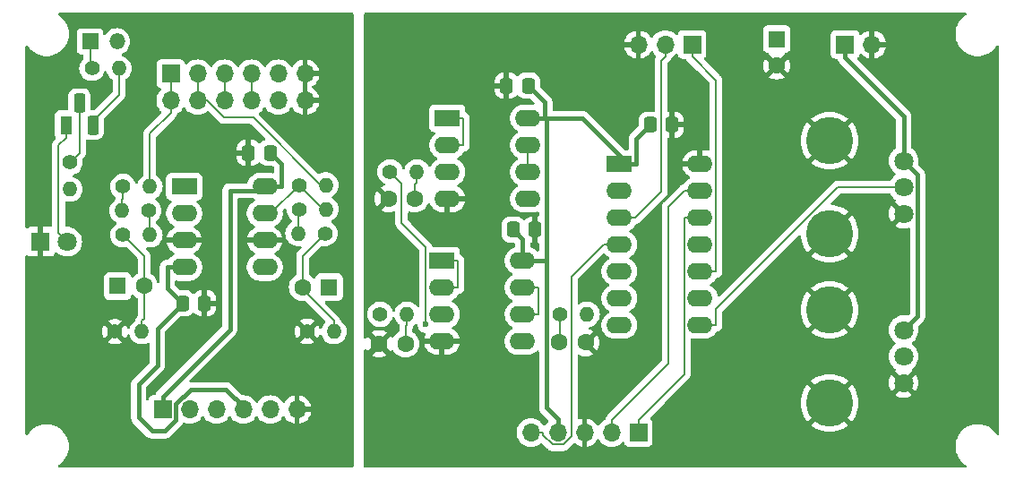
<source format=gbl>
%TF.GenerationSoftware,KiCad,Pcbnew,8.0.8*%
%TF.CreationDate,2025-06-29T12:46:48+09:00*%
%TF.ProjectId,LFOSeparate,4c464f53-6570-4617-9261-74652e6b6963,rev?*%
%TF.SameCoordinates,Original*%
%TF.FileFunction,Copper,L2,Bot*%
%TF.FilePolarity,Positive*%
%FSLAX46Y46*%
G04 Gerber Fmt 4.6, Leading zero omitted, Abs format (unit mm)*
G04 Created by KiCad (PCBNEW 8.0.8) date 2025-06-29 12:46:48*
%MOMM*%
%LPD*%
G01*
G04 APERTURE LIST*
G04 Aperture macros list*
%AMRoundRect*
0 Rectangle with rounded corners*
0 $1 Rounding radius*
0 $2 $3 $4 $5 $6 $7 $8 $9 X,Y pos of 4 corners*
0 Add a 4 corners polygon primitive as box body*
4,1,4,$2,$3,$4,$5,$6,$7,$8,$9,$2,$3,0*
0 Add four circle primitives for the rounded corners*
1,1,$1+$1,$2,$3*
1,1,$1+$1,$4,$5*
1,1,$1+$1,$6,$7*
1,1,$1+$1,$8,$9*
0 Add four rect primitives between the rounded corners*
20,1,$1+$1,$2,$3,$4,$5,0*
20,1,$1+$1,$4,$5,$6,$7,0*
20,1,$1+$1,$6,$7,$8,$9,0*
20,1,$1+$1,$8,$9,$2,$3,0*%
G04 Aperture macros list end*
%TA.AperFunction,ComponentPad*%
%ADD10C,1.600000*%
%TD*%
%TA.AperFunction,ComponentPad*%
%ADD11R,1.600000X1.600000*%
%TD*%
%TA.AperFunction,ComponentPad*%
%ADD12C,1.400000*%
%TD*%
%TA.AperFunction,ComponentPad*%
%ADD13O,1.400000X1.400000*%
%TD*%
%TA.AperFunction,ComponentPad*%
%ADD14R,1.700000X1.700000*%
%TD*%
%TA.AperFunction,ComponentPad*%
%ADD15O,1.700000X1.700000*%
%TD*%
%TA.AperFunction,ComponentPad*%
%ADD16R,2.400000X1.600000*%
%TD*%
%TA.AperFunction,ComponentPad*%
%ADD17O,2.400000X1.600000*%
%TD*%
%TA.AperFunction,ComponentPad*%
%ADD18R,1.800000X1.800000*%
%TD*%
%TA.AperFunction,ComponentPad*%
%ADD19C,1.800000*%
%TD*%
%TA.AperFunction,ComponentPad*%
%ADD20R,1.500000X1.500000*%
%TD*%
%TA.AperFunction,ComponentPad*%
%ADD21O,1.500000X1.500000*%
%TD*%
%TA.AperFunction,ComponentPad*%
%ADD22C,4.455000*%
%TD*%
%TA.AperFunction,ComponentPad*%
%ADD23R,1.100000X1.800000*%
%TD*%
%TA.AperFunction,ComponentPad*%
%ADD24RoundRect,0.275000X-0.275000X-0.625000X0.275000X-0.625000X0.275000X0.625000X-0.275000X0.625000X0*%
%TD*%
%TA.AperFunction,SMDPad,CuDef*%
%ADD25RoundRect,0.250000X0.337500X0.475000X-0.337500X0.475000X-0.337500X-0.475000X0.337500X-0.475000X0*%
%TD*%
%TA.AperFunction,SMDPad,CuDef*%
%ADD26RoundRect,0.250000X-0.337500X-0.475000X0.337500X-0.475000X0.337500X0.475000X-0.337500X0.475000X0*%
%TD*%
%TA.AperFunction,ViaPad*%
%ADD27C,0.600000*%
%TD*%
%TA.AperFunction,Conductor*%
%ADD28C,0.400000*%
%TD*%
%TA.AperFunction,Conductor*%
%ADD29C,0.200000*%
%TD*%
G04 APERTURE END LIST*
D10*
%TO.P,C3,1*%
%TO.N,Net-(IC2-VINA+)*%
X123917000Y-66304000D03*
%TO.P,C3,2*%
%TO.N,GND*%
X121417000Y-66304000D03*
%TD*%
D11*
%TO.P,C9,1*%
%TO.N,Raw_Triangle*%
X116688000Y-60950000D03*
D10*
%TO.P,C9,2*%
%TO.N,Net-(C9-Pad2)*%
X114188000Y-60950000D03*
%TD*%
D12*
%TO.P,R5,1*%
%TO.N,Net-(C8-Pad2)*%
X97220000Y-55997000D03*
D13*
%TO.P,R5,2*%
%TO.N,Net-(U1A--)*%
X99760000Y-55997000D03*
%TD*%
D14*
%TO.P,J5,1,Pin_1*%
%TO.N,+12VA*%
X100965000Y-72517000D03*
D15*
%TO.P,J5,2,Pin_2*%
%TO.N,+5VA*%
X103505000Y-72517000D03*
%TO.P,J5,3,Pin_3*%
%TO.N,-5VA*%
X106045000Y-72517000D03*
%TO.P,J5,4,Pin_4*%
%TO.N,-12VA*%
X108585000Y-72517000D03*
%TO.P,J5,5,Pin_5*%
%TO.N,unconnected-(J5-Pin_5-Pad5)*%
X111125000Y-72517000D03*
%TO.P,J5,6,Pin_6*%
%TO.N,GNDA*%
X113665000Y-72517000D03*
%TD*%
D16*
%TO.P,IC3,1,VOUTA*%
%TO.N,Randum*%
X127874000Y-44968000D03*
D17*
%TO.P,IC3,2,VINA-*%
X127874000Y-47508000D03*
%TO.P,IC3,3,VINA+*%
%TO.N,Net-(IC3-VINA+)*%
X127874000Y-50048000D03*
%TO.P,IC3,4,VSS*%
%TO.N,GND*%
X127874000Y-52588000D03*
%TO.P,IC3,5,VINB+*%
%TO.N,Raw_Square*%
X135494000Y-52588000D03*
%TO.P,IC3,6,VINB-*%
%TO.N,Square*%
X135494000Y-50048000D03*
%TO.P,IC3,7,VOUTB*%
X135494000Y-47508000D03*
%TO.P,IC3,8,VDD*%
%TO.N,+5VD*%
X135494000Y-44968000D03*
%TD*%
D12*
%TO.P,R2,1*%
%TO.N,Net-(IC2-VINB+)*%
X138542000Y-63510000D03*
D13*
%TO.P,R2,2*%
%TO.N,PWM_Triangle*%
X141082000Y-63510000D03*
%TD*%
D18*
%TO.P,D2,1,K*%
%TO.N,GNDA*%
X89408000Y-56642000D03*
D19*
%TO.P,D2,2,A*%
%TO.N,Net-(D2-A)*%
X91948000Y-56642000D03*
%TD*%
D12*
%TO.P,R12,1*%
%TO.N,Net-(D1-K)*%
X94284000Y-40259000D03*
D13*
%TO.P,R12,2*%
%TO.N,Net-(Q1-B)*%
X96824000Y-40259000D03*
%TD*%
D20*
%TO.P,D1,1,K*%
%TO.N,Net-(D1-K)*%
X94107000Y-37719000D03*
D21*
%TO.P,D1,2,A*%
%TO.N,Triangle*%
X96647000Y-37719000D03*
%TD*%
D12*
%TO.P,R11,1*%
%TO.N,Net-(U1B-+)*%
X113857000Y-53584000D03*
D13*
%TO.P,R11,2*%
%TO.N,Net-(R11-Pad2)*%
X116397000Y-53584000D03*
%TD*%
D11*
%TO.P,C8,1*%
%TO.N,Raw_Sine*%
X96702000Y-60833000D03*
D10*
%TO.P,C8,2*%
%TO.N,Net-(C8-Pad2)*%
X99202000Y-60833000D03*
%TD*%
D12*
%TO.P,R1,1*%
%TO.N,PWM_Sine*%
X121524000Y-63510000D03*
D13*
%TO.P,R1,2*%
%TO.N,Net-(IC2-VINA+)*%
X124064000Y-63510000D03*
%TD*%
D12*
%TO.P,R13,1*%
%TO.N,Net-(Q1-C)*%
X92202000Y-49149000D03*
D13*
%TO.P,R13,2*%
%TO.N,+12VA*%
X92202000Y-51689000D03*
%TD*%
D12*
%TO.P,R6,1*%
%TO.N,Net-(U1A--)*%
X99660000Y-53711000D03*
D13*
%TO.P,R6,2*%
%TO.N,Net-(R6-Pad2)*%
X97120000Y-53711000D03*
%TD*%
D19*
%TO.P,VR1,1,CCW*%
%TO.N,GND*%
X171000000Y-70000000D03*
%TO.P,VR1,2,WIPER*%
%TO.N,Rate*%
X171000000Y-67500000D03*
%TO.P,VR1,3,CW*%
%TO.N,+5VD*%
X171000000Y-65000000D03*
D22*
%TO.P,VR1,MH1,MH1*%
%TO.N,GND*%
X164000000Y-71900000D03*
%TO.P,VR1,MH2,MH2*%
X164000000Y-63100000D03*
%TD*%
D14*
%TO.P,J1,1,Pin_1*%
%TO.N,ICSPCLK*%
X145923000Y-74676000D03*
D15*
%TO.P,J1,2,Pin_2*%
%TO.N,ICSPDT*%
X143383000Y-74676000D03*
%TO.P,J1,3,Pin_3*%
%TO.N,GND*%
X140843000Y-74676000D03*
%TO.P,J1,4,Pin_4*%
%TO.N,+5VD*%
X138303000Y-74676000D03*
%TO.P,J1,5,Pin_5*%
%TO.N,~MCLR*%
X135763000Y-74676000D03*
%TD*%
D16*
%TO.P,IC2,1,VOUTA*%
%TO.N,Raw_Sine*%
X127366000Y-58430000D03*
D17*
%TO.P,IC2,2,VINA-*%
X127366000Y-60970000D03*
%TO.P,IC2,3,VINA+*%
%TO.N,Net-(IC2-VINA+)*%
X127366000Y-63510000D03*
%TO.P,IC2,4,VSS*%
%TO.N,GND*%
X127366000Y-66050000D03*
%TO.P,IC2,5,VINB+*%
%TO.N,Net-(IC2-VINB+)*%
X134986000Y-66050000D03*
%TO.P,IC2,6,VINB-*%
%TO.N,Raw_Triangle*%
X134986000Y-63510000D03*
%TO.P,IC2,7,VOUTB*%
X134986000Y-60970000D03*
%TO.P,IC2,8,VDD*%
%TO.N,+5VD*%
X134986000Y-58430000D03*
%TD*%
D23*
%TO.P,Q1,1,E*%
%TO.N,Net-(D2-A)*%
X91821000Y-45612000D03*
D24*
%TO.P,Q1,2,C*%
%TO.N,Net-(Q1-C)*%
X93091000Y-43542000D03*
%TO.P,Q1,3,B*%
%TO.N,Net-(Q1-B)*%
X94361000Y-45612000D03*
%TD*%
D12*
%TO.P,R9,1*%
%TO.N,GNDA*%
X114619000Y-65141000D03*
D13*
%TO.P,R9,2*%
%TO.N,Net-(C9-Pad2)*%
X117159000Y-65141000D03*
%TD*%
D12*
%TO.P,R7,1*%
%TO.N,Net-(R6-Pad2)*%
X97220000Y-51425000D03*
D13*
%TO.P,R7,2*%
%TO.N,Sine*%
X99760000Y-51425000D03*
%TD*%
D12*
%TO.P,R8,1*%
%TO.N,Net-(R11-Pad2)*%
X113857000Y-51298000D03*
D13*
%TO.P,R8,2*%
%TO.N,Triangle*%
X116397000Y-51298000D03*
%TD*%
D16*
%TO.P,IC1,1,VDD*%
%TO.N,+5VD*%
X144130000Y-49286000D03*
D17*
%TO.P,IC1,2,RA5*%
%TO.N,Raw_Square*%
X144130000Y-51826000D03*
%TO.P,IC1,3,RA4*%
%TO.N,RandumSeed*%
X144130000Y-54366000D03*
%TO.P,IC1,4,VPP/~{MCLR}/RA3*%
%TO.N,~MCLR*%
X144130000Y-56906000D03*
%TO.P,IC1,5,RC5*%
%TO.N,PWM_Sine*%
X144130000Y-59446000D03*
%TO.P,IC1,6,RC4*%
%TO.N,PWM_Triangle*%
X144130000Y-61986000D03*
%TO.P,IC1,7,RC3*%
%TO.N,PWM_Randum*%
X144130000Y-64526000D03*
%TO.P,IC1,8,RC2*%
%TO.N,Delay*%
X151750000Y-64526000D03*
%TO.P,IC1,9,RC1*%
%TO.N,Rate*%
X151750000Y-61986000D03*
%TO.P,IC1,10,RC0*%
%TO.N,Gate*%
X151750000Y-59446000D03*
%TO.P,IC1,11,RA2*%
%TO.N,unconnected-(IC1-RA2-Pad11)*%
X151750000Y-56906000D03*
%TO.P,IC1,12,RA1/ICSPCLK*%
%TO.N,ICSPCLK*%
X151750000Y-54366000D03*
%TO.P,IC1,13,RA0/ICSPDAT*%
%TO.N,ICSPDT*%
X151750000Y-51826000D03*
%TO.P,IC1,14,VSS*%
%TO.N,GND*%
X151750000Y-49286000D03*
%TD*%
D10*
%TO.P,C5,1*%
%TO.N,Net-(IC3-VINA+)*%
X124806000Y-52588000D03*
%TO.P,C5,2*%
%TO.N,GND*%
X122306000Y-52588000D03*
%TD*%
D12*
%TO.P,R10,1*%
%TO.N,Net-(C9-Pad2)*%
X116297000Y-55870000D03*
D13*
%TO.P,R10,2*%
%TO.N,Net-(U1B-+)*%
X113757000Y-55870000D03*
%TD*%
D10*
%TO.P,C4,1*%
%TO.N,Net-(IC2-VINB+)*%
X138435000Y-66177000D03*
%TO.P,C4,2*%
%TO.N,GND*%
X140935000Y-66177000D03*
%TD*%
D19*
%TO.P,VR2,1,CCW*%
%TO.N,GND*%
X171000000Y-54000000D03*
%TO.P,VR2,2,WIPER*%
%TO.N,Delay*%
X171000000Y-51500000D03*
%TO.P,VR2,3,CW*%
%TO.N,+5VD*%
X171000000Y-49000000D03*
D22*
%TO.P,VR2,MH1,MH1*%
%TO.N,GND*%
X164000000Y-55900000D03*
%TO.P,VR2,MH2,MH2*%
X164000000Y-47100000D03*
%TD*%
D12*
%TO.P,R4,1*%
%TO.N,GNDA*%
X96458000Y-65151000D03*
D13*
%TO.P,R4,2*%
%TO.N,Net-(C8-Pad2)*%
X98998000Y-65151000D03*
%TD*%
D16*
%TO.P,U1,1*%
%TO.N,Net-(R6-Pad2)*%
X102997000Y-51435000D03*
D17*
%TO.P,U1,2,-*%
%TO.N,Net-(U1A--)*%
X102997000Y-53975000D03*
%TO.P,U1,3,+*%
%TO.N,GNDA*%
X102997000Y-56515000D03*
%TO.P,U1,4,V-*%
%TO.N,-12VA*%
X102997000Y-59055000D03*
%TO.P,U1,5,+*%
%TO.N,Net-(U1B-+)*%
X110617000Y-59055000D03*
%TO.P,U1,6,-*%
%TO.N,GNDA*%
X110617000Y-56515000D03*
%TO.P,U1,7*%
%TO.N,Net-(R11-Pad2)*%
X110617000Y-53975000D03*
%TO.P,U1,8,V+*%
%TO.N,+12VA*%
X110617000Y-51435000D03*
%TD*%
D11*
%TO.P,C1,1*%
%TO.N,+5VD*%
X159000000Y-37500000D03*
D10*
%TO.P,C1,2*%
%TO.N,GND*%
X159000000Y-40000000D03*
%TD*%
D14*
%TO.P,J4,1,Pin_1*%
%TO.N,Sine*%
X101727000Y-40767000D03*
D15*
%TO.P,J4,2,Pin_2*%
X101727000Y-43307000D03*
%TO.P,J4,3,Pin_3*%
%TO.N,Triangle*%
X104267000Y-40767000D03*
%TO.P,J4,4,Pin_4*%
X104267000Y-43307000D03*
%TO.P,J4,5,Pin_5*%
%TO.N,Square*%
X106807000Y-40767000D03*
%TO.P,J4,6,Pin_6*%
X106807000Y-43307000D03*
%TO.P,J4,7,Pin_7*%
%TO.N,Randum*%
X109347000Y-40767000D03*
%TO.P,J4,8,Pin_8*%
X109347000Y-43307000D03*
%TO.P,J4,9,Pin_9*%
%TO.N,unconnected-(J4-Pin_9-Pad9)*%
X111887000Y-40767000D03*
%TO.P,J4,10,Pin_10*%
%TO.N,unconnected-(J4-Pin_10-Pad10)*%
X111887000Y-43307000D03*
%TO.P,J4,11,Pin_11*%
%TO.N,GNDA*%
X114427000Y-40767000D03*
%TO.P,J4,12,Pin_12*%
X114427000Y-43307000D03*
%TD*%
D12*
%TO.P,R3,1*%
%TO.N,PWM_Randum*%
X122463000Y-50048000D03*
D13*
%TO.P,R3,2*%
%TO.N,Net-(IC3-VINA+)*%
X125003000Y-50048000D03*
%TD*%
D14*
%TO.P,J2,1,Pin_1*%
%TO.N,+5VD*%
X165460000Y-38000000D03*
D15*
%TO.P,J2,2,Pin_2*%
%TO.N,GND*%
X168000000Y-38000000D03*
%TD*%
D14*
%TO.P,J3,1,Pin_1*%
%TO.N,Gate*%
X151000000Y-38000000D03*
D15*
%TO.P,J3,2,Pin_2*%
%TO.N,RandumSeed*%
X148460000Y-38000000D03*
%TO.P,J3,3,Pin_3*%
%TO.N,GND*%
X145920000Y-38000000D03*
%TD*%
D25*
%TO.P,C10,1*%
%TO.N,+5VD*%
X135530500Y-41910000D03*
%TO.P,C10,2*%
%TO.N,GND*%
X133455500Y-41910000D03*
%TD*%
%TO.P,C6,1*%
%TO.N,+12VA*%
X111146500Y-48260000D03*
%TO.P,C6,2*%
%TO.N,GNDA*%
X109071500Y-48260000D03*
%TD*%
D26*
%TO.P,C7,1*%
%TO.N,-12VA*%
X102848500Y-62484000D03*
%TO.P,C7,2*%
%TO.N,GNDA*%
X104923500Y-62484000D03*
%TD*%
%TO.P,C11,1*%
%TO.N,+5VD*%
X134090500Y-55499000D03*
%TO.P,C11,2*%
%TO.N,GND*%
X136165500Y-55499000D03*
%TD*%
%TO.P,C2,1*%
%TO.N,+5VD*%
X147044500Y-45593000D03*
%TO.P,C2,2*%
%TO.N,GND*%
X149119500Y-45593000D03*
%TD*%
D27*
%TO.N,PWM_Randum*%
X125843000Y-64466800D03*
%TD*%
D28*
%TO.N,+5VD*%
X145732000Y-49286000D02*
X145732000Y-46905800D01*
X144931000Y-49286000D02*
X145732000Y-49286000D01*
X134090300Y-55499200D02*
X134986000Y-56394500D01*
X135530500Y-41910000D02*
X135530300Y-41910200D01*
X172323000Y-63676800D02*
X171000000Y-65000000D01*
X137229000Y-44968000D02*
X137096000Y-44968000D01*
X144130000Y-49286000D02*
X144931000Y-49286000D01*
X137229000Y-72350500D02*
X137229000Y-58430000D01*
X135494000Y-44968000D02*
X137096000Y-44968000D01*
X134090000Y-55499000D02*
X134090300Y-55499200D01*
X171000000Y-49000000D02*
X171000000Y-44791700D01*
X137229000Y-44968000D02*
X137229000Y-58430000D01*
X171000000Y-49000000D02*
X172323000Y-50323200D01*
X138303000Y-73424300D02*
X137229000Y-72350500D01*
X134090500Y-55499000D02*
X134090300Y-55499200D01*
X138303000Y-74676000D02*
X138303000Y-73424300D01*
X145732000Y-46905800D02*
X147044000Y-45593000D01*
X137096000Y-43475200D02*
X135530300Y-41910200D01*
X137229000Y-58430000D02*
X134986000Y-58430000D01*
X172323000Y-50323200D02*
X172323000Y-63676800D01*
X147044500Y-45593000D02*
X147044000Y-45593000D01*
X171000000Y-44791700D02*
X165460000Y-39251700D01*
X144931000Y-49286000D02*
X140613000Y-44968000D01*
X135530300Y-41910200D02*
X135530000Y-41910000D01*
X165460000Y-39251700D02*
X165460000Y-38000000D01*
X137096000Y-44968000D02*
X137096000Y-43475200D01*
X134986000Y-56394500D02*
X134986000Y-58430000D01*
X140613000Y-44968000D02*
X137229000Y-44968000D01*
D29*
%TO.N,Net-(IC2-VINA+)*%
X123917000Y-64658700D02*
X124064000Y-64511700D01*
X124064000Y-64511700D02*
X124064000Y-63510000D01*
X123917000Y-66304000D02*
X123917000Y-64658700D01*
%TO.N,Net-(IC2-VINB+)*%
X138542000Y-66070000D02*
X138542000Y-63510000D01*
X138435000Y-66177000D02*
X138542000Y-66070000D01*
%TO.N,Net-(IC3-VINA+)*%
X125003000Y-51049700D02*
X124806000Y-51246700D01*
X125003000Y-50048000D02*
X125003000Y-51049700D01*
X124806000Y-51246700D02*
X124806000Y-52588000D01*
D28*
%TO.N,+12VA*%
X112219000Y-51435000D02*
X110617000Y-51435000D01*
X111682500Y-48796100D02*
X112219000Y-49332200D01*
X100965000Y-71265300D02*
X100965000Y-72517000D01*
X107315000Y-64915300D02*
X100965000Y-71265300D01*
X110236000Y-51816000D02*
X107315000Y-51816000D01*
X111146000Y-48260000D02*
X111682500Y-48796100D01*
X107315000Y-51816000D02*
X107315000Y-64915300D01*
X112219000Y-49332200D02*
X112219000Y-51435000D01*
X110617000Y-51435000D02*
X110236000Y-51816000D01*
X111682500Y-48796000D02*
X111682500Y-48796100D01*
X111146500Y-48260000D02*
X111682500Y-48796000D01*
%TO.N,-12VA*%
X98679000Y-70104000D02*
X98679000Y-73279000D01*
X100470000Y-68312700D02*
X98679000Y-70104000D01*
X108585000Y-72263000D02*
X108585000Y-72517000D01*
X101395000Y-59055000D02*
X101395000Y-61030800D01*
X102848000Y-62484000D02*
X100470000Y-64862200D01*
X100470000Y-64862200D02*
X100470000Y-68312700D01*
X101201000Y-74549000D02*
X102217000Y-73533400D01*
X98679000Y-73279000D02*
X99949000Y-74549000D01*
X103600000Y-70612000D02*
X106934000Y-70612000D01*
X102848500Y-62484000D02*
X102848000Y-62484000D01*
X102217000Y-73533400D02*
X102217000Y-71995800D01*
X101395000Y-61030800D02*
X102848000Y-62484000D01*
X99949000Y-74549000D02*
X101201000Y-74549000D01*
X102997000Y-59055000D02*
X101395000Y-59055000D01*
X102217000Y-71995800D02*
X103600000Y-70612000D01*
X106934000Y-70612000D02*
X108585000Y-72263000D01*
D29*
%TO.N,Net-(C8-Pad2)*%
X99202000Y-60833000D02*
X99202000Y-57979000D01*
X98998000Y-65151000D02*
X98998000Y-64149300D01*
X99202000Y-57979000D02*
X97220000Y-55997000D01*
X99202000Y-63945300D02*
X99202000Y-60833000D01*
X98998000Y-64149300D02*
X99202000Y-63945300D01*
%TO.N,Raw_Sine*%
X128868000Y-60970000D02*
X127366000Y-60970000D01*
X128868000Y-58430000D02*
X128868000Y-60970000D01*
X127366000Y-58430000D02*
X128868000Y-58430000D01*
%TO.N,Net-(C9-Pad2)*%
X117159000Y-64139300D02*
X114188000Y-61168300D01*
X116297000Y-55870000D02*
X114188000Y-57979000D01*
X114188000Y-57979000D02*
X114188000Y-60950000D01*
X117159000Y-65141000D02*
X117159000Y-64139300D01*
X114188000Y-61168300D02*
X114188000Y-60950000D01*
%TO.N,Raw_Triangle*%
X136488000Y-63510000D02*
X134986000Y-63510000D01*
X134986000Y-60970000D02*
X136488000Y-60970000D01*
X136488000Y-60970000D02*
X136488000Y-63510000D01*
%TO.N,RandumSeed*%
X144130000Y-54366000D02*
X145632000Y-54366000D01*
X148082000Y-51915700D02*
X148082000Y-39529700D01*
X148082000Y-39529700D02*
X148460000Y-39151700D01*
X145632000Y-54366000D02*
X148082000Y-51915700D01*
X148460000Y-39151700D02*
X148460000Y-38000000D01*
%TO.N,PWM_Randum*%
X123556000Y-51141000D02*
X122463000Y-50048000D01*
X123556000Y-54880900D02*
X123556000Y-51141000D01*
X125843000Y-57168300D02*
X123556000Y-54880900D01*
X125843000Y-64466800D02*
X125843000Y-57168300D01*
%TO.N,ICSPCLK*%
X145923000Y-73524300D02*
X145923000Y-74676000D01*
X151750000Y-54366000D02*
X150248000Y-54366000D01*
X150248000Y-54366000D02*
X150248000Y-69199000D01*
X150248000Y-69199000D02*
X145923000Y-73524300D01*
%TO.N,ICSPDT*%
X143383000Y-73524300D02*
X148748000Y-68158900D01*
X148748000Y-53325900D02*
X150248000Y-51826000D01*
X148748000Y-68158900D02*
X148748000Y-53325900D01*
X150248000Y-51826000D02*
X151750000Y-51826000D01*
X143383000Y-74676000D02*
X143383000Y-73524300D01*
%TO.N,Gate*%
X153252000Y-59446000D02*
X153252000Y-41403400D01*
X153252000Y-41403400D02*
X151000000Y-39151700D01*
X151000000Y-39151700D02*
X151000000Y-38000000D01*
X151750000Y-59446000D02*
X153252000Y-59446000D01*
%TO.N,~MCLR*%
X139573000Y-59961300D02*
X139573000Y-75068600D01*
X136915000Y-74944500D02*
X136915000Y-74676000D01*
X138811000Y-75830800D02*
X137801000Y-75830800D01*
X142628000Y-56906000D02*
X139573000Y-59961300D01*
X144130000Y-56906000D02*
X142628000Y-56906000D01*
X136915000Y-74676000D02*
X135763000Y-74676000D01*
X139573000Y-75068600D02*
X138811000Y-75830800D01*
X137801000Y-75830800D02*
X136915000Y-74944500D01*
%TO.N,Delay*%
X153252000Y-64526000D02*
X153252000Y-63024300D01*
X151750000Y-64526000D02*
X153252000Y-64526000D01*
X153252000Y-63024300D02*
X164776000Y-51500000D01*
X164776000Y-51500000D02*
X171000000Y-51500000D01*
%TO.N,Square*%
X135494000Y-50048000D02*
X135494000Y-47508000D01*
X106807000Y-43307000D02*
X106807000Y-40767000D01*
%TO.N,Randum*%
X109347000Y-40767000D02*
X109347000Y-43307000D01*
X129376000Y-44968000D02*
X127874000Y-44968000D01*
X127874000Y-47508000D02*
X129376000Y-47508000D01*
X129376000Y-47508000D02*
X129376000Y-44968000D01*
%TO.N,Sine*%
X99760000Y-46425700D02*
X101727000Y-44458700D01*
X101727000Y-44458700D02*
X101727000Y-43307000D01*
X101727000Y-40767000D02*
X101727000Y-43307000D01*
X99760000Y-51425000D02*
X99760000Y-46425700D01*
%TO.N,Triangle*%
X106763000Y-44919600D02*
X105150000Y-43307000D01*
X105150000Y-43307000D02*
X104267000Y-43307000D01*
X104267000Y-43307000D02*
X104843000Y-43307000D01*
X109518000Y-44919600D02*
X106763000Y-44919600D01*
X104843000Y-43307000D02*
X104267000Y-42731100D01*
X104267000Y-42731100D02*
X104267000Y-40767000D01*
X115896000Y-51298000D02*
X109518000Y-44919600D01*
X116397000Y-51298000D02*
X115896000Y-51298000D01*
%TO.N,Net-(U1A--)*%
X99760000Y-53811000D02*
X99760000Y-55997000D01*
X99660000Y-53711000D02*
X99760000Y-53811000D01*
%TO.N,Net-(R6-Pad2)*%
X97120000Y-52709300D02*
X97220000Y-52609300D01*
X97220000Y-52609300D02*
X97220000Y-51425000D01*
X97120000Y-53711000D02*
X97120000Y-52709300D01*
%TO.N,Net-(R11-Pad2)*%
X116143000Y-53584000D02*
X113857000Y-51298000D01*
X116397000Y-53584000D02*
X116143000Y-53584000D01*
X111180000Y-53975000D02*
X113857000Y-51298000D01*
X110617000Y-53975000D02*
X111180000Y-53975000D01*
%TO.N,Net-(U1B-+)*%
X113857000Y-53584000D02*
X113757000Y-53684000D01*
X113757000Y-53684000D02*
X113757000Y-55870000D01*
%TO.N,Net-(D1-K)*%
X94107000Y-40082000D02*
X94107000Y-37719000D01*
X94284000Y-40259000D02*
X94107000Y-40082000D01*
%TO.N,Net-(D2-A)*%
X91821000Y-46813700D02*
X91138800Y-47495900D01*
X91821000Y-45212000D02*
X91821000Y-46813700D01*
X91138800Y-47495900D02*
X91138800Y-55832800D01*
X91138800Y-55832800D02*
X91948000Y-56642000D01*
%TO.N,Net-(Q1-C)*%
X92202000Y-49149000D02*
X93091000Y-48260000D01*
X93091000Y-48260000D02*
X93091000Y-43942000D01*
%TO.N,Net-(Q1-B)*%
X96824000Y-42749000D02*
X96824000Y-40259000D01*
X94361000Y-45212000D02*
X96824000Y-42749000D01*
%TD*%
%TA.AperFunction,Conductor*%
%TO.N,GND*%
G36*
X149584340Y-38888068D02*
G01*
X149640274Y-38929939D01*
X149657189Y-38960917D01*
X149706202Y-39092328D01*
X149706206Y-39092335D01*
X149792452Y-39207544D01*
X149792455Y-39207547D01*
X149907664Y-39293793D01*
X149907671Y-39293797D01*
X149943543Y-39307176D01*
X150042517Y-39344091D01*
X150102127Y-39350500D01*
X150349784Y-39350499D01*
X150416823Y-39370183D01*
X150457168Y-39412494D01*
X150478113Y-39448768D01*
X150478115Y-39448771D01*
X150482299Y-39456018D01*
X150519485Y-39520424D01*
X150519499Y-39520442D01*
X150519504Y-39520447D01*
X150519505Y-39520448D01*
X150572034Y-39572970D01*
X150607821Y-39608757D01*
X150637361Y-39638297D01*
X150637427Y-39638355D01*
X151445498Y-40446317D01*
X152615176Y-41615838D01*
X152648664Y-41677158D01*
X152651500Y-41703524D01*
X152651500Y-47911374D01*
X152631815Y-47978413D01*
X152579011Y-48024168D01*
X152509853Y-48034112D01*
X152489182Y-48029305D01*
X152454420Y-48018010D01*
X152252317Y-47986000D01*
X152000000Y-47986000D01*
X152000000Y-48970314D01*
X151995606Y-48965920D01*
X151904394Y-48913259D01*
X151802661Y-48886000D01*
X151697339Y-48886000D01*
X151595606Y-48913259D01*
X151504394Y-48965920D01*
X151500000Y-48970314D01*
X151500000Y-47986000D01*
X151247683Y-47986000D01*
X151045582Y-48018009D01*
X150850968Y-48081244D01*
X150668650Y-48174140D01*
X150503105Y-48294417D01*
X150503104Y-48294417D01*
X150358417Y-48439104D01*
X150358417Y-48439105D01*
X150238140Y-48604650D01*
X150145244Y-48786970D01*
X150082009Y-48981586D01*
X150073391Y-49036000D01*
X151434314Y-49036000D01*
X151429920Y-49040394D01*
X151377259Y-49131606D01*
X151350000Y-49233339D01*
X151350000Y-49338661D01*
X151377259Y-49440394D01*
X151429920Y-49531606D01*
X151434314Y-49536000D01*
X150073391Y-49536000D01*
X150082009Y-49590413D01*
X150145244Y-49785029D01*
X150238140Y-49967349D01*
X150358417Y-50132894D01*
X150358417Y-50132895D01*
X150503104Y-50277582D01*
X150668652Y-50397861D01*
X150761628Y-50445234D01*
X150812425Y-50493208D01*
X150829220Y-50561029D01*
X150806683Y-50627164D01*
X150761630Y-50666203D01*
X150668388Y-50713713D01*
X150502786Y-50834028D01*
X150358028Y-50978786D01*
X150237714Y-51144386D01*
X150225787Y-51167795D01*
X150177811Y-51218590D01*
X150147397Y-51231273D01*
X150106252Y-51242298D01*
X150106247Y-51242299D01*
X150016240Y-51266412D01*
X150016227Y-51266417D01*
X150016207Y-51266427D01*
X149953965Y-51302363D01*
X149953961Y-51302365D01*
X149879290Y-51345472D01*
X149825315Y-51399449D01*
X149825311Y-51399453D01*
X148383133Y-52841534D01*
X148383094Y-52841569D01*
X148312682Y-52911980D01*
X148312681Y-52911981D01*
X148267485Y-52957174D01*
X148267484Y-52957175D01*
X148228584Y-53024555D01*
X148225408Y-53030057D01*
X148224739Y-53031215D01*
X148224736Y-53031219D01*
X148188426Y-53094105D01*
X148170225Y-53162031D01*
X148170224Y-53162035D01*
X148147501Y-53246825D01*
X148147501Y-53246826D01*
X148147500Y-53246847D01*
X148147500Y-53310072D01*
X148147497Y-53413177D01*
X148147500Y-53413222D01*
X148147500Y-67858816D01*
X148127815Y-67925855D01*
X148111185Y-67946494D01*
X142969423Y-73088640D01*
X142902473Y-73155590D01*
X142868974Y-73213618D01*
X142868972Y-73213622D01*
X142823423Y-73292514D01*
X142823420Y-73292521D01*
X142823416Y-73292532D01*
X142806617Y-73355237D01*
X142806616Y-73355241D01*
X142791138Y-73413004D01*
X142754772Y-73472665D01*
X142723771Y-73493291D01*
X142705169Y-73501965D01*
X142511597Y-73637505D01*
X142344508Y-73804594D01*
X142214269Y-73990595D01*
X142159692Y-74034219D01*
X142090193Y-74041412D01*
X142027839Y-74009890D01*
X142011119Y-73990594D01*
X141881113Y-73804926D01*
X141881108Y-73804920D01*
X141714082Y-73637894D01*
X141520578Y-73502399D01*
X141306492Y-73402570D01*
X141306486Y-73402567D01*
X141093000Y-73345364D01*
X141093000Y-74242988D01*
X141035993Y-74210075D01*
X140908826Y-74176000D01*
X140777174Y-74176000D01*
X140650007Y-74210075D01*
X140593000Y-74242988D01*
X140593000Y-73345364D01*
X140592999Y-73345364D01*
X140379513Y-73402567D01*
X140379506Y-73402570D01*
X140349903Y-73416374D01*
X140280825Y-73426865D01*
X140217042Y-73398344D01*
X140178803Y-73339867D01*
X140173500Y-73303991D01*
X140173500Y-67450939D01*
X140193185Y-67383900D01*
X140245989Y-67338145D01*
X140315147Y-67328201D01*
X140349905Y-67338557D01*
X140488673Y-67403265D01*
X140488682Y-67403269D01*
X140708389Y-67462139D01*
X140708400Y-67462141D01*
X140934998Y-67481966D01*
X140935002Y-67481966D01*
X141161599Y-67462141D01*
X141161610Y-67462139D01*
X141381317Y-67403269D01*
X141381331Y-67403264D01*
X141587478Y-67307136D01*
X141660471Y-67256024D01*
X140981447Y-66577000D01*
X140987661Y-66577000D01*
X141089394Y-66549741D01*
X141180606Y-66497080D01*
X141255080Y-66422606D01*
X141307741Y-66331394D01*
X141335000Y-66229661D01*
X141335000Y-66223447D01*
X142014024Y-66902471D01*
X142065136Y-66829478D01*
X142161264Y-66623331D01*
X142161269Y-66623317D01*
X142220139Y-66403610D01*
X142220141Y-66403599D01*
X142239966Y-66177002D01*
X142239966Y-66176997D01*
X142220141Y-65950400D01*
X142220139Y-65950389D01*
X142161269Y-65730682D01*
X142161264Y-65730668D01*
X142065136Y-65524521D01*
X142065132Y-65524513D01*
X142014025Y-65451526D01*
X141335000Y-66130551D01*
X141335000Y-66124339D01*
X141307741Y-66022606D01*
X141255080Y-65931394D01*
X141180606Y-65856920D01*
X141089394Y-65804259D01*
X140987661Y-65777000D01*
X140981446Y-65777000D01*
X141660472Y-65097974D01*
X141587478Y-65046863D01*
X141381331Y-64950735D01*
X141381317Y-64950730D01*
X141303352Y-64929840D01*
X141243691Y-64893475D01*
X141213162Y-64830628D01*
X141221457Y-64761253D01*
X141265942Y-64707375D01*
X141312656Y-64688177D01*
X141411940Y-64669618D01*
X141619401Y-64589247D01*
X141808562Y-64472124D01*
X141972981Y-64322236D01*
X142107058Y-64144689D01*
X142206229Y-63945528D01*
X142267115Y-63731536D01*
X142287643Y-63510000D01*
X142267115Y-63288464D01*
X142206229Y-63074472D01*
X142206224Y-63074461D01*
X142107061Y-62875316D01*
X142107056Y-62875308D01*
X141972979Y-62697761D01*
X141808562Y-62547876D01*
X141808560Y-62547874D01*
X141619404Y-62430754D01*
X141619398Y-62430752D01*
X141411940Y-62350382D01*
X141193243Y-62309500D01*
X140970757Y-62309500D01*
X140752060Y-62350382D01*
X140707600Y-62367606D01*
X140544601Y-62430752D01*
X140544595Y-62430754D01*
X140362777Y-62543331D01*
X140295416Y-62561886D01*
X140228717Y-62541078D01*
X140183856Y-62487513D01*
X140173500Y-62437904D01*
X140173500Y-60261376D01*
X140193185Y-60194337D01*
X140209814Y-60173699D01*
X142596364Y-57786915D01*
X142657683Y-57753429D01*
X142727375Y-57758410D01*
X142771728Y-57786913D01*
X142882786Y-57897971D01*
X143037749Y-58010556D01*
X143048390Y-58018287D01*
X143132772Y-58061282D01*
X143141080Y-58065515D01*
X143191876Y-58113490D01*
X143208671Y-58181311D01*
X143186134Y-58247446D01*
X143141080Y-58286485D01*
X143048386Y-58333715D01*
X142882786Y-58454028D01*
X142738028Y-58598786D01*
X142617715Y-58764386D01*
X142524781Y-58946776D01*
X142461522Y-59141465D01*
X142429500Y-59343648D01*
X142429500Y-59548351D01*
X142461522Y-59750534D01*
X142524781Y-59945223D01*
X142573443Y-60040726D01*
X142615252Y-60122781D01*
X142617715Y-60127613D01*
X142738028Y-60293213D01*
X142882786Y-60437971D01*
X143030205Y-60545075D01*
X143048390Y-60558287D01*
X143139840Y-60604883D01*
X143141080Y-60605515D01*
X143191876Y-60653490D01*
X143208671Y-60721311D01*
X143186134Y-60787446D01*
X143141080Y-60826485D01*
X143048386Y-60873715D01*
X142882786Y-60994028D01*
X142738028Y-61138786D01*
X142617715Y-61304386D01*
X142524781Y-61486776D01*
X142461522Y-61681465D01*
X142429500Y-61883648D01*
X142429500Y-62088351D01*
X142461522Y-62290534D01*
X142524781Y-62485223D01*
X142588691Y-62610653D01*
X142615252Y-62662781D01*
X142617715Y-62667613D01*
X142738028Y-62833213D01*
X142882786Y-62977971D01*
X143037749Y-63090556D01*
X143048390Y-63098287D01*
X143139840Y-63144883D01*
X143141080Y-63145515D01*
X143191876Y-63193490D01*
X143208671Y-63261311D01*
X143186134Y-63327446D01*
X143141080Y-63366485D01*
X143048386Y-63413715D01*
X142882786Y-63534028D01*
X142882782Y-63534032D01*
X142738035Y-63678780D01*
X142738028Y-63678786D01*
X142617715Y-63844386D01*
X142524781Y-64026776D01*
X142461522Y-64221465D01*
X142435640Y-64384881D01*
X142429500Y-64423648D01*
X142429500Y-64628352D01*
X142432303Y-64646050D01*
X142461522Y-64830534D01*
X142524781Y-65025223D01*
X142572719Y-65119304D01*
X142615417Y-65203104D01*
X142617715Y-65207613D01*
X142738028Y-65373213D01*
X142882786Y-65517971D01*
X143037749Y-65630556D01*
X143048390Y-65638287D01*
X143124877Y-65677259D01*
X143230776Y-65731218D01*
X143230778Y-65731218D01*
X143230781Y-65731220D01*
X143313171Y-65757990D01*
X143425465Y-65794477D01*
X143460336Y-65800000D01*
X143627648Y-65826500D01*
X143627649Y-65826500D01*
X144632351Y-65826500D01*
X144632352Y-65826500D01*
X144834534Y-65794477D01*
X145029219Y-65731220D01*
X145211610Y-65638287D01*
X145332060Y-65550776D01*
X145377213Y-65517971D01*
X145377215Y-65517968D01*
X145377219Y-65517966D01*
X145521966Y-65373219D01*
X145521968Y-65373215D01*
X145521971Y-65373213D01*
X145609914Y-65252168D01*
X145642287Y-65207610D01*
X145735220Y-65025219D01*
X145798477Y-64830534D01*
X145830500Y-64628352D01*
X145830500Y-64423648D01*
X145824360Y-64384881D01*
X145798477Y-64221465D01*
X145764624Y-64117278D01*
X145735220Y-64026781D01*
X145735218Y-64026778D01*
X145735218Y-64026776D01*
X145693857Y-63945601D01*
X145642287Y-63844390D01*
X145627132Y-63823531D01*
X145521971Y-63678786D01*
X145377213Y-63534028D01*
X145211614Y-63413715D01*
X145158543Y-63386674D01*
X145118917Y-63366483D01*
X145068123Y-63318511D01*
X145051328Y-63250690D01*
X145073865Y-63184555D01*
X145118917Y-63145516D01*
X145211610Y-63098287D01*
X145332060Y-63010776D01*
X145377213Y-62977971D01*
X145377215Y-62977968D01*
X145377219Y-62977966D01*
X145521966Y-62833219D01*
X145521968Y-62833215D01*
X145521971Y-62833213D01*
X145585010Y-62746446D01*
X145642287Y-62667610D01*
X145735220Y-62485219D01*
X145798477Y-62290534D01*
X145830500Y-62088352D01*
X145830500Y-61883648D01*
X145798477Y-61681466D01*
X145735220Y-61486781D01*
X145735218Y-61486778D01*
X145735218Y-61486776D01*
X145668299Y-61355442D01*
X145642287Y-61304390D01*
X145620596Y-61274534D01*
X145521971Y-61138786D01*
X145377213Y-60994028D01*
X145211614Y-60873715D01*
X145167453Y-60851214D01*
X145118917Y-60826483D01*
X145068123Y-60778511D01*
X145051328Y-60710690D01*
X145073865Y-60644555D01*
X145118917Y-60605516D01*
X145211610Y-60558287D01*
X145364898Y-60446918D01*
X145377213Y-60437971D01*
X145377215Y-60437968D01*
X145377219Y-60437966D01*
X145521966Y-60293219D01*
X145521968Y-60293215D01*
X145521971Y-60293213D01*
X145593807Y-60194337D01*
X145642287Y-60127610D01*
X145735220Y-59945219D01*
X145798477Y-59750534D01*
X145830500Y-59548352D01*
X145830500Y-59343648D01*
X145798477Y-59141466D01*
X145735220Y-58946781D01*
X145735218Y-58946778D01*
X145735218Y-58946776D01*
X145701503Y-58880607D01*
X145642287Y-58764390D01*
X145620596Y-58734534D01*
X145521971Y-58598786D01*
X145377213Y-58454028D01*
X145211614Y-58333715D01*
X145199707Y-58327648D01*
X145118917Y-58286483D01*
X145068123Y-58238511D01*
X145051328Y-58170690D01*
X145073865Y-58104555D01*
X145118917Y-58065516D01*
X145211610Y-58018287D01*
X145232770Y-58002913D01*
X145377213Y-57897971D01*
X145377215Y-57897968D01*
X145377219Y-57897966D01*
X145521966Y-57753219D01*
X145521968Y-57753215D01*
X145521971Y-57753213D01*
X145574732Y-57680590D01*
X145642287Y-57587610D01*
X145735220Y-57405219D01*
X145798477Y-57210534D01*
X145830500Y-57008352D01*
X145830500Y-56803648D01*
X145821082Y-56744183D01*
X145798477Y-56601465D01*
X145757792Y-56476252D01*
X145735220Y-56406781D01*
X145735218Y-56406778D01*
X145735218Y-56406776D01*
X145693729Y-56325350D01*
X145642287Y-56224390D01*
X145634556Y-56213749D01*
X145521971Y-56058786D01*
X145377213Y-55914028D01*
X145211614Y-55793715D01*
X145190836Y-55783128D01*
X145118917Y-55746483D01*
X145068123Y-55698511D01*
X145051328Y-55630690D01*
X145073865Y-55564555D01*
X145118917Y-55525516D01*
X145211610Y-55478287D01*
X145264074Y-55440170D01*
X145377213Y-55357971D01*
X145377215Y-55357968D01*
X145377219Y-55357966D01*
X145521966Y-55213219D01*
X145521968Y-55213215D01*
X145521971Y-55213213D01*
X145642286Y-55047611D01*
X145648629Y-55035164D01*
X145654209Y-55024212D01*
X145702183Y-54973416D01*
X145732590Y-54960734D01*
X145764359Y-54952219D01*
X145796824Y-54943519D01*
X145796826Y-54943517D01*
X145862350Y-54925961D01*
X145863936Y-54925559D01*
X145863986Y-54925538D01*
X145866236Y-54924167D01*
X145899091Y-54905195D01*
X145931999Y-54886193D01*
X145932007Y-54886188D01*
X145999093Y-54847456D01*
X146000752Y-54846535D01*
X146000755Y-54846533D01*
X146002086Y-54845154D01*
X146049848Y-54797386D01*
X146049853Y-54797384D01*
X146049852Y-54797383D01*
X146079930Y-54767305D01*
X146112520Y-54734716D01*
X146112521Y-54734713D01*
X146119090Y-54728145D01*
X146119142Y-54728083D01*
X148507522Y-52339414D01*
X148560901Y-52286034D01*
X148562546Y-52284454D01*
X148562554Y-52284444D01*
X148563593Y-52282566D01*
X148602846Y-52214568D01*
X148602850Y-52214562D01*
X148640573Y-52149223D01*
X148641602Y-52147510D01*
X148641602Y-52147509D01*
X148642016Y-52145864D01*
X148663115Y-52067101D01*
X148682500Y-51994757D01*
X148682500Y-51994750D01*
X148682502Y-51994728D01*
X148682505Y-51994721D01*
X148682500Y-51914691D01*
X148682500Y-46941999D01*
X148702185Y-46874960D01*
X148754989Y-46829205D01*
X148806500Y-46817999D01*
X148869499Y-46817999D01*
X149369500Y-46817999D01*
X149506972Y-46817999D01*
X149506986Y-46817998D01*
X149609697Y-46807505D01*
X149776119Y-46752358D01*
X149776124Y-46752356D01*
X149925345Y-46660315D01*
X150049315Y-46536345D01*
X150141356Y-46387124D01*
X150141358Y-46387119D01*
X150196505Y-46220697D01*
X150196506Y-46220690D01*
X150206999Y-46117986D01*
X150207000Y-46117973D01*
X150207000Y-45843000D01*
X149369500Y-45843000D01*
X149369500Y-46817999D01*
X148869499Y-46817999D01*
X148869500Y-46817998D01*
X148869500Y-45343000D01*
X149369500Y-45343000D01*
X150206999Y-45343000D01*
X150206999Y-45068028D01*
X150206998Y-45068013D01*
X150196505Y-44965302D01*
X150141358Y-44798880D01*
X150141356Y-44798875D01*
X150049315Y-44649654D01*
X149925345Y-44525684D01*
X149776124Y-44433643D01*
X149776119Y-44433641D01*
X149609697Y-44378494D01*
X149609690Y-44378493D01*
X149506986Y-44368000D01*
X149369500Y-44368000D01*
X149369500Y-45343000D01*
X148869500Y-45343000D01*
X148869500Y-44368000D01*
X148806500Y-44368000D01*
X148739461Y-44348315D01*
X148693706Y-44295511D01*
X148682500Y-44244000D01*
X148682500Y-39829797D01*
X148702185Y-39762758D01*
X148718819Y-39742116D01*
X148781015Y-39679920D01*
X148940520Y-39520416D01*
X149019577Y-39383484D01*
X149051863Y-39262993D01*
X149088228Y-39203335D01*
X149119233Y-39182707D01*
X149121188Y-39181794D01*
X149137830Y-39174035D01*
X149331401Y-39038495D01*
X149453329Y-38916566D01*
X149514648Y-38883084D01*
X149584340Y-38888068D01*
G37*
%TD.AperFunction*%
%TA.AperFunction,Conductor*%
G36*
X176870680Y-35019685D02*
G01*
X176916435Y-35072489D01*
X176926379Y-35141647D01*
X176897354Y-35205203D01*
X176868069Y-35229948D01*
X176785856Y-35279942D01*
X176562950Y-35461289D01*
X176366812Y-35671299D01*
X176201098Y-35906064D01*
X176068894Y-36161206D01*
X175972667Y-36431962D01*
X175972666Y-36431965D01*
X175914201Y-36713319D01*
X175894592Y-37000000D01*
X175914201Y-37286680D01*
X175972666Y-37568034D01*
X175972667Y-37568037D01*
X176068894Y-37838793D01*
X176068893Y-37838793D01*
X176201098Y-38093935D01*
X176366812Y-38328700D01*
X176433495Y-38400099D01*
X176562947Y-38538708D01*
X176785853Y-38720055D01*
X177027175Y-38866807D01*
X177031382Y-38869365D01*
X177218237Y-38950526D01*
X177294942Y-38983844D01*
X177571642Y-39061371D01*
X177821920Y-39095771D01*
X177856321Y-39100500D01*
X177856322Y-39100500D01*
X178143679Y-39100500D01*
X178174370Y-39096281D01*
X178428358Y-39061371D01*
X178705058Y-38983844D01*
X178861129Y-38916053D01*
X178968617Y-38869365D01*
X178968620Y-38869363D01*
X178968625Y-38869361D01*
X179214147Y-38720055D01*
X179437053Y-38538708D01*
X179633189Y-38328698D01*
X179774697Y-38128225D01*
X179829437Y-38084809D01*
X179898962Y-38077880D01*
X179961197Y-38109638D01*
X179996382Y-38170002D01*
X180000000Y-38199735D01*
X180000000Y-74800264D01*
X179980315Y-74867303D01*
X179927511Y-74913058D01*
X179858353Y-74923002D01*
X179794797Y-74893977D01*
X179774695Y-74871772D01*
X179772733Y-74868993D01*
X179636505Y-74676000D01*
X179633187Y-74671299D01*
X179522778Y-74553081D01*
X179437053Y-74461292D01*
X179214147Y-74279945D01*
X179214146Y-74279944D01*
X178968617Y-74130634D01*
X178705063Y-74016158D01*
X178705061Y-74016157D01*
X178705058Y-74016156D01*
X178575578Y-73979877D01*
X178428364Y-73938630D01*
X178428359Y-73938629D01*
X178428358Y-73938629D01*
X178286018Y-73919064D01*
X178143679Y-73899500D01*
X178143678Y-73899500D01*
X177856322Y-73899500D01*
X177856321Y-73899500D01*
X177571642Y-73938629D01*
X177571635Y-73938630D01*
X177386171Y-73990595D01*
X177294942Y-74016156D01*
X177294939Y-74016156D01*
X177294936Y-74016158D01*
X177294935Y-74016158D01*
X177031382Y-74130634D01*
X176785853Y-74279944D01*
X176562950Y-74461289D01*
X176366812Y-74671299D01*
X176201098Y-74906064D01*
X176068894Y-75161206D01*
X175972667Y-75431962D01*
X175972666Y-75431965D01*
X175914201Y-75713319D01*
X175894592Y-76000000D01*
X175914201Y-76286680D01*
X175914201Y-76286684D01*
X175914202Y-76286686D01*
X175927833Y-76352284D01*
X175972666Y-76568034D01*
X175972667Y-76568037D01*
X176068894Y-76838793D01*
X176068893Y-76838793D01*
X176201098Y-77093935D01*
X176366812Y-77328700D01*
X176451923Y-77419831D01*
X176562947Y-77538708D01*
X176785853Y-77720055D01*
X176785855Y-77720056D01*
X176785856Y-77720057D01*
X176868069Y-77770052D01*
X176915121Y-77821703D01*
X176926779Y-77890594D01*
X176899342Y-77954851D01*
X176841520Y-77994073D01*
X176803641Y-78000000D01*
X120124000Y-78000000D01*
X120056961Y-77980315D01*
X120011206Y-77927511D01*
X120000000Y-77876000D01*
X120000000Y-66900624D01*
X120019685Y-66833585D01*
X120072489Y-66787830D01*
X120141647Y-66777886D01*
X120205203Y-66806911D01*
X120236382Y-66848220D01*
X120286863Y-66956478D01*
X120337974Y-67029472D01*
X121017000Y-66350446D01*
X121017000Y-66356661D01*
X121044259Y-66458394D01*
X121096920Y-66549606D01*
X121171394Y-66624080D01*
X121262606Y-66676741D01*
X121364339Y-66704000D01*
X121370553Y-66704000D01*
X120691526Y-67383025D01*
X120764513Y-67434132D01*
X120764521Y-67434136D01*
X120970668Y-67530264D01*
X120970682Y-67530269D01*
X121190389Y-67589139D01*
X121190400Y-67589141D01*
X121416998Y-67608966D01*
X121417002Y-67608966D01*
X121643599Y-67589141D01*
X121643610Y-67589139D01*
X121863317Y-67530269D01*
X121863331Y-67530264D01*
X122069478Y-67434136D01*
X122142471Y-67383024D01*
X121463447Y-66704000D01*
X121469661Y-66704000D01*
X121571394Y-66676741D01*
X121662606Y-66624080D01*
X121737080Y-66549606D01*
X121789741Y-66458394D01*
X121817000Y-66356661D01*
X121817000Y-66350447D01*
X122496024Y-67029471D01*
X122547134Y-66956481D01*
X122554340Y-66941028D01*
X122600511Y-66888587D01*
X122667704Y-66869433D01*
X122734585Y-66889646D01*
X122779105Y-66941022D01*
X122786430Y-66956730D01*
X122786432Y-66956734D01*
X122916954Y-67143141D01*
X123077858Y-67304045D01*
X123097774Y-67317990D01*
X123264266Y-67434568D01*
X123470504Y-67530739D01*
X123690308Y-67589635D01*
X123852230Y-67603801D01*
X123916998Y-67609468D01*
X123917000Y-67609468D01*
X123917002Y-67609468D01*
X123973673Y-67604509D01*
X124143692Y-67589635D01*
X124363496Y-67530739D01*
X124569734Y-67434568D01*
X124756139Y-67304047D01*
X124917047Y-67143139D01*
X125047568Y-66956734D01*
X125143739Y-66750496D01*
X125202635Y-66530692D01*
X125222468Y-66304000D01*
X125220248Y-66278630D01*
X125211357Y-66176999D01*
X125202635Y-66077308D01*
X125143739Y-65857504D01*
X125047568Y-65651266D01*
X124917047Y-65464861D01*
X124917045Y-65464858D01*
X124756140Y-65303953D01*
X124570377Y-65173881D01*
X124526752Y-65119304D01*
X124517500Y-65072306D01*
X124517500Y-64957721D01*
X124537185Y-64890682D01*
X124543127Y-64882231D01*
X124544517Y-64880418D01*
X124544520Y-64880416D01*
X124544521Y-64880412D01*
X124544524Y-64880410D01*
X124601615Y-64781523D01*
X124623577Y-64743484D01*
X124658087Y-64614691D01*
X124664500Y-64590758D01*
X124664500Y-64590757D01*
X124664818Y-64589571D01*
X124701182Y-64529910D01*
X124719307Y-64516242D01*
X124790562Y-64472124D01*
X124835430Y-64431220D01*
X124898230Y-64400605D01*
X124967617Y-64408802D01*
X125021558Y-64453211D01*
X125042186Y-64508975D01*
X125057630Y-64646050D01*
X125057631Y-64646054D01*
X125117211Y-64816323D01*
X125164973Y-64892335D01*
X125213184Y-64969062D01*
X125340738Y-65096616D01*
X125408741Y-65139345D01*
X125468176Y-65176691D01*
X125493478Y-65192589D01*
X125586029Y-65224974D01*
X125663745Y-65252168D01*
X125663750Y-65252169D01*
X125722072Y-65258740D01*
X125786487Y-65285806D01*
X125826042Y-65343400D01*
X125828181Y-65413237D01*
X125818675Y-65438254D01*
X125761245Y-65550967D01*
X125698009Y-65745586D01*
X125689391Y-65800000D01*
X127050314Y-65800000D01*
X127045920Y-65804394D01*
X126993259Y-65895606D01*
X126966000Y-65997339D01*
X126966000Y-66102661D01*
X126993259Y-66204394D01*
X127045920Y-66295606D01*
X127050314Y-66300000D01*
X125689391Y-66300000D01*
X125698009Y-66354413D01*
X125761244Y-66549029D01*
X125854140Y-66731349D01*
X125974417Y-66896894D01*
X125974417Y-66896895D01*
X126119104Y-67041582D01*
X126284650Y-67161859D01*
X126466968Y-67254755D01*
X126661582Y-67317990D01*
X126863683Y-67350000D01*
X127116000Y-67350000D01*
X127116000Y-66365686D01*
X127120394Y-66370080D01*
X127211606Y-66422741D01*
X127313339Y-66450000D01*
X127418661Y-66450000D01*
X127520394Y-66422741D01*
X127611606Y-66370080D01*
X127616000Y-66365686D01*
X127616000Y-67350000D01*
X127868317Y-67350000D01*
X128070417Y-67317990D01*
X128265031Y-67254755D01*
X128447349Y-67161859D01*
X128612894Y-67041582D01*
X128612895Y-67041582D01*
X128757582Y-66896895D01*
X128757582Y-66896894D01*
X128877859Y-66731349D01*
X128970755Y-66549029D01*
X129033990Y-66354413D01*
X129042609Y-66300000D01*
X127681686Y-66300000D01*
X127686080Y-66295606D01*
X127738741Y-66204394D01*
X127766000Y-66102661D01*
X127766000Y-65997339D01*
X127738741Y-65895606D01*
X127686080Y-65804394D01*
X127681686Y-65800000D01*
X129042609Y-65800000D01*
X129033990Y-65745586D01*
X128970755Y-65550970D01*
X128877859Y-65368650D01*
X128757582Y-65203105D01*
X128757582Y-65203104D01*
X128612895Y-65058417D01*
X128447349Y-64938140D01*
X128354370Y-64890765D01*
X128303574Y-64842790D01*
X128286779Y-64774969D01*
X128309316Y-64708835D01*
X128354370Y-64669795D01*
X128447610Y-64622287D01*
X128506305Y-64579643D01*
X128613213Y-64501971D01*
X128613215Y-64501968D01*
X128613219Y-64501966D01*
X128757966Y-64357219D01*
X128757968Y-64357215D01*
X128757971Y-64357213D01*
X128848437Y-64232695D01*
X128878287Y-64191610D01*
X128971220Y-64009219D01*
X129034477Y-63814534D01*
X129066500Y-63612352D01*
X129066500Y-63407648D01*
X129047623Y-63288464D01*
X129034477Y-63205465D01*
X128971218Y-63010776D01*
X128937503Y-62944607D01*
X128878287Y-62828390D01*
X128845500Y-62783262D01*
X128757971Y-62662786D01*
X128613213Y-62518028D01*
X128447614Y-62397715D01*
X128431175Y-62389339D01*
X128354917Y-62350483D01*
X128304123Y-62302511D01*
X128287328Y-62234690D01*
X128309865Y-62168555D01*
X128354917Y-62129516D01*
X128447610Y-62082287D01*
X128468770Y-62066913D01*
X128613213Y-61961971D01*
X128613215Y-61961968D01*
X128613219Y-61961966D01*
X128757966Y-61817219D01*
X128757968Y-61817215D01*
X128757971Y-61817213D01*
X128878286Y-61651612D01*
X128878709Y-61650781D01*
X128890211Y-61628207D01*
X128938183Y-61577412D01*
X128968597Y-61564728D01*
X129099784Y-61529577D01*
X129236716Y-61450520D01*
X129348520Y-61338716D01*
X129427577Y-61201784D01*
X129468500Y-61049057D01*
X129468500Y-58350943D01*
X129427577Y-58198216D01*
X129414751Y-58176000D01*
X129348524Y-58061290D01*
X129348518Y-58061282D01*
X129236717Y-57949481D01*
X129236712Y-57949477D01*
X129128499Y-57887001D01*
X129080284Y-57836434D01*
X129066499Y-57779614D01*
X129066499Y-57582129D01*
X129066498Y-57582123D01*
X129063764Y-57556691D01*
X129060091Y-57522517D01*
X129020737Y-57417004D01*
X129009797Y-57387671D01*
X129009793Y-57387664D01*
X128923547Y-57272455D01*
X128923544Y-57272452D01*
X128808335Y-57186206D01*
X128808328Y-57186202D01*
X128673482Y-57135908D01*
X128673483Y-57135908D01*
X128613883Y-57129501D01*
X128613881Y-57129500D01*
X128613873Y-57129500D01*
X128613865Y-57129500D01*
X126549435Y-57129500D01*
X126482396Y-57109815D01*
X126436641Y-57057011D01*
X126429660Y-57037591D01*
X126423350Y-57014040D01*
X126423348Y-57014033D01*
X126402746Y-56937122D01*
X126402603Y-56936571D01*
X126402588Y-56936536D01*
X126402577Y-56936517D01*
X126402577Y-56936516D01*
X126360447Y-56863545D01*
X126323551Y-56799626D01*
X126323549Y-56799624D01*
X126323545Y-56799617D01*
X126323521Y-56799585D01*
X126260732Y-56736796D01*
X126260727Y-56736786D01*
X126260725Y-56736789D01*
X124498228Y-54973983D01*
X133002500Y-54973983D01*
X133002500Y-56024001D01*
X133002501Y-56024019D01*
X133013000Y-56126796D01*
X133013001Y-56126799D01*
X133068185Y-56293331D01*
X133068187Y-56293336D01*
X133090594Y-56329663D01*
X133160288Y-56442656D01*
X133284344Y-56566712D01*
X133433666Y-56658814D01*
X133600203Y-56713999D01*
X133702991Y-56724500D01*
X134161500Y-56724499D01*
X134228539Y-56744183D01*
X134274294Y-56796987D01*
X134285500Y-56848499D01*
X134285500Y-57070121D01*
X134265815Y-57137160D01*
X134213011Y-57182915D01*
X134199818Y-57188052D01*
X134086778Y-57224781D01*
X133904386Y-57317715D01*
X133738786Y-57438028D01*
X133594028Y-57582786D01*
X133473715Y-57748386D01*
X133380781Y-57930776D01*
X133317522Y-58125465D01*
X133285500Y-58327648D01*
X133285500Y-58532351D01*
X133317522Y-58734534D01*
X133380781Y-58929223D01*
X133473715Y-59111613D01*
X133594028Y-59277213D01*
X133738786Y-59421971D01*
X133875849Y-59521551D01*
X133904390Y-59542287D01*
X133995840Y-59588883D01*
X133997080Y-59589515D01*
X134047876Y-59637490D01*
X134064671Y-59705311D01*
X134042134Y-59771446D01*
X133997080Y-59810485D01*
X133904386Y-59857715D01*
X133738786Y-59978028D01*
X133594028Y-60122786D01*
X133473715Y-60288386D01*
X133380781Y-60470776D01*
X133317522Y-60665465D01*
X133285500Y-60867648D01*
X133285500Y-61072351D01*
X133317522Y-61274534D01*
X133380781Y-61469223D01*
X133473715Y-61651613D01*
X133594028Y-61817213D01*
X133738786Y-61961971D01*
X133893749Y-62074556D01*
X133904390Y-62082287D01*
X133995840Y-62128883D01*
X133997080Y-62129515D01*
X134047876Y-62177490D01*
X134064671Y-62245311D01*
X134042134Y-62311446D01*
X133997080Y-62350485D01*
X133904386Y-62397715D01*
X133738786Y-62518028D01*
X133594028Y-62662786D01*
X133473715Y-62828386D01*
X133380781Y-63010776D01*
X133317522Y-63205465D01*
X133288822Y-63386674D01*
X133285500Y-63407648D01*
X133285500Y-63612352D01*
X133304377Y-63731535D01*
X133317523Y-63814534D01*
X133317522Y-63814534D01*
X133380781Y-64009223D01*
X133438908Y-64123302D01*
X133462477Y-64169559D01*
X133473715Y-64191613D01*
X133594028Y-64357213D01*
X133738786Y-64501971D01*
X133880672Y-64605055D01*
X133904390Y-64622287D01*
X133995840Y-64668883D01*
X133997080Y-64669515D01*
X134047876Y-64717490D01*
X134064671Y-64785311D01*
X134042134Y-64851446D01*
X133997080Y-64890485D01*
X133904386Y-64937715D01*
X133738786Y-65058028D01*
X133594028Y-65202786D01*
X133473715Y-65368386D01*
X133380781Y-65550776D01*
X133317522Y-65745465D01*
X133285500Y-65947648D01*
X133285500Y-66152351D01*
X133317522Y-66354534D01*
X133380781Y-66549223D01*
X133473715Y-66731613D01*
X133594028Y-66897213D01*
X133738786Y-67041971D01*
X133893749Y-67154556D01*
X133904390Y-67162287D01*
X134020607Y-67221503D01*
X134086776Y-67255218D01*
X134086778Y-67255218D01*
X134086781Y-67255220D01*
X134191137Y-67289127D01*
X134281465Y-67318477D01*
X134342860Y-67328201D01*
X134483648Y-67350500D01*
X134483649Y-67350500D01*
X135488351Y-67350500D01*
X135488352Y-67350500D01*
X135690534Y-67318477D01*
X135885219Y-67255220D01*
X136067610Y-67162287D01*
X136160590Y-67094732D01*
X136233213Y-67041971D01*
X136233215Y-67041968D01*
X136233219Y-67041966D01*
X136316819Y-66958366D01*
X136378142Y-66924881D01*
X136447834Y-66929865D01*
X136503767Y-66971737D01*
X136528184Y-67037201D01*
X136528500Y-67046047D01*
X136528500Y-72275576D01*
X136528493Y-72275722D01*
X136528500Y-72345257D01*
X136528500Y-72419523D01*
X136541607Y-72485386D01*
X136541608Y-72485398D01*
X136541609Y-72485398D01*
X136555425Y-72554856D01*
X136555438Y-72554888D01*
X136555439Y-72554891D01*
X136582072Y-72619171D01*
X136582076Y-72619182D01*
X136608227Y-72682317D01*
X136608247Y-72682353D01*
X136608254Y-72682367D01*
X136647868Y-72741641D01*
X136647874Y-72741650D01*
X136684891Y-72797050D01*
X136684919Y-72797084D01*
X136684925Y-72797090D01*
X136684928Y-72797094D01*
X136738424Y-72850580D01*
X136738433Y-72850589D01*
X136786730Y-72898887D01*
X136786832Y-72898979D01*
X137236371Y-73348434D01*
X137390845Y-73502879D01*
X137424336Y-73564199D01*
X137419358Y-73633891D01*
X137390854Y-73678249D01*
X137264505Y-73804597D01*
X137134574Y-73990160D01*
X137079997Y-74033784D01*
X137010498Y-74040977D01*
X136948144Y-74009455D01*
X136931429Y-73990164D01*
X136801495Y-73804599D01*
X136801493Y-73804596D01*
X136634402Y-73637506D01*
X136634395Y-73637501D01*
X136629239Y-73633891D01*
X136595521Y-73610281D01*
X136440834Y-73501967D01*
X136440830Y-73501965D01*
X136368970Y-73468456D01*
X136226663Y-73402097D01*
X136226659Y-73402096D01*
X136226655Y-73402094D01*
X135998413Y-73340938D01*
X135998403Y-73340936D01*
X135763001Y-73320341D01*
X135762999Y-73320341D01*
X135527596Y-73340936D01*
X135527586Y-73340938D01*
X135299344Y-73402094D01*
X135299335Y-73402098D01*
X135085171Y-73501964D01*
X135085169Y-73501965D01*
X134891597Y-73637505D01*
X134724505Y-73804597D01*
X134588965Y-73998169D01*
X134588964Y-73998171D01*
X134489098Y-74212335D01*
X134489094Y-74212344D01*
X134427938Y-74440586D01*
X134427936Y-74440596D01*
X134407341Y-74675999D01*
X134407341Y-74676000D01*
X134427936Y-74911403D01*
X134427938Y-74911413D01*
X134489094Y-75139655D01*
X134489096Y-75139659D01*
X134489097Y-75139663D01*
X134526612Y-75220114D01*
X134588965Y-75353830D01*
X134588967Y-75353834D01*
X134687465Y-75494503D01*
X134724505Y-75547401D01*
X134891599Y-75714495D01*
X134988384Y-75782265D01*
X135085165Y-75850032D01*
X135085167Y-75850033D01*
X135085170Y-75850035D01*
X135299337Y-75949903D01*
X135527592Y-76011063D01*
X135704034Y-76026500D01*
X135762999Y-76031659D01*
X135763000Y-76031659D01*
X135763001Y-76031659D01*
X135821966Y-76026500D01*
X135998408Y-76011063D01*
X136226663Y-75949903D01*
X136440830Y-75850035D01*
X136634401Y-75714495D01*
X136647343Y-75701552D01*
X136708661Y-75668069D01*
X136778353Y-75673051D01*
X136822717Y-75701566D01*
X137314632Y-76193646D01*
X137314786Y-76193822D01*
X137320479Y-76199515D01*
X137320480Y-76199516D01*
X137378908Y-76257944D01*
X137378923Y-76257959D01*
X137432202Y-76311256D01*
X137432281Y-76311317D01*
X137432284Y-76311320D01*
X137502395Y-76351798D01*
X137502409Y-76351812D01*
X137502412Y-76351808D01*
X137569122Y-76390338D01*
X137569216Y-76390377D01*
X137645336Y-76410773D01*
X137645357Y-76410779D01*
X137695346Y-76424182D01*
X137721841Y-76431287D01*
X137721845Y-76431287D01*
X137721905Y-76431295D01*
X137721943Y-76431300D01*
X137797970Y-76431300D01*
X137879955Y-76431314D01*
X137879959Y-76431312D01*
X137887990Y-76431314D01*
X137888217Y-76431300D01*
X138723805Y-76431300D01*
X138723987Y-76431311D01*
X138732017Y-76431310D01*
X138732021Y-76431311D01*
X138814843Y-76431300D01*
X138890057Y-76431300D01*
X138890058Y-76431299D01*
X138890130Y-76431290D01*
X138890136Y-76431290D01*
X138946015Y-76416308D01*
X138966484Y-76410821D01*
X138966484Y-76410823D01*
X138966496Y-76410817D01*
X139042784Y-76390377D01*
X139042789Y-76390373D01*
X139042848Y-76390350D01*
X139042852Y-76390347D01*
X139042858Y-76390346D01*
X139108777Y-76352275D01*
X139179716Y-76311320D01*
X139179716Y-76311319D01*
X139179726Y-76311314D01*
X139179759Y-76311294D01*
X139179993Y-76311056D01*
X139233198Y-76257837D01*
X139233199Y-76257836D01*
X139233200Y-76257837D01*
X139233205Y-76257829D01*
X139291520Y-76199516D01*
X139291522Y-76199511D01*
X139297810Y-76193224D01*
X139297914Y-76193102D01*
X139786659Y-75704230D01*
X139847977Y-75670738D01*
X139917669Y-75675714D01*
X139962032Y-75704220D01*
X139971917Y-75714105D01*
X140165421Y-75849600D01*
X140379507Y-75949429D01*
X140379516Y-75949433D01*
X140593000Y-76006634D01*
X140593000Y-75109012D01*
X140650007Y-75141925D01*
X140777174Y-75176000D01*
X140908826Y-75176000D01*
X141035993Y-75141925D01*
X141093000Y-75109012D01*
X141093000Y-76006633D01*
X141306483Y-75949433D01*
X141306492Y-75949429D01*
X141520578Y-75849600D01*
X141714082Y-75714105D01*
X141881105Y-75547082D01*
X142011119Y-75361405D01*
X142065696Y-75317781D01*
X142135195Y-75310588D01*
X142197549Y-75342110D01*
X142214269Y-75361405D01*
X142344505Y-75547401D01*
X142511599Y-75714495D01*
X142608384Y-75782265D01*
X142705165Y-75850032D01*
X142705167Y-75850033D01*
X142705170Y-75850035D01*
X142919337Y-75949903D01*
X143147592Y-76011063D01*
X143324034Y-76026500D01*
X143382999Y-76031659D01*
X143383000Y-76031659D01*
X143383001Y-76031659D01*
X143441966Y-76026500D01*
X143618408Y-76011063D01*
X143846663Y-75949903D01*
X144060830Y-75850035D01*
X144254401Y-75714495D01*
X144376329Y-75592566D01*
X144437648Y-75559084D01*
X144507340Y-75564068D01*
X144563274Y-75605939D01*
X144580189Y-75636917D01*
X144629202Y-75768328D01*
X144629206Y-75768335D01*
X144715452Y-75883544D01*
X144715455Y-75883547D01*
X144830664Y-75969793D01*
X144830671Y-75969797D01*
X144965517Y-76020091D01*
X144965516Y-76020091D01*
X144972444Y-76020835D01*
X145025127Y-76026500D01*
X146820872Y-76026499D01*
X146880483Y-76020091D01*
X147015331Y-75969796D01*
X147130546Y-75883546D01*
X147216796Y-75768331D01*
X147267091Y-75633483D01*
X147273500Y-75573873D01*
X147273499Y-73778128D01*
X147267091Y-73718517D01*
X147265810Y-73715083D01*
X147216797Y-73583671D01*
X147216793Y-73583664D01*
X147165123Y-73514643D01*
X147130546Y-73468454D01*
X147072098Y-73424700D01*
X147030229Y-73368768D01*
X147025245Y-73299076D01*
X147058725Y-73237758D01*
X148396391Y-71900000D01*
X161267515Y-71900000D01*
X161287437Y-72229359D01*
X161346918Y-72553934D01*
X161445075Y-72868935D01*
X161445081Y-72868950D01*
X161580502Y-73169844D01*
X161580504Y-73169846D01*
X161751214Y-73452236D01*
X161901889Y-73644556D01*
X162788078Y-72758366D01*
X162867305Y-72867413D01*
X163032587Y-73032695D01*
X163141631Y-73111920D01*
X162255442Y-73998109D01*
X162255442Y-73998110D01*
X162447763Y-74148785D01*
X162730153Y-74319495D01*
X162730155Y-74319497D01*
X163031049Y-74454918D01*
X163031064Y-74454924D01*
X163346065Y-74553081D01*
X163670640Y-74612562D01*
X164000000Y-74632484D01*
X164329359Y-74612562D01*
X164653934Y-74553081D01*
X164968935Y-74454924D01*
X164968950Y-74454918D01*
X165269844Y-74319497D01*
X165269846Y-74319495D01*
X165552226Y-74148791D01*
X165552234Y-74148785D01*
X165744556Y-73998110D01*
X165744556Y-73998109D01*
X164858367Y-73111920D01*
X164967413Y-73032695D01*
X165132695Y-72867413D01*
X165211920Y-72758367D01*
X166098109Y-73644556D01*
X166098110Y-73644556D01*
X166248785Y-73452234D01*
X166248791Y-73452226D01*
X166419495Y-73169846D01*
X166419497Y-73169844D01*
X166554918Y-72868950D01*
X166554924Y-72868935D01*
X166653081Y-72553934D01*
X166712562Y-72229359D01*
X166732484Y-71900000D01*
X166712562Y-71570640D01*
X166653081Y-71246065D01*
X166554924Y-70931064D01*
X166554918Y-70931049D01*
X166419497Y-70630155D01*
X166419495Y-70630153D01*
X166248785Y-70347763D01*
X166098109Y-70155442D01*
X165211920Y-71041631D01*
X165132695Y-70932587D01*
X164967413Y-70767305D01*
X164858366Y-70688078D01*
X165744556Y-69801889D01*
X165744556Y-69801888D01*
X165552236Y-69651214D01*
X165269846Y-69480504D01*
X165269844Y-69480502D01*
X164968950Y-69345081D01*
X164968935Y-69345075D01*
X164653934Y-69246918D01*
X164329359Y-69187437D01*
X164000000Y-69167515D01*
X163670640Y-69187437D01*
X163346065Y-69246918D01*
X163031064Y-69345075D01*
X163031049Y-69345081D01*
X162730155Y-69480502D01*
X162730153Y-69480504D01*
X162447773Y-69651208D01*
X162255442Y-69801889D01*
X163141632Y-70688079D01*
X163032587Y-70767305D01*
X162867305Y-70932587D01*
X162788079Y-71041632D01*
X161901889Y-70155442D01*
X161751208Y-70347773D01*
X161580504Y-70630153D01*
X161580502Y-70630155D01*
X161445081Y-70931049D01*
X161445075Y-70931064D01*
X161346918Y-71246065D01*
X161287437Y-71570640D01*
X161267515Y-71900000D01*
X148396391Y-71900000D01*
X150656739Y-69639496D01*
X150724588Y-69571648D01*
X150728365Y-69568198D01*
X150728434Y-69568109D01*
X150730344Y-69564559D01*
X150762043Y-69509651D01*
X150805621Y-69434171D01*
X150807696Y-69430830D01*
X150807702Y-69430816D01*
X150808596Y-69426990D01*
X150829086Y-69350509D01*
X150830541Y-69345081D01*
X150834287Y-69331096D01*
X150848500Y-69278057D01*
X150848500Y-69278047D01*
X150848503Y-69278036D01*
X150848500Y-69183167D01*
X150848500Y-65901150D01*
X150868185Y-65834111D01*
X150920989Y-65788356D01*
X150990147Y-65778412D01*
X151010820Y-65783220D01*
X151045458Y-65794475D01*
X151045461Y-65794475D01*
X151045466Y-65794477D01*
X151247648Y-65826500D01*
X151247649Y-65826500D01*
X152252351Y-65826500D01*
X152252352Y-65826500D01*
X152454534Y-65794477D01*
X152649219Y-65731220D01*
X152831610Y-65638287D01*
X152952060Y-65550776D01*
X152997213Y-65517971D01*
X152997215Y-65517968D01*
X152997219Y-65517966D01*
X153141966Y-65373219D01*
X153141968Y-65373215D01*
X153141971Y-65373213D01*
X153262286Y-65207612D01*
X153264745Y-65202786D01*
X153274211Y-65184207D01*
X153322183Y-65133412D01*
X153352597Y-65120728D01*
X153483784Y-65085577D01*
X153620716Y-65006520D01*
X153732520Y-64894716D01*
X153811577Y-64757784D01*
X153852500Y-64605057D01*
X153852500Y-63324391D01*
X153872185Y-63257352D01*
X153888818Y-63236711D01*
X153898808Y-63226721D01*
X154025526Y-63100000D01*
X161267515Y-63100000D01*
X161287437Y-63429359D01*
X161346918Y-63753934D01*
X161445075Y-64068935D01*
X161445081Y-64068950D01*
X161580502Y-64369844D01*
X161580504Y-64369846D01*
X161751214Y-64652236D01*
X161901889Y-64844556D01*
X162788078Y-63958366D01*
X162867305Y-64067413D01*
X163032587Y-64232695D01*
X163141631Y-64311920D01*
X162255442Y-65198109D01*
X162255442Y-65198110D01*
X162447763Y-65348785D01*
X162730153Y-65519495D01*
X162730155Y-65519497D01*
X163031049Y-65654918D01*
X163031064Y-65654924D01*
X163346065Y-65753081D01*
X163670640Y-65812562D01*
X164000000Y-65832484D01*
X164329359Y-65812562D01*
X164653934Y-65753081D01*
X164968935Y-65654924D01*
X164968950Y-65654918D01*
X165269844Y-65519497D01*
X165269846Y-65519495D01*
X165552226Y-65348791D01*
X165552234Y-65348785D01*
X165744556Y-65198110D01*
X165744556Y-65198109D01*
X164858367Y-64311920D01*
X164967413Y-64232695D01*
X165132695Y-64067413D01*
X165211920Y-63958367D01*
X166098109Y-64844556D01*
X166098110Y-64844556D01*
X166248785Y-64652234D01*
X166248791Y-64652226D01*
X166419495Y-64369846D01*
X166419497Y-64369844D01*
X166554918Y-64068950D01*
X166554924Y-64068935D01*
X166653081Y-63753934D01*
X166712562Y-63429359D01*
X166732484Y-63100000D01*
X166712562Y-62770640D01*
X166653081Y-62446065D01*
X166554924Y-62131064D01*
X166554918Y-62131049D01*
X166419497Y-61830155D01*
X166419495Y-61830153D01*
X166248785Y-61547763D01*
X166098109Y-61355442D01*
X165211920Y-62241631D01*
X165132695Y-62132587D01*
X164967413Y-61967305D01*
X164858366Y-61888078D01*
X165744556Y-61001889D01*
X165744556Y-61001888D01*
X165552236Y-60851214D01*
X165269846Y-60680504D01*
X165269844Y-60680502D01*
X164968950Y-60545081D01*
X164968935Y-60545075D01*
X164653934Y-60446918D01*
X164329359Y-60387437D01*
X164000000Y-60367515D01*
X163670640Y-60387437D01*
X163346065Y-60446918D01*
X163031064Y-60545075D01*
X163031049Y-60545081D01*
X162730155Y-60680502D01*
X162730153Y-60680504D01*
X162447773Y-60851208D01*
X162255442Y-61001889D01*
X163141632Y-61888079D01*
X163032587Y-61967305D01*
X162867305Y-62132587D01*
X162788079Y-62241632D01*
X161901889Y-61355442D01*
X161751208Y-61547773D01*
X161580504Y-61830153D01*
X161580502Y-61830155D01*
X161445081Y-62131049D01*
X161445075Y-62131064D01*
X161346918Y-62446065D01*
X161287437Y-62770640D01*
X161267515Y-63100000D01*
X154025526Y-63100000D01*
X161070293Y-56055048D01*
X161131610Y-56021566D01*
X161201302Y-56026550D01*
X161257236Y-56068420D01*
X161281654Y-56133884D01*
X161281744Y-56135244D01*
X161287437Y-56229359D01*
X161346918Y-56553934D01*
X161445075Y-56868935D01*
X161445081Y-56868950D01*
X161580502Y-57169844D01*
X161580504Y-57169846D01*
X161751214Y-57452236D01*
X161901889Y-57644556D01*
X162788078Y-56758366D01*
X162867305Y-56867413D01*
X163032587Y-57032695D01*
X163141631Y-57111920D01*
X162255442Y-57998109D01*
X162255442Y-57998110D01*
X162447763Y-58148785D01*
X162730153Y-58319495D01*
X162730155Y-58319497D01*
X163031049Y-58454918D01*
X163031064Y-58454924D01*
X163346065Y-58553081D01*
X163670640Y-58612562D01*
X164000000Y-58632484D01*
X164329359Y-58612562D01*
X164653934Y-58553081D01*
X164968935Y-58454924D01*
X164968950Y-58454918D01*
X165269844Y-58319497D01*
X165269846Y-58319495D01*
X165552226Y-58148791D01*
X165552234Y-58148785D01*
X165744556Y-57998110D01*
X165744556Y-57998109D01*
X164858367Y-57111920D01*
X164967413Y-57032695D01*
X165132695Y-56867413D01*
X165211920Y-56758367D01*
X166098109Y-57644556D01*
X166098110Y-57644556D01*
X166248785Y-57452234D01*
X166248791Y-57452226D01*
X166419495Y-57169846D01*
X166419497Y-57169844D01*
X166554918Y-56868950D01*
X166554924Y-56868935D01*
X166653081Y-56553934D01*
X166712562Y-56229359D01*
X166732484Y-55900000D01*
X166712562Y-55570640D01*
X166653081Y-55246065D01*
X166554924Y-54931064D01*
X166554918Y-54931049D01*
X166419497Y-54630155D01*
X166419495Y-54630153D01*
X166248785Y-54347763D01*
X166098109Y-54155442D01*
X165211920Y-55041631D01*
X165132695Y-54932587D01*
X164967413Y-54767305D01*
X164858366Y-54688078D01*
X165744556Y-53801889D01*
X165744556Y-53801888D01*
X165552236Y-53651214D01*
X165269846Y-53480504D01*
X165269844Y-53480502D01*
X164968950Y-53345081D01*
X164968935Y-53345075D01*
X164653934Y-53246918D01*
X164329359Y-53187437D01*
X164235170Y-53181740D01*
X164169441Y-53158043D01*
X164126958Y-53102573D01*
X164121209Y-53032940D01*
X164154018Y-52971253D01*
X164154823Y-52970438D01*
X164988421Y-52136820D01*
X165049743Y-52103334D01*
X165076103Y-52100500D01*
X169653199Y-52100500D01*
X169720238Y-52120185D01*
X169762253Y-52165481D01*
X169764075Y-52168848D01*
X169891016Y-52363147D01*
X169891019Y-52363151D01*
X169891021Y-52363153D01*
X170048216Y-52533913D01*
X170048219Y-52533915D01*
X170048222Y-52533918D01*
X170200528Y-52652463D01*
X170241341Y-52709173D01*
X170245016Y-52778946D01*
X170210384Y-52839629D01*
X170201205Y-52847582D01*
X170201200Y-52847647D01*
X170788940Y-53435387D01*
X170768409Y-53440889D01*
X170631592Y-53519881D01*
X170519881Y-53631592D01*
X170440889Y-53768409D01*
X170435387Y-53788940D01*
X169848812Y-53202365D01*
X169764516Y-53331391D01*
X169764514Y-53331395D01*
X169671317Y-53543864D01*
X169614361Y-53768781D01*
X169595202Y-53999994D01*
X169595202Y-54000005D01*
X169614361Y-54231218D01*
X169671317Y-54456135D01*
X169764516Y-54668609D01*
X169848811Y-54797633D01*
X170435387Y-54211058D01*
X170440889Y-54231591D01*
X170519881Y-54368408D01*
X170631592Y-54480119D01*
X170768409Y-54559111D01*
X170788939Y-54564612D01*
X170201201Y-55152351D01*
X170231649Y-55176050D01*
X170435697Y-55286476D01*
X170435706Y-55286479D01*
X170655139Y-55361811D01*
X170883993Y-55400000D01*
X171116007Y-55400000D01*
X171344860Y-55361811D01*
X171458237Y-55322889D01*
X171528035Y-55319739D01*
X171588457Y-55354825D01*
X171620317Y-55417007D01*
X171622500Y-55440170D01*
X171622500Y-63335316D01*
X171602815Y-63402355D01*
X171586188Y-63422991D01*
X171412850Y-63596355D01*
X171351529Y-63629844D01*
X171304752Y-63630989D01*
X171116049Y-63599500D01*
X170883951Y-63599500D01*
X170838164Y-63607140D01*
X170655015Y-63637702D01*
X170435504Y-63713061D01*
X170435495Y-63713064D01*
X170231371Y-63823531D01*
X170231365Y-63823535D01*
X170048222Y-63966081D01*
X170048219Y-63966084D01*
X169891016Y-64136852D01*
X169764075Y-64331151D01*
X169670842Y-64543699D01*
X169613866Y-64768691D01*
X169613864Y-64768702D01*
X169594700Y-64999993D01*
X169594700Y-65000006D01*
X169613864Y-65231297D01*
X169613866Y-65231308D01*
X169670842Y-65456300D01*
X169764075Y-65668848D01*
X169891016Y-65863147D01*
X169891019Y-65863151D01*
X169891021Y-65863153D01*
X170048216Y-66033913D01*
X170048219Y-66033915D01*
X170048222Y-66033918D01*
X170200122Y-66152147D01*
X170240935Y-66208857D01*
X170244610Y-66278630D01*
X170209978Y-66339313D01*
X170200122Y-66347853D01*
X170048222Y-66466081D01*
X170048219Y-66466084D01*
X169891016Y-66636852D01*
X169764075Y-66831151D01*
X169670842Y-67043699D01*
X169613866Y-67268691D01*
X169613864Y-67268702D01*
X169594700Y-67499993D01*
X169594700Y-67500006D01*
X169613864Y-67731297D01*
X169613866Y-67731308D01*
X169670842Y-67956300D01*
X169764075Y-68168848D01*
X169891016Y-68363147D01*
X169891019Y-68363151D01*
X169891021Y-68363153D01*
X170048216Y-68533913D01*
X170048219Y-68533915D01*
X170048222Y-68533918D01*
X170200528Y-68652463D01*
X170241341Y-68709173D01*
X170245016Y-68778946D01*
X170210384Y-68839629D01*
X170201205Y-68847582D01*
X170201200Y-68847647D01*
X170788941Y-69435387D01*
X170768409Y-69440889D01*
X170631592Y-69519881D01*
X170519881Y-69631592D01*
X170440889Y-69768409D01*
X170435387Y-69788940D01*
X169848812Y-69202365D01*
X169764516Y-69331391D01*
X169764514Y-69331395D01*
X169671317Y-69543864D01*
X169614361Y-69768781D01*
X169595202Y-69999994D01*
X169595202Y-70000005D01*
X169614361Y-70231218D01*
X169671317Y-70456135D01*
X169764516Y-70668609D01*
X169848811Y-70797633D01*
X170435387Y-70211058D01*
X170440889Y-70231591D01*
X170519881Y-70368408D01*
X170631592Y-70480119D01*
X170768409Y-70559111D01*
X170788940Y-70564612D01*
X170201201Y-71152351D01*
X170231649Y-71176050D01*
X170435697Y-71286476D01*
X170435706Y-71286479D01*
X170655139Y-71361811D01*
X170883993Y-71400000D01*
X171116007Y-71400000D01*
X171344860Y-71361811D01*
X171564293Y-71286479D01*
X171564301Y-71286476D01*
X171768355Y-71176047D01*
X171798797Y-71152351D01*
X171798798Y-71152350D01*
X171211060Y-70564612D01*
X171231591Y-70559111D01*
X171368408Y-70480119D01*
X171480119Y-70368408D01*
X171559111Y-70231591D01*
X171564612Y-70211059D01*
X172151186Y-70797634D01*
X172235484Y-70668606D01*
X172328682Y-70456135D01*
X172385638Y-70231218D01*
X172404798Y-70000005D01*
X172404798Y-69999994D01*
X172385638Y-69768781D01*
X172328682Y-69543864D01*
X172235483Y-69331390D01*
X172151186Y-69202364D01*
X171564612Y-69788939D01*
X171559111Y-69768409D01*
X171480119Y-69631592D01*
X171368408Y-69519881D01*
X171231591Y-69440889D01*
X171211058Y-69435387D01*
X171798797Y-68847647D01*
X171798769Y-68847197D01*
X171758656Y-68791459D01*
X171754982Y-68721686D01*
X171789614Y-68661003D01*
X171799455Y-68652474D01*
X171951784Y-68533913D01*
X172108979Y-68363153D01*
X172235924Y-68168849D01*
X172329157Y-67956300D01*
X172386134Y-67731305D01*
X172386135Y-67731297D01*
X172405300Y-67500006D01*
X172405300Y-67499993D01*
X172386135Y-67268702D01*
X172386133Y-67268691D01*
X172329157Y-67043699D01*
X172235924Y-66831151D01*
X172108983Y-66636852D01*
X172108980Y-66636849D01*
X172108979Y-66636847D01*
X171951784Y-66466087D01*
X171799876Y-66347852D01*
X171759064Y-66291143D01*
X171755389Y-66221370D01*
X171790020Y-66160687D01*
X171799876Y-66152147D01*
X171951784Y-66033913D01*
X172108979Y-65863153D01*
X172235924Y-65668849D01*
X172329157Y-65456300D01*
X172386134Y-65231305D01*
X172388097Y-65207613D01*
X172405300Y-65000006D01*
X172405300Y-64999993D01*
X172386135Y-64768702D01*
X172386131Y-64768683D01*
X172370229Y-64705887D01*
X172372853Y-64636067D01*
X172402743Y-64587774D01*
X172820896Y-64169559D01*
X172820897Y-64169560D01*
X172820901Y-64169553D01*
X172866111Y-64124345D01*
X172867121Y-64123360D01*
X172867125Y-64123356D01*
X172867734Y-64122422D01*
X172905075Y-64066528D01*
X172942859Y-64009981D01*
X172943788Y-64008636D01*
X172944302Y-64007352D01*
X172946612Y-64001773D01*
X172969905Y-63945528D01*
X172995871Y-63882838D01*
X172996590Y-63881183D01*
X172996596Y-63881163D01*
X172996857Y-63879760D01*
X173009826Y-63814534D01*
X173009827Y-63814534D01*
X173009827Y-63814528D01*
X173023500Y-63745793D01*
X173023500Y-63745788D01*
X173023503Y-63745748D01*
X173023505Y-63745741D01*
X173023500Y-63678781D01*
X173023500Y-50316980D01*
X173023505Y-50254259D01*
X173023503Y-50254251D01*
X173023499Y-50254200D01*
X173009406Y-50183353D01*
X173009404Y-50183344D01*
X172996758Y-50119744D01*
X172996600Y-50118907D01*
X172996597Y-50118898D01*
X172996312Y-50118225D01*
X172967224Y-50047999D01*
X172967220Y-50047991D01*
X172961390Y-50033913D01*
X172943853Y-49991565D01*
X172943791Y-49991412D01*
X172943791Y-49991411D01*
X172905081Y-49933480D01*
X172905078Y-49933470D01*
X172905076Y-49933472D01*
X172887240Y-49906775D01*
X172867147Y-49876698D01*
X172867143Y-49876694D01*
X172867116Y-49876662D01*
X172867114Y-49876658D01*
X172867110Y-49876654D01*
X172867105Y-49876648D01*
X172820577Y-49830121D01*
X172820572Y-49830111D01*
X172820570Y-49830114D01*
X172402745Y-49412226D01*
X172369266Y-49350901D01*
X172370229Y-49294110D01*
X172386132Y-49231313D01*
X172386135Y-49231297D01*
X172405300Y-49000006D01*
X172405300Y-48999993D01*
X172386135Y-48768702D01*
X172386133Y-48768691D01*
X172329157Y-48543699D01*
X172235924Y-48331151D01*
X172108983Y-48136852D01*
X172108980Y-48136849D01*
X172108979Y-48136847D01*
X171951784Y-47966087D01*
X171951779Y-47966083D01*
X171951777Y-47966081D01*
X171768634Y-47823535D01*
X171768622Y-47823527D01*
X171765473Y-47821823D01*
X171764433Y-47820790D01*
X171764334Y-47820726D01*
X171764347Y-47820705D01*
X171715887Y-47772599D01*
X171700500Y-47712773D01*
X171700500Y-44722704D01*
X171673581Y-44587377D01*
X171673580Y-44587376D01*
X171673580Y-44587372D01*
X171620775Y-44459889D01*
X171612108Y-44446918D01*
X171596720Y-44423887D01*
X171544114Y-44345157D01*
X171544111Y-44345153D01*
X166619447Y-39420490D01*
X166585962Y-39359167D01*
X166590946Y-39289475D01*
X166632815Y-39233545D01*
X166667546Y-39207546D01*
X166753796Y-39092331D01*
X166803002Y-38960401D01*
X166844872Y-38904468D01*
X166910337Y-38880050D01*
X166978610Y-38894901D01*
X167006865Y-38916053D01*
X167128917Y-39038105D01*
X167322421Y-39173600D01*
X167536507Y-39273429D01*
X167536516Y-39273433D01*
X167750000Y-39330634D01*
X167750000Y-38433012D01*
X167807007Y-38465925D01*
X167934174Y-38500000D01*
X168065826Y-38500000D01*
X168192993Y-38465925D01*
X168250000Y-38433012D01*
X168250000Y-39330633D01*
X168463483Y-39273433D01*
X168463492Y-39273429D01*
X168677578Y-39173600D01*
X168871082Y-39038105D01*
X169038105Y-38871082D01*
X169173600Y-38677578D01*
X169273429Y-38463492D01*
X169273432Y-38463486D01*
X169330636Y-38250000D01*
X168433012Y-38250000D01*
X168465925Y-38192993D01*
X168500000Y-38065826D01*
X168500000Y-37934174D01*
X168465925Y-37807007D01*
X168433012Y-37750000D01*
X169330636Y-37750000D01*
X169330635Y-37749999D01*
X169273432Y-37536513D01*
X169273429Y-37536507D01*
X169173600Y-37322422D01*
X169173599Y-37322420D01*
X169038113Y-37128926D01*
X169038108Y-37128920D01*
X168871082Y-36961894D01*
X168677578Y-36826399D01*
X168463492Y-36726570D01*
X168463486Y-36726567D01*
X168250000Y-36669364D01*
X168250000Y-37566988D01*
X168192993Y-37534075D01*
X168065826Y-37500000D01*
X167934174Y-37500000D01*
X167807007Y-37534075D01*
X167750000Y-37566988D01*
X167750000Y-36669364D01*
X167749999Y-36669364D01*
X167536513Y-36726567D01*
X167536507Y-36726570D01*
X167322422Y-36826399D01*
X167322420Y-36826400D01*
X167128926Y-36961886D01*
X167006865Y-37083947D01*
X166945542Y-37117431D01*
X166875850Y-37112447D01*
X166819917Y-37070575D01*
X166803002Y-37039598D01*
X166753797Y-36907671D01*
X166753793Y-36907664D01*
X166667547Y-36792455D01*
X166667544Y-36792452D01*
X166552335Y-36706206D01*
X166552328Y-36706202D01*
X166417482Y-36655908D01*
X166417483Y-36655908D01*
X166357883Y-36649501D01*
X166357881Y-36649500D01*
X166357873Y-36649500D01*
X166357864Y-36649500D01*
X164562129Y-36649500D01*
X164562123Y-36649501D01*
X164502516Y-36655908D01*
X164367671Y-36706202D01*
X164367664Y-36706206D01*
X164252455Y-36792452D01*
X164252452Y-36792455D01*
X164166206Y-36907664D01*
X164166202Y-36907671D01*
X164115908Y-37042517D01*
X164109501Y-37102116D01*
X164109501Y-37102123D01*
X164109500Y-37102135D01*
X164109500Y-38897870D01*
X164109501Y-38897876D01*
X164115908Y-38957483D01*
X164166202Y-39092328D01*
X164166206Y-39092335D01*
X164252452Y-39207544D01*
X164252455Y-39207547D01*
X164367664Y-39293793D01*
X164367671Y-39293797D01*
X164403543Y-39307176D01*
X164502517Y-39344091D01*
X164562127Y-39350500D01*
X164663664Y-39350499D01*
X164730702Y-39370183D01*
X164776458Y-39422986D01*
X164785280Y-39450303D01*
X164786417Y-39456018D01*
X164786420Y-39456030D01*
X164839222Y-39583507D01*
X164915887Y-39698245D01*
X164915888Y-39698246D01*
X170263181Y-45045538D01*
X170296666Y-45106861D01*
X170299500Y-45133219D01*
X170299500Y-47712773D01*
X170279815Y-47779812D01*
X170234527Y-47821823D01*
X170231377Y-47823527D01*
X170231365Y-47823535D01*
X170048222Y-47966081D01*
X170048219Y-47966084D01*
X170048216Y-47966086D01*
X170048216Y-47966087D01*
X170010348Y-48007223D01*
X169891016Y-48136852D01*
X169764075Y-48331151D01*
X169670842Y-48543699D01*
X169613866Y-48768691D01*
X169613864Y-48768702D01*
X169594700Y-48999993D01*
X169594700Y-49000006D01*
X169613864Y-49231297D01*
X169613866Y-49231308D01*
X169670842Y-49456300D01*
X169764075Y-49668848D01*
X169891016Y-49863147D01*
X169891019Y-49863151D01*
X169891021Y-49863153D01*
X170048216Y-50033913D01*
X170048219Y-50033915D01*
X170048222Y-50033918D01*
X170200122Y-50152147D01*
X170240935Y-50208857D01*
X170244610Y-50278630D01*
X170209978Y-50339313D01*
X170200122Y-50347853D01*
X170048222Y-50466081D01*
X170048219Y-50466084D01*
X170048216Y-50466086D01*
X170048216Y-50466087D01*
X169993523Y-50525500D01*
X169891016Y-50636852D01*
X169764075Y-50831151D01*
X169762253Y-50834519D01*
X169713033Y-50884109D01*
X169653199Y-50899500D01*
X164862660Y-50899500D01*
X164862643Y-50899499D01*
X164855049Y-50899499D01*
X164776002Y-50899499D01*
X164775991Y-50899500D01*
X164696943Y-50899500D01*
X164696939Y-50899500D01*
X164696935Y-50899501D01*
X164609606Y-50922901D01*
X164609605Y-50922900D01*
X164544237Y-50940417D01*
X164544228Y-50940419D01*
X164544216Y-50940423D01*
X164544213Y-50940424D01*
X164544208Y-50940426D01*
X164491873Y-50970643D01*
X164477769Y-50978786D01*
X164407286Y-51019478D01*
X164291149Y-51135615D01*
X164291135Y-51135630D01*
X153635285Y-61791757D01*
X153573963Y-61825243D01*
X153504271Y-61820259D01*
X153448337Y-61778389D01*
X153425131Y-61723478D01*
X153418477Y-61681466D01*
X153355220Y-61486781D01*
X153355218Y-61486778D01*
X153355218Y-61486776D01*
X153288299Y-61355442D01*
X153262287Y-61304390D01*
X153240596Y-61274534D01*
X153141971Y-61138786D01*
X152997213Y-60994028D01*
X152831614Y-60873715D01*
X152787453Y-60851214D01*
X152738917Y-60826483D01*
X152688123Y-60778511D01*
X152671328Y-60710690D01*
X152693865Y-60644555D01*
X152738917Y-60605516D01*
X152831610Y-60558287D01*
X152984898Y-60446918D01*
X152997213Y-60437971D01*
X152997215Y-60437968D01*
X152997219Y-60437966D01*
X153141966Y-60293219D01*
X153141968Y-60293215D01*
X153141971Y-60293213D01*
X153262286Y-60127612D01*
X153264745Y-60122786D01*
X153274211Y-60104207D01*
X153322183Y-60053412D01*
X153352597Y-60040728D01*
X153483784Y-60005577D01*
X153620716Y-59926520D01*
X153732520Y-59814716D01*
X153811577Y-59677784D01*
X153852500Y-59525057D01*
X153852500Y-47100000D01*
X161267515Y-47100000D01*
X161287437Y-47429359D01*
X161346918Y-47753934D01*
X161445075Y-48068935D01*
X161445081Y-48068950D01*
X161580502Y-48369844D01*
X161580504Y-48369846D01*
X161751214Y-48652236D01*
X161901889Y-48844556D01*
X162788078Y-47958366D01*
X162867305Y-48067413D01*
X163032587Y-48232695D01*
X163141631Y-48311920D01*
X162255442Y-49198109D01*
X162255442Y-49198110D01*
X162447763Y-49348785D01*
X162730153Y-49519495D01*
X162730155Y-49519497D01*
X163031049Y-49654918D01*
X163031064Y-49654924D01*
X163346065Y-49753081D01*
X163670640Y-49812562D01*
X164000000Y-49832484D01*
X164329359Y-49812562D01*
X164653934Y-49753081D01*
X164968935Y-49654924D01*
X164968950Y-49654918D01*
X165269844Y-49519497D01*
X165269846Y-49519495D01*
X165552226Y-49348791D01*
X165552234Y-49348785D01*
X165744556Y-49198110D01*
X165744556Y-49198109D01*
X164858367Y-48311920D01*
X164967413Y-48232695D01*
X165132695Y-48067413D01*
X165211920Y-47958367D01*
X166098109Y-48844556D01*
X166098110Y-48844556D01*
X166248785Y-48652234D01*
X166248791Y-48652226D01*
X166419495Y-48369846D01*
X166419497Y-48369844D01*
X166554918Y-48068950D01*
X166554924Y-48068935D01*
X166653081Y-47753934D01*
X166712562Y-47429359D01*
X166732484Y-47100000D01*
X166712562Y-46770640D01*
X166653081Y-46446065D01*
X166554924Y-46131064D01*
X166554918Y-46131049D01*
X166419497Y-45830155D01*
X166419495Y-45830153D01*
X166248785Y-45547763D01*
X166098109Y-45355442D01*
X165211920Y-46241631D01*
X165132695Y-46132587D01*
X164967413Y-45967305D01*
X164858366Y-45888078D01*
X165744556Y-45001889D01*
X165744556Y-45001888D01*
X165552236Y-44851214D01*
X165269846Y-44680504D01*
X165269844Y-44680502D01*
X164968950Y-44545081D01*
X164968935Y-44545075D01*
X164653934Y-44446918D01*
X164329359Y-44387437D01*
X164000000Y-44367515D01*
X163670640Y-44387437D01*
X163346065Y-44446918D01*
X163031064Y-44545075D01*
X163031049Y-44545081D01*
X162730155Y-44680502D01*
X162730153Y-44680504D01*
X162447773Y-44851208D01*
X162255442Y-45001889D01*
X163141632Y-45888079D01*
X163032587Y-45967305D01*
X162867305Y-46132587D01*
X162788079Y-46241632D01*
X161901889Y-45355442D01*
X161751208Y-45547773D01*
X161580504Y-45830153D01*
X161580502Y-45830155D01*
X161445081Y-46131049D01*
X161445075Y-46131064D01*
X161346918Y-46446065D01*
X161287437Y-46770640D01*
X161267515Y-47100000D01*
X153852500Y-47100000D01*
X153852500Y-41490729D01*
X153852506Y-41490624D01*
X153852505Y-41482418D01*
X153852506Y-41482417D01*
X153852500Y-41396173D01*
X153852500Y-41324343D01*
X153852497Y-41324333D01*
X153852495Y-41324316D01*
X153852495Y-41324303D01*
X153832207Y-41248609D01*
X153832207Y-41248601D01*
X153832205Y-41248602D01*
X153811577Y-41171616D01*
X153811575Y-41171612D01*
X153811563Y-41171582D01*
X153811561Y-41171578D01*
X153773886Y-41106332D01*
X153732577Y-41034783D01*
X153732523Y-41034688D01*
X153732496Y-41034653D01*
X153679965Y-40982129D01*
X153620716Y-40922880D01*
X153620715Y-40922879D01*
X153615032Y-40917196D01*
X153614959Y-40917132D01*
X152697702Y-39999997D01*
X157695034Y-39999997D01*
X157695034Y-40000002D01*
X157714858Y-40226599D01*
X157714860Y-40226610D01*
X157773730Y-40446317D01*
X157773735Y-40446331D01*
X157869863Y-40652478D01*
X157920974Y-40725472D01*
X158600000Y-40046446D01*
X158600000Y-40052661D01*
X158627259Y-40154394D01*
X158679920Y-40245606D01*
X158754394Y-40320080D01*
X158845606Y-40372741D01*
X158947339Y-40400000D01*
X158953553Y-40400000D01*
X158274526Y-41079025D01*
X158347513Y-41130132D01*
X158347521Y-41130136D01*
X158553668Y-41226264D01*
X158553682Y-41226269D01*
X158773389Y-41285139D01*
X158773400Y-41285141D01*
X158999998Y-41304966D01*
X159000002Y-41304966D01*
X159226599Y-41285141D01*
X159226610Y-41285139D01*
X159446317Y-41226269D01*
X159446331Y-41226264D01*
X159652478Y-41130136D01*
X159725471Y-41079024D01*
X159046447Y-40400000D01*
X159052661Y-40400000D01*
X159154394Y-40372741D01*
X159245606Y-40320080D01*
X159320080Y-40245606D01*
X159372741Y-40154394D01*
X159400000Y-40052661D01*
X159400000Y-40046447D01*
X160079024Y-40725471D01*
X160130136Y-40652478D01*
X160226264Y-40446331D01*
X160226269Y-40446317D01*
X160285139Y-40226610D01*
X160285141Y-40226599D01*
X160304966Y-40000002D01*
X160304966Y-39999997D01*
X160285141Y-39773400D01*
X160285139Y-39773389D01*
X160226269Y-39553682D01*
X160226264Y-39553668D01*
X160130136Y-39347521D01*
X160130132Y-39347513D01*
X160079025Y-39274526D01*
X159400000Y-39953551D01*
X159400000Y-39947339D01*
X159372741Y-39845606D01*
X159320080Y-39754394D01*
X159245606Y-39679920D01*
X159154394Y-39627259D01*
X159052661Y-39600000D01*
X159046445Y-39600000D01*
X159730646Y-38915800D01*
X159740492Y-38866807D01*
X159789107Y-38816624D01*
X159844633Y-38801981D01*
X159844576Y-38800900D01*
X159844571Y-38800854D01*
X159844573Y-38800853D01*
X159844564Y-38800676D01*
X159847857Y-38800499D01*
X159847872Y-38800499D01*
X159907483Y-38794091D01*
X160042331Y-38743796D01*
X160157546Y-38657546D01*
X160243796Y-38542331D01*
X160294091Y-38407483D01*
X160300500Y-38347873D01*
X160300499Y-36652128D01*
X160294091Y-36592517D01*
X160243796Y-36457669D01*
X160243795Y-36457668D01*
X160243793Y-36457664D01*
X160157547Y-36342455D01*
X160157544Y-36342452D01*
X160042335Y-36256206D01*
X160042328Y-36256202D01*
X159907482Y-36205908D01*
X159907483Y-36205908D01*
X159847883Y-36199501D01*
X159847881Y-36199500D01*
X159847873Y-36199500D01*
X159847864Y-36199500D01*
X158152129Y-36199500D01*
X158152123Y-36199501D01*
X158092516Y-36205908D01*
X157957671Y-36256202D01*
X157957664Y-36256206D01*
X157842455Y-36342452D01*
X157842452Y-36342455D01*
X157756206Y-36457664D01*
X157756202Y-36457671D01*
X157705908Y-36592517D01*
X157700337Y-36644341D01*
X157699501Y-36652123D01*
X157699500Y-36652135D01*
X157699500Y-38347870D01*
X157699501Y-38347876D01*
X157705908Y-38407483D01*
X157756202Y-38542328D01*
X157756206Y-38542335D01*
X157842452Y-38657544D01*
X157842455Y-38657547D01*
X157957664Y-38743793D01*
X157957671Y-38743797D01*
X158002618Y-38760561D01*
X158092517Y-38794091D01*
X158152127Y-38800500D01*
X158152153Y-38800499D01*
X158155453Y-38800678D01*
X158155372Y-38802183D01*
X158216672Y-38820112D01*
X158262483Y-38872867D01*
X158270016Y-38916464D01*
X158953553Y-39600000D01*
X158947339Y-39600000D01*
X158845606Y-39627259D01*
X158754394Y-39679920D01*
X158679920Y-39754394D01*
X158627259Y-39845606D01*
X158600000Y-39947339D01*
X158600000Y-39953552D01*
X157920974Y-39274526D01*
X157920973Y-39274526D01*
X157869868Y-39347512D01*
X157869866Y-39347516D01*
X157773734Y-39553673D01*
X157773730Y-39553682D01*
X157714860Y-39773389D01*
X157714858Y-39773400D01*
X157695034Y-39999997D01*
X152697702Y-39999997D01*
X152135820Y-39438189D01*
X152102331Y-39376868D01*
X152107310Y-39307176D01*
X152149178Y-39251240D01*
X152207546Y-39207546D01*
X152293796Y-39092331D01*
X152344091Y-38957483D01*
X152350500Y-38897873D01*
X152350499Y-37102128D01*
X152344091Y-37042517D01*
X152343002Y-37039598D01*
X152293797Y-36907671D01*
X152293793Y-36907664D01*
X152207547Y-36792455D01*
X152207544Y-36792452D01*
X152092335Y-36706206D01*
X152092328Y-36706202D01*
X151957482Y-36655908D01*
X151957483Y-36655908D01*
X151897883Y-36649501D01*
X151897881Y-36649500D01*
X151897873Y-36649500D01*
X151897864Y-36649500D01*
X150102129Y-36649500D01*
X150102123Y-36649501D01*
X150042516Y-36655908D01*
X149907671Y-36706202D01*
X149907664Y-36706206D01*
X149792455Y-36792452D01*
X149792452Y-36792455D01*
X149706206Y-36907664D01*
X149706203Y-36907669D01*
X149657189Y-37039083D01*
X149615317Y-37095016D01*
X149549853Y-37119433D01*
X149481580Y-37104581D01*
X149453326Y-37083430D01*
X149331402Y-36961506D01*
X149331395Y-36961501D01*
X149137834Y-36825967D01*
X149137830Y-36825965D01*
X149077788Y-36797967D01*
X148923663Y-36726097D01*
X148923659Y-36726096D01*
X148923655Y-36726094D01*
X148695413Y-36664938D01*
X148695403Y-36664936D01*
X148460001Y-36644341D01*
X148459999Y-36644341D01*
X148224596Y-36664936D01*
X148224586Y-36664938D01*
X147996344Y-36726094D01*
X147996335Y-36726098D01*
X147782171Y-36825964D01*
X147782169Y-36825965D01*
X147588597Y-36961505D01*
X147421508Y-37128594D01*
X147291269Y-37314595D01*
X147236692Y-37358219D01*
X147167193Y-37365412D01*
X147104839Y-37333890D01*
X147088119Y-37314594D01*
X146958113Y-37128926D01*
X146958108Y-37128920D01*
X146791082Y-36961894D01*
X146597578Y-36826399D01*
X146383492Y-36726570D01*
X146383486Y-36726567D01*
X146170000Y-36669364D01*
X146170000Y-37566988D01*
X146112993Y-37534075D01*
X145985826Y-37500000D01*
X145854174Y-37500000D01*
X145727007Y-37534075D01*
X145670000Y-37566988D01*
X145670000Y-36669364D01*
X145669999Y-36669364D01*
X145456513Y-36726567D01*
X145456507Y-36726570D01*
X145242422Y-36826399D01*
X145242420Y-36826400D01*
X145048926Y-36961886D01*
X145048920Y-36961891D01*
X144881891Y-37128920D01*
X144881886Y-37128926D01*
X144746400Y-37322420D01*
X144746399Y-37322422D01*
X144646570Y-37536507D01*
X144646567Y-37536513D01*
X144589364Y-37749999D01*
X144589364Y-37750000D01*
X145486988Y-37750000D01*
X145454075Y-37807007D01*
X145420000Y-37934174D01*
X145420000Y-38065826D01*
X145454075Y-38192993D01*
X145486988Y-38250000D01*
X144589364Y-38250000D01*
X144646567Y-38463486D01*
X144646570Y-38463492D01*
X144746399Y-38677578D01*
X144881894Y-38871082D01*
X145048917Y-39038105D01*
X145242421Y-39173600D01*
X145456507Y-39273429D01*
X145456516Y-39273433D01*
X145670000Y-39330634D01*
X145670000Y-38433012D01*
X145727007Y-38465925D01*
X145854174Y-38500000D01*
X145985826Y-38500000D01*
X146112993Y-38465925D01*
X146170000Y-38433012D01*
X146170000Y-39330633D01*
X146383483Y-39273433D01*
X146383492Y-39273429D01*
X146597578Y-39173600D01*
X146791082Y-39038105D01*
X146958105Y-38871082D01*
X147088119Y-38685405D01*
X147142696Y-38641781D01*
X147212195Y-38634588D01*
X147274549Y-38666110D01*
X147291269Y-38685405D01*
X147421505Y-38871401D01*
X147421506Y-38871402D01*
X147574319Y-39024215D01*
X147607804Y-39085538D01*
X147602820Y-39155230D01*
X147594026Y-39173894D01*
X147588938Y-39182707D01*
X147574598Y-39207546D01*
X147573127Y-39210094D01*
X147524801Y-39293797D01*
X147522423Y-39297915D01*
X147481499Y-39450643D01*
X147481499Y-39450645D01*
X147481499Y-39618746D01*
X147481500Y-39618759D01*
X147481500Y-44243500D01*
X147461815Y-44310539D01*
X147409011Y-44356294D01*
X147357500Y-44367500D01*
X146656998Y-44367500D01*
X146656980Y-44367501D01*
X146554203Y-44378000D01*
X146554200Y-44378001D01*
X146387668Y-44433185D01*
X146387663Y-44433187D01*
X146238342Y-44525289D01*
X146114289Y-44649342D01*
X146022187Y-44798663D01*
X146022185Y-44798668D01*
X146022115Y-44798880D01*
X145967001Y-44965203D01*
X145967001Y-44965204D01*
X145967000Y-44965204D01*
X145956500Y-45067983D01*
X145956500Y-45638863D01*
X145936815Y-45705902D01*
X145920208Y-45726517D01*
X145235307Y-46411836D01*
X145187868Y-46459275D01*
X145187760Y-46459407D01*
X145173942Y-46480102D01*
X145149953Y-46516028D01*
X145149948Y-46516036D01*
X145111204Y-46574019D01*
X145111143Y-46574131D01*
X145084869Y-46637616D01*
X145084856Y-46637647D01*
X145058406Y-46701505D01*
X145058363Y-46701646D01*
X145044970Y-46769082D01*
X145044964Y-46769116D01*
X145031499Y-46836812D01*
X145031478Y-46837019D01*
X145031500Y-46906013D01*
X145031500Y-47861500D01*
X145011815Y-47928539D01*
X144959011Y-47974294D01*
X144907500Y-47985500D01*
X144672519Y-47985500D01*
X144605480Y-47965815D01*
X144584838Y-47949181D01*
X141059546Y-44423888D01*
X140944807Y-44347222D01*
X140817332Y-44294421D01*
X140817322Y-44294418D01*
X140681996Y-44267500D01*
X140681994Y-44267500D01*
X140681993Y-44267500D01*
X137920500Y-44267500D01*
X137853461Y-44247815D01*
X137807706Y-44195011D01*
X137796500Y-44143500D01*
X137796500Y-43550301D01*
X137796515Y-43549979D01*
X137796513Y-43544043D01*
X137796515Y-43544037D01*
X137796500Y-43477268D01*
X137796500Y-43406207D01*
X137796499Y-43406202D01*
X137796484Y-43406051D01*
X137783238Y-43339538D01*
X137783232Y-43339509D01*
X137769580Y-43270872D01*
X137769535Y-43270725D01*
X137769534Y-43270724D01*
X137769534Y-43270721D01*
X137743809Y-43208655D01*
X137743806Y-43208630D01*
X137743800Y-43208633D01*
X137716775Y-43143389D01*
X137716768Y-43143379D01*
X137716700Y-43143250D01*
X137711184Y-43134998D01*
X137678289Y-43085790D01*
X137640114Y-43028658D01*
X137640113Y-43028657D01*
X137640019Y-43028543D01*
X137640014Y-43028535D01*
X137640007Y-43028528D01*
X137588594Y-42977137D01*
X137588595Y-42977135D01*
X137588573Y-42977117D01*
X137538358Y-42926901D01*
X137538103Y-42926670D01*
X136654837Y-42043798D01*
X136621339Y-41982482D01*
X136618499Y-41956097D01*
X136618499Y-41384998D01*
X136618498Y-41384981D01*
X136607999Y-41282203D01*
X136607998Y-41282200D01*
X136589464Y-41226269D01*
X136552814Y-41115666D01*
X136460712Y-40966344D01*
X136336656Y-40842288D01*
X136187334Y-40750186D01*
X136020797Y-40695001D01*
X136020795Y-40695000D01*
X135918010Y-40684500D01*
X135142998Y-40684500D01*
X135142980Y-40684501D01*
X135040203Y-40695000D01*
X135040200Y-40695001D01*
X134873668Y-40750185D01*
X134873663Y-40750187D01*
X134724342Y-40842289D01*
X134600288Y-40966343D01*
X134600283Y-40966349D01*
X134598241Y-40969661D01*
X134596247Y-40971453D01*
X134595807Y-40972011D01*
X134595711Y-40971935D01*
X134546291Y-41016383D01*
X134477328Y-41027602D01*
X134413247Y-40999755D01*
X134387168Y-40969656D01*
X134385319Y-40966659D01*
X134385316Y-40966655D01*
X134261345Y-40842684D01*
X134112124Y-40750643D01*
X134112119Y-40750641D01*
X133945697Y-40695494D01*
X133945690Y-40695493D01*
X133842986Y-40685000D01*
X133705500Y-40685000D01*
X133705500Y-43134999D01*
X133842972Y-43134999D01*
X133842986Y-43134998D01*
X133945697Y-43124505D01*
X134112119Y-43069358D01*
X134112124Y-43069356D01*
X134261345Y-42977315D01*
X134385318Y-42853342D01*
X134387165Y-42850348D01*
X134388969Y-42848724D01*
X134389798Y-42847677D01*
X134389976Y-42847818D01*
X134439110Y-42803621D01*
X134508073Y-42792396D01*
X134572156Y-42820236D01*
X134598243Y-42850341D01*
X134600288Y-42853656D01*
X134724344Y-42977712D01*
X134873666Y-43069814D01*
X135040203Y-43124999D01*
X135142991Y-43135500D01*
X135713922Y-43135499D01*
X135780961Y-43155183D01*
X135801583Y-43171798D01*
X136085712Y-43455799D01*
X136119211Y-43517115D01*
X136114243Y-43586807D01*
X136072384Y-43642750D01*
X136006925Y-43667182D01*
X135998051Y-43667500D01*
X135996352Y-43667500D01*
X134991648Y-43667500D01*
X134967329Y-43671351D01*
X134789465Y-43699522D01*
X134594776Y-43762781D01*
X134412386Y-43855715D01*
X134246786Y-43976028D01*
X134102028Y-44120786D01*
X133981715Y-44286386D01*
X133888781Y-44468776D01*
X133825522Y-44663465D01*
X133793500Y-44865648D01*
X133793500Y-45070351D01*
X133825522Y-45272534D01*
X133888781Y-45467223D01*
X133929819Y-45547763D01*
X133976237Y-45638863D01*
X133981715Y-45649613D01*
X134102028Y-45815213D01*
X134246786Y-45959971D01*
X134401749Y-46072556D01*
X134412390Y-46080287D01*
X134501212Y-46125544D01*
X134505080Y-46127515D01*
X134555876Y-46175490D01*
X134572671Y-46243311D01*
X134550134Y-46309446D01*
X134505080Y-46348485D01*
X134412386Y-46395715D01*
X134246786Y-46516028D01*
X134102028Y-46660786D01*
X133981715Y-46826386D01*
X133888781Y-47008776D01*
X133825522Y-47203465D01*
X133793500Y-47405648D01*
X133793500Y-47610351D01*
X133825522Y-47812534D01*
X133888781Y-48007223D01*
X133981715Y-48189613D01*
X134102028Y-48355213D01*
X134246786Y-48499971D01*
X134363821Y-48585000D01*
X134412390Y-48620287D01*
X134503840Y-48666883D01*
X134505080Y-48667515D01*
X134555876Y-48715490D01*
X134572671Y-48783311D01*
X134550134Y-48849446D01*
X134505080Y-48888485D01*
X134412386Y-48935715D01*
X134246786Y-49056028D01*
X134102028Y-49200786D01*
X133981715Y-49366386D01*
X133888781Y-49548776D01*
X133825522Y-49743465D01*
X133793500Y-49945648D01*
X133793500Y-50150351D01*
X133825522Y-50352534D01*
X133888781Y-50547223D01*
X133921174Y-50610796D01*
X133957802Y-50682683D01*
X133981715Y-50729613D01*
X134102028Y-50895213D01*
X134246786Y-51039971D01*
X134378452Y-51135630D01*
X134412390Y-51160287D01*
X134503840Y-51206883D01*
X134505080Y-51207515D01*
X134555876Y-51255490D01*
X134572671Y-51323311D01*
X134550134Y-51389446D01*
X134505080Y-51428485D01*
X134412386Y-51475715D01*
X134246786Y-51596028D01*
X134102028Y-51740786D01*
X133981715Y-51906386D01*
X133888781Y-52088776D01*
X133825522Y-52283465D01*
X133793500Y-52485648D01*
X133793500Y-52690351D01*
X133825522Y-52892534D01*
X133888781Y-53087223D01*
X133947450Y-53202365D01*
X133970103Y-53246825D01*
X133981715Y-53269613D01*
X134102028Y-53435213D01*
X134246786Y-53579971D01*
X134344846Y-53651214D01*
X134412390Y-53700287D01*
X134481582Y-53735542D01*
X134594776Y-53793218D01*
X134594778Y-53793218D01*
X134594781Y-53793220D01*
X134661007Y-53814738D01*
X134789465Y-53856477D01*
X134890557Y-53872488D01*
X134991648Y-53888500D01*
X134991649Y-53888500D01*
X135996351Y-53888500D01*
X135996352Y-53888500D01*
X136198534Y-53856477D01*
X136366184Y-53802003D01*
X136436022Y-53800009D01*
X136495855Y-53836089D01*
X136526684Y-53898789D01*
X136528500Y-53919935D01*
X136528500Y-54150000D01*
X136508815Y-54217039D01*
X136456011Y-54262794D01*
X136418558Y-54270941D01*
X136415500Y-54274000D01*
X136415500Y-56723999D01*
X136420072Y-56728571D01*
X136471539Y-56743684D01*
X136517294Y-56796488D01*
X136528500Y-56847999D01*
X136528500Y-57433953D01*
X136508815Y-57500992D01*
X136456011Y-57546747D01*
X136386853Y-57556691D01*
X136323297Y-57527666D01*
X136316819Y-57521634D01*
X136233213Y-57438028D01*
X136067613Y-57317715D01*
X136067612Y-57317714D01*
X136067610Y-57317713D01*
X135885219Y-57224780D01*
X135772182Y-57188052D01*
X135714506Y-57148614D01*
X135687308Y-57084256D01*
X135686500Y-57070121D01*
X135686500Y-56847999D01*
X135706185Y-56780960D01*
X135758989Y-56735205D01*
X135810500Y-56723999D01*
X135915499Y-56723999D01*
X135915500Y-56723998D01*
X135915500Y-54274000D01*
X135778027Y-54274000D01*
X135778012Y-54274001D01*
X135675302Y-54284494D01*
X135508880Y-54339641D01*
X135508875Y-54339643D01*
X135359654Y-54431684D01*
X135235683Y-54555655D01*
X135235679Y-54555660D01*
X135233826Y-54558665D01*
X135232018Y-54560290D01*
X135231202Y-54561323D01*
X135231025Y-54561183D01*
X135181874Y-54605385D01*
X135112911Y-54616601D01*
X135048831Y-54588752D01*
X135022753Y-54558653D01*
X135022737Y-54558628D01*
X135020712Y-54555344D01*
X134896656Y-54431288D01*
X134747334Y-54339186D01*
X134580797Y-54284001D01*
X134580795Y-54284000D01*
X134478010Y-54273500D01*
X133702998Y-54273500D01*
X133702980Y-54273501D01*
X133600203Y-54284000D01*
X133600200Y-54284001D01*
X133433668Y-54339185D01*
X133433663Y-54339187D01*
X133284342Y-54431289D01*
X133160289Y-54555342D01*
X133068187Y-54704663D01*
X133068185Y-54704668D01*
X133013001Y-54871203D01*
X133002500Y-54973983D01*
X124498228Y-54973983D01*
X124192811Y-54668512D01*
X124159331Y-54607185D01*
X124156500Y-54580838D01*
X124156500Y-53914717D01*
X124176185Y-53847678D01*
X124228989Y-53801923D01*
X124298147Y-53791979D01*
X124332906Y-53802336D01*
X124359497Y-53814736D01*
X124359499Y-53814736D01*
X124359504Y-53814739D01*
X124359509Y-53814740D01*
X124359511Y-53814741D01*
X124412415Y-53828916D01*
X124579308Y-53873635D01*
X124741230Y-53887801D01*
X124805998Y-53893468D01*
X124806000Y-53893468D01*
X124806002Y-53893468D01*
X124868499Y-53888000D01*
X125032692Y-53873635D01*
X125252496Y-53814739D01*
X125458734Y-53718568D01*
X125645139Y-53588047D01*
X125806047Y-53427139D01*
X125936568Y-53240734D01*
X126029027Y-53042455D01*
X126075197Y-52990019D01*
X126142391Y-52970867D01*
X126209272Y-52991083D01*
X126254606Y-53044248D01*
X126259337Y-53056541D01*
X126269244Y-53087030D01*
X126362140Y-53269349D01*
X126482417Y-53434894D01*
X126482417Y-53434895D01*
X126627104Y-53579582D01*
X126792650Y-53699859D01*
X126974968Y-53792755D01*
X127169582Y-53855990D01*
X127371683Y-53888000D01*
X127624000Y-53888000D01*
X127624000Y-52903686D01*
X127628394Y-52908080D01*
X127719606Y-52960741D01*
X127821339Y-52988000D01*
X127926661Y-52988000D01*
X128028394Y-52960741D01*
X128119606Y-52908080D01*
X128124000Y-52903686D01*
X128124000Y-53888000D01*
X128376317Y-53888000D01*
X128578417Y-53855990D01*
X128773031Y-53792755D01*
X128955349Y-53699859D01*
X129120894Y-53579582D01*
X129120895Y-53579582D01*
X129265582Y-53434895D01*
X129265582Y-53434894D01*
X129385859Y-53269349D01*
X129478755Y-53087029D01*
X129541990Y-52892413D01*
X129550609Y-52838000D01*
X128189686Y-52838000D01*
X128194080Y-52833606D01*
X128246741Y-52742394D01*
X128274000Y-52640661D01*
X128274000Y-52535339D01*
X128246741Y-52433606D01*
X128194080Y-52342394D01*
X128189686Y-52338000D01*
X129550609Y-52338000D01*
X129541990Y-52283586D01*
X129478755Y-52088970D01*
X129385859Y-51906650D01*
X129265582Y-51741105D01*
X129265582Y-51741104D01*
X129120895Y-51596417D01*
X128955349Y-51476140D01*
X128862370Y-51428765D01*
X128811574Y-51380790D01*
X128794779Y-51312969D01*
X128817316Y-51246835D01*
X128862370Y-51207795D01*
X128955610Y-51160287D01*
X129054862Y-51088177D01*
X129121213Y-51039971D01*
X129121215Y-51039968D01*
X129121219Y-51039966D01*
X129265966Y-50895219D01*
X129265968Y-50895215D01*
X129265971Y-50895213D01*
X129336525Y-50798102D01*
X129386287Y-50729610D01*
X129479220Y-50547219D01*
X129542477Y-50352534D01*
X129574500Y-50150352D01*
X129574500Y-49945648D01*
X129572571Y-49933470D01*
X129542477Y-49743465D01*
X129499911Y-49612461D01*
X129479220Y-49548781D01*
X129479218Y-49548778D01*
X129479218Y-49548776D01*
X129443685Y-49479039D01*
X129386287Y-49366390D01*
X129327881Y-49286000D01*
X129265971Y-49200786D01*
X129121213Y-49056028D01*
X128955614Y-48935715D01*
X128949006Y-48932348D01*
X128862917Y-48888483D01*
X128812123Y-48840511D01*
X128795328Y-48772690D01*
X128817865Y-48706555D01*
X128862917Y-48667516D01*
X128955610Y-48620287D01*
X129061024Y-48543700D01*
X129121213Y-48499971D01*
X129121215Y-48499968D01*
X129121219Y-48499966D01*
X129265966Y-48355219D01*
X129265968Y-48355215D01*
X129265971Y-48355213D01*
X129386286Y-48189612D01*
X129394169Y-48174140D01*
X129398211Y-48166207D01*
X129446183Y-48115412D01*
X129476597Y-48102728D01*
X129607784Y-48067577D01*
X129744716Y-47988520D01*
X129856520Y-47876716D01*
X129935577Y-47739784D01*
X129976500Y-47587057D01*
X129976500Y-44888943D01*
X129935577Y-44736216D01*
X129885421Y-44649342D01*
X129856524Y-44599290D01*
X129856518Y-44599282D01*
X129744717Y-44487481D01*
X129744712Y-44487477D01*
X129636499Y-44425001D01*
X129588284Y-44374434D01*
X129574499Y-44317614D01*
X129574499Y-44120129D01*
X129574498Y-44120123D01*
X129574497Y-44120116D01*
X129568091Y-44060517D01*
X129517796Y-43925669D01*
X129517795Y-43925668D01*
X129517793Y-43925664D01*
X129431547Y-43810455D01*
X129431544Y-43810452D01*
X129316335Y-43724206D01*
X129316328Y-43724202D01*
X129181482Y-43673908D01*
X129181483Y-43673908D01*
X129121883Y-43667501D01*
X129121881Y-43667500D01*
X129121873Y-43667500D01*
X129121864Y-43667500D01*
X126626129Y-43667500D01*
X126626123Y-43667501D01*
X126566516Y-43673908D01*
X126431671Y-43724202D01*
X126431664Y-43724206D01*
X126316455Y-43810452D01*
X126316452Y-43810455D01*
X126230206Y-43925664D01*
X126230202Y-43925671D01*
X126179908Y-44060517D01*
X126173501Y-44120116D01*
X126173501Y-44120123D01*
X126173500Y-44120135D01*
X126173500Y-45815870D01*
X126173501Y-45815876D01*
X126179908Y-45875483D01*
X126230202Y-46010328D01*
X126230206Y-46010335D01*
X126316452Y-46125544D01*
X126316455Y-46125547D01*
X126431664Y-46211793D01*
X126431671Y-46211797D01*
X126455515Y-46220690D01*
X126566517Y-46262091D01*
X126603441Y-46266060D01*
X126667989Y-46292796D01*
X126707838Y-46350188D01*
X126710333Y-46420013D01*
X126674681Y-46480102D01*
X126663071Y-46489666D01*
X126626784Y-46516030D01*
X126482028Y-46660786D01*
X126361715Y-46826386D01*
X126268781Y-47008776D01*
X126205522Y-47203465D01*
X126173500Y-47405648D01*
X126173500Y-47610351D01*
X126205522Y-47812534D01*
X126268781Y-48007223D01*
X126361715Y-48189613D01*
X126482028Y-48355213D01*
X126626786Y-48499971D01*
X126743821Y-48585000D01*
X126792390Y-48620287D01*
X126883840Y-48666883D01*
X126885080Y-48667515D01*
X126935876Y-48715490D01*
X126952671Y-48783311D01*
X126930134Y-48849446D01*
X126885080Y-48888485D01*
X126792386Y-48935715D01*
X126626786Y-49056028D01*
X126482028Y-49200786D01*
X126361715Y-49366386D01*
X126292909Y-49501424D01*
X126244934Y-49552220D01*
X126177113Y-49569015D01*
X126110978Y-49546477D01*
X126071424Y-49500400D01*
X126028063Y-49413320D01*
X126028056Y-49413308D01*
X125893979Y-49235761D01*
X125729562Y-49085876D01*
X125729560Y-49085874D01*
X125540404Y-48968754D01*
X125540398Y-48968752D01*
X125533088Y-48965920D01*
X125332940Y-48888382D01*
X125114243Y-48847500D01*
X124891757Y-48847500D01*
X124673060Y-48888382D01*
X124550885Y-48935713D01*
X124465601Y-48968752D01*
X124465595Y-48968754D01*
X124276439Y-49085874D01*
X124276437Y-49085876D01*
X124112020Y-49235761D01*
X123977943Y-49413308D01*
X123977938Y-49413316D01*
X123878775Y-49612461D01*
X123878769Y-49612476D01*
X123852266Y-49705627D01*
X123814987Y-49764721D01*
X123751677Y-49794278D01*
X123682438Y-49784916D01*
X123629251Y-49739606D01*
X123613734Y-49705627D01*
X123587230Y-49612476D01*
X123587229Y-49612472D01*
X123587224Y-49612461D01*
X123488061Y-49413316D01*
X123488056Y-49413308D01*
X123353979Y-49235761D01*
X123189562Y-49085876D01*
X123189560Y-49085874D01*
X123000404Y-48968754D01*
X123000398Y-48968752D01*
X122993088Y-48965920D01*
X122792940Y-48888382D01*
X122574243Y-48847500D01*
X122351757Y-48847500D01*
X122133060Y-48888382D01*
X122010885Y-48935713D01*
X121925601Y-48968752D01*
X121925595Y-48968754D01*
X121736439Y-49085874D01*
X121736437Y-49085876D01*
X121572020Y-49235761D01*
X121437943Y-49413308D01*
X121437938Y-49413316D01*
X121338775Y-49612461D01*
X121338769Y-49612476D01*
X121277885Y-49826462D01*
X121277884Y-49826464D01*
X121257357Y-50047999D01*
X121277884Y-50269535D01*
X121277885Y-50269537D01*
X121338769Y-50483523D01*
X121338775Y-50483538D01*
X121437938Y-50682683D01*
X121437943Y-50682691D01*
X121572020Y-50860238D01*
X121736437Y-51010123D01*
X121736439Y-51010125D01*
X121926174Y-51127603D01*
X121972810Y-51179631D01*
X121983914Y-51248612D01*
X121955961Y-51312647D01*
X121897826Y-51351403D01*
X121892993Y-51352804D01*
X121859686Y-51361729D01*
X121859673Y-51361734D01*
X121653516Y-51457866D01*
X121653512Y-51457868D01*
X121580526Y-51508973D01*
X121580526Y-51508974D01*
X122259553Y-52188000D01*
X122253339Y-52188000D01*
X122151606Y-52215259D01*
X122060394Y-52267920D01*
X121985920Y-52342394D01*
X121933259Y-52433606D01*
X121906000Y-52535339D01*
X121906000Y-52541552D01*
X121226974Y-51862526D01*
X121226973Y-51862526D01*
X121175868Y-51935512D01*
X121175866Y-51935516D01*
X121079734Y-52141673D01*
X121079730Y-52141682D01*
X121020860Y-52361389D01*
X121020858Y-52361400D01*
X121001034Y-52587997D01*
X121001034Y-52588000D01*
X121020858Y-52814599D01*
X121020860Y-52814610D01*
X121079730Y-53034317D01*
X121079735Y-53034331D01*
X121175863Y-53240478D01*
X121226974Y-53313472D01*
X121906000Y-52634446D01*
X121906000Y-52640661D01*
X121933259Y-52742394D01*
X121985920Y-52833606D01*
X122060394Y-52908080D01*
X122151606Y-52960741D01*
X122253339Y-52988000D01*
X122259552Y-52988000D01*
X121580526Y-53667025D01*
X121653513Y-53718132D01*
X121653521Y-53718136D01*
X121859668Y-53814264D01*
X121859682Y-53814269D01*
X122079389Y-53873139D01*
X122079400Y-53873141D01*
X122305998Y-53892966D01*
X122306002Y-53892966D01*
X122532599Y-53873141D01*
X122532610Y-53873139D01*
X122752317Y-53814269D01*
X122752326Y-53814266D01*
X122779093Y-53801784D01*
X122848170Y-53791291D01*
X122911955Y-53819809D01*
X122950196Y-53878285D01*
X122955500Y-53914165D01*
X122955500Y-54871213D01*
X122955492Y-54959909D01*
X122955497Y-54959949D01*
X122970847Y-55017235D01*
X122972716Y-55024212D01*
X122975649Y-55035156D01*
X122975651Y-55035164D01*
X122996410Y-55112662D01*
X123035825Y-55180932D01*
X123035823Y-55180932D01*
X123035829Y-55180939D01*
X123075450Y-55249579D01*
X123075475Y-55249611D01*
X123075479Y-55249615D01*
X123075480Y-55249616D01*
X123132691Y-55306827D01*
X123132696Y-55306835D01*
X123132698Y-55306834D01*
X125206189Y-57380687D01*
X125239669Y-57442012D01*
X125242500Y-57468360D01*
X125242500Y-62708535D01*
X125222815Y-62775574D01*
X125170011Y-62821329D01*
X125100853Y-62831273D01*
X125037297Y-62802248D01*
X125019546Y-62783262D01*
X124954979Y-62697761D01*
X124790562Y-62547876D01*
X124790560Y-62547874D01*
X124601404Y-62430754D01*
X124601398Y-62430752D01*
X124393940Y-62350382D01*
X124175243Y-62309500D01*
X123952757Y-62309500D01*
X123734060Y-62350382D01*
X123689600Y-62367606D01*
X123526601Y-62430752D01*
X123526595Y-62430754D01*
X123337439Y-62547874D01*
X123337437Y-62547876D01*
X123173020Y-62697761D01*
X123038943Y-62875308D01*
X123038938Y-62875316D01*
X122939775Y-63074461D01*
X122939769Y-63074476D01*
X122913266Y-63167627D01*
X122875987Y-63226721D01*
X122812677Y-63256278D01*
X122743438Y-63246916D01*
X122690251Y-63201606D01*
X122674734Y-63167627D01*
X122648230Y-63074476D01*
X122648229Y-63074472D01*
X122648224Y-63074461D01*
X122549061Y-62875316D01*
X122549056Y-62875308D01*
X122414979Y-62697761D01*
X122250562Y-62547876D01*
X122250560Y-62547874D01*
X122061404Y-62430754D01*
X122061398Y-62430752D01*
X121853940Y-62350382D01*
X121635243Y-62309500D01*
X121412757Y-62309500D01*
X121194060Y-62350382D01*
X121149600Y-62367606D01*
X120986601Y-62430752D01*
X120986595Y-62430754D01*
X120797439Y-62547874D01*
X120797437Y-62547876D01*
X120633020Y-62697761D01*
X120498943Y-62875308D01*
X120498938Y-62875316D01*
X120399775Y-63074461D01*
X120399769Y-63074476D01*
X120338885Y-63288462D01*
X120338884Y-63288464D01*
X120318357Y-63509999D01*
X120318357Y-63510000D01*
X120338884Y-63731535D01*
X120338885Y-63731537D01*
X120399768Y-63945518D01*
X120399775Y-63945538D01*
X120498938Y-64144683D01*
X120498943Y-64144691D01*
X120633020Y-64322238D01*
X120797437Y-64472123D01*
X120797439Y-64472125D01*
X120986595Y-64589245D01*
X120986596Y-64589245D01*
X120986599Y-64589247D01*
X121194060Y-64669618D01*
X121412757Y-64710500D01*
X121412759Y-64710500D01*
X121635241Y-64710500D01*
X121635243Y-64710500D01*
X121853940Y-64669618D01*
X122061401Y-64589247D01*
X122250562Y-64472124D01*
X122414981Y-64322236D01*
X122549058Y-64144689D01*
X122648229Y-63945528D01*
X122674734Y-63852371D01*
X122712013Y-63793278D01*
X122775323Y-63763721D01*
X122844562Y-63773083D01*
X122897749Y-63818393D01*
X122913266Y-63852372D01*
X122939768Y-63945518D01*
X122939775Y-63945538D01*
X123038938Y-64144683D01*
X123038943Y-64144691D01*
X123173020Y-64322238D01*
X123287995Y-64427051D01*
X123324277Y-64486762D01*
X123324232Y-64550779D01*
X123316499Y-64579643D01*
X123316499Y-64579645D01*
X123316499Y-64747746D01*
X123316500Y-64747759D01*
X123316500Y-65072306D01*
X123296815Y-65139345D01*
X123263623Y-65173881D01*
X123077859Y-65303953D01*
X122916954Y-65464858D01*
X122786432Y-65651265D01*
X122786429Y-65651270D01*
X122779104Y-65666979D01*
X122732929Y-65719417D01*
X122665735Y-65738566D01*
X122598855Y-65718347D01*
X122554341Y-65666973D01*
X122547133Y-65651515D01*
X122547132Y-65651513D01*
X122496025Y-65578526D01*
X121817000Y-66257551D01*
X121817000Y-66251339D01*
X121789741Y-66149606D01*
X121737080Y-66058394D01*
X121662606Y-65983920D01*
X121571394Y-65931259D01*
X121469661Y-65904000D01*
X121463445Y-65904000D01*
X122142472Y-65224974D01*
X122069478Y-65173863D01*
X121863331Y-65077735D01*
X121863317Y-65077730D01*
X121643610Y-65018860D01*
X121643599Y-65018858D01*
X121417002Y-64999034D01*
X121416998Y-64999034D01*
X121190400Y-65018858D01*
X121190389Y-65018860D01*
X120970682Y-65077730D01*
X120970673Y-65077734D01*
X120764516Y-65173866D01*
X120764512Y-65173868D01*
X120691526Y-65224973D01*
X120691526Y-65224974D01*
X121370553Y-65904000D01*
X121364339Y-65904000D01*
X121262606Y-65931259D01*
X121171394Y-65983920D01*
X121096920Y-66058394D01*
X121044259Y-66149606D01*
X121017000Y-66251339D01*
X121017000Y-66257552D01*
X120337974Y-65578526D01*
X120337973Y-65578526D01*
X120286868Y-65651512D01*
X120286866Y-65651516D01*
X120236382Y-65759780D01*
X120190209Y-65812219D01*
X120123016Y-65831371D01*
X120056135Y-65811155D01*
X120010800Y-65757990D01*
X120000000Y-65707375D01*
X120000000Y-42434986D01*
X132368001Y-42434986D01*
X132378494Y-42537697D01*
X132433641Y-42704119D01*
X132433643Y-42704124D01*
X132525684Y-42853345D01*
X132649654Y-42977315D01*
X132798875Y-43069356D01*
X132798880Y-43069358D01*
X132965302Y-43124505D01*
X132965309Y-43124506D01*
X133068019Y-43134999D01*
X133205499Y-43134999D01*
X133205500Y-43134998D01*
X133205500Y-42160000D01*
X132368001Y-42160000D01*
X132368001Y-42434986D01*
X120000000Y-42434986D01*
X120000000Y-41385013D01*
X132368000Y-41385013D01*
X132368000Y-41660000D01*
X133205500Y-41660000D01*
X133205500Y-40685000D01*
X133068027Y-40685000D01*
X133068012Y-40685001D01*
X132965302Y-40695494D01*
X132798880Y-40750641D01*
X132798875Y-40750643D01*
X132649654Y-40842684D01*
X132525684Y-40966654D01*
X132433643Y-41115875D01*
X132433641Y-41115880D01*
X132378494Y-41282302D01*
X132378493Y-41282309D01*
X132368000Y-41385013D01*
X120000000Y-41385013D01*
X120000000Y-35124000D01*
X120019685Y-35056961D01*
X120072489Y-35011206D01*
X120124000Y-35000000D01*
X176803641Y-35000000D01*
X176870680Y-35019685D01*
G37*
%TD.AperFunction*%
%TD*%
%TA.AperFunction,Conductor*%
%TO.N,GNDA*%
G36*
X103081855Y-43973546D02*
G01*
X103098575Y-43992842D01*
X103228500Y-44178395D01*
X103228505Y-44178401D01*
X103395599Y-44345495D01*
X103454620Y-44386822D01*
X103589165Y-44481032D01*
X103589167Y-44481033D01*
X103589170Y-44481035D01*
X103803337Y-44580903D01*
X104031592Y-44642063D01*
X104219918Y-44658539D01*
X104266999Y-44662659D01*
X104267000Y-44662659D01*
X104267001Y-44662659D01*
X104306234Y-44659226D01*
X104502408Y-44642063D01*
X104730663Y-44580903D01*
X104944830Y-44481035D01*
X105138401Y-44345495D01*
X105151225Y-44332670D01*
X105212543Y-44299187D01*
X105282235Y-44304169D01*
X105326574Y-44332659D01*
X105658113Y-44664116D01*
X106333894Y-45339730D01*
X106394284Y-45400120D01*
X106394336Y-45400160D01*
X106394343Y-45400164D01*
X106394344Y-45400165D01*
X106426129Y-45418510D01*
X106461273Y-45438796D01*
X106461272Y-45438797D01*
X106461282Y-45438800D01*
X106531216Y-45479177D01*
X106531217Y-45479177D01*
X106531229Y-45479184D01*
X106531271Y-45479202D01*
X106531284Y-45479205D01*
X106531285Y-45479206D01*
X106614282Y-45501434D01*
X106614295Y-45501442D01*
X106614297Y-45501438D01*
X106683943Y-45520100D01*
X106683947Y-45520100D01*
X106683958Y-45520103D01*
X106684013Y-45520110D01*
X106684017Y-45520111D01*
X106770980Y-45520100D01*
X109217888Y-45520100D01*
X109284927Y-45539785D01*
X109305570Y-45556419D01*
X110617606Y-46868537D01*
X110651089Y-46929861D01*
X110646102Y-46999552D01*
X110604229Y-47055484D01*
X110568928Y-47073920D01*
X110489671Y-47100184D01*
X110489663Y-47100187D01*
X110340342Y-47192289D01*
X110216288Y-47316343D01*
X110216283Y-47316349D01*
X110214241Y-47319661D01*
X110212247Y-47321453D01*
X110211807Y-47322011D01*
X110211711Y-47321935D01*
X110162291Y-47366383D01*
X110093328Y-47377602D01*
X110029247Y-47349755D01*
X110003168Y-47319656D01*
X110001319Y-47316659D01*
X110001316Y-47316655D01*
X109877345Y-47192684D01*
X109728124Y-47100643D01*
X109728119Y-47100641D01*
X109561697Y-47045494D01*
X109561690Y-47045493D01*
X109458986Y-47035000D01*
X109321500Y-47035000D01*
X109321500Y-49484999D01*
X109458972Y-49484999D01*
X109458986Y-49484998D01*
X109561697Y-49474505D01*
X109728119Y-49419358D01*
X109728124Y-49419356D01*
X109877345Y-49327315D01*
X110001318Y-49203342D01*
X110003165Y-49200348D01*
X110004969Y-49198724D01*
X110005798Y-49197677D01*
X110005976Y-49197818D01*
X110055110Y-49153621D01*
X110124073Y-49142396D01*
X110188156Y-49170236D01*
X110214243Y-49200341D01*
X110216288Y-49203656D01*
X110340344Y-49327712D01*
X110489666Y-49419814D01*
X110656203Y-49474999D01*
X110758991Y-49485500D01*
X111330052Y-49485499D01*
X111397091Y-49505183D01*
X111417696Y-49521781D01*
X111482149Y-49586185D01*
X111515656Y-49647494D01*
X111518500Y-49673898D01*
X111518500Y-50059849D01*
X111498815Y-50126888D01*
X111446011Y-50172643D01*
X111376853Y-50182587D01*
X111356182Y-50177780D01*
X111321537Y-50166523D01*
X111159810Y-50140908D01*
X111119352Y-50134500D01*
X110114648Y-50134500D01*
X110090329Y-50138351D01*
X109912465Y-50166522D01*
X109717776Y-50229781D01*
X109535386Y-50322715D01*
X109369786Y-50443028D01*
X109225028Y-50587786D01*
X109104715Y-50753386D01*
X109011778Y-50935783D01*
X108981225Y-51029818D01*
X108941788Y-51087493D01*
X108877429Y-51114692D01*
X108863294Y-51115500D01*
X107246005Y-51115500D01*
X107110677Y-51142418D01*
X107110667Y-51142421D01*
X106983195Y-51195221D01*
X106983182Y-51195228D01*
X106868458Y-51271885D01*
X106868454Y-51271888D01*
X106770888Y-51369454D01*
X106770885Y-51369458D01*
X106694228Y-51484182D01*
X106694221Y-51484195D01*
X106641421Y-51611667D01*
X106641418Y-51611677D01*
X106614500Y-51747004D01*
X106614500Y-64573780D01*
X106594815Y-64640819D01*
X106578181Y-64661461D01*
X100420888Y-70818753D01*
X100420887Y-70818754D01*
X100344222Y-70933492D01*
X100291420Y-71060969D01*
X100291418Y-71060978D01*
X100290280Y-71066698D01*
X100257891Y-71128608D01*
X100197173Y-71163178D01*
X100168665Y-71166500D01*
X100067130Y-71166500D01*
X100067123Y-71166501D01*
X100007516Y-71172908D01*
X99872671Y-71223202D01*
X99872664Y-71223206D01*
X99757455Y-71309452D01*
X99757452Y-71309455D01*
X99671206Y-71424664D01*
X99671202Y-71424671D01*
X99619682Y-71562806D01*
X99577811Y-71618740D01*
X99512347Y-71643157D01*
X99444074Y-71628306D01*
X99394668Y-71578900D01*
X99379500Y-71519473D01*
X99379500Y-70445477D01*
X99399185Y-70378438D01*
X99415807Y-70357807D01*
X100966339Y-68807016D01*
X100966340Y-68807017D01*
X100966344Y-68807010D01*
X101013304Y-68760051D01*
X101014120Y-68759254D01*
X101014132Y-68759240D01*
X101014645Y-68758457D01*
X101053000Y-68701044D01*
X101053000Y-68701042D01*
X101089716Y-68646095D01*
X101090837Y-68644479D01*
X101090842Y-68644470D01*
X101091622Y-68642481D01*
X101117714Y-68579471D01*
X101117752Y-68579380D01*
X101143105Y-68518173D01*
X101143606Y-68517006D01*
X101143830Y-68515795D01*
X101157433Y-68447380D01*
X101157434Y-68447377D01*
X101157435Y-68447377D01*
X101157435Y-68447369D01*
X101170500Y-68381693D01*
X101170500Y-68381683D01*
X101170503Y-68381646D01*
X101170506Y-68381635D01*
X101170500Y-68312641D01*
X101170500Y-65203698D01*
X101190185Y-65136659D01*
X101206811Y-65116024D01*
X102576898Y-63745820D01*
X102638220Y-63712334D01*
X102664583Y-63709499D01*
X103236002Y-63709499D01*
X103236008Y-63709499D01*
X103338797Y-63698999D01*
X103505334Y-63643814D01*
X103654656Y-63551712D01*
X103778712Y-63427656D01*
X103780752Y-63424347D01*
X103782745Y-63422555D01*
X103783193Y-63421989D01*
X103783289Y-63422065D01*
X103832694Y-63377623D01*
X103901656Y-63366395D01*
X103965740Y-63394234D01*
X103991829Y-63424339D01*
X103993681Y-63427341D01*
X103993683Y-63427344D01*
X104117654Y-63551315D01*
X104266875Y-63643356D01*
X104266880Y-63643358D01*
X104433302Y-63698505D01*
X104433309Y-63698506D01*
X104536019Y-63708999D01*
X104673499Y-63708999D01*
X105173500Y-63708999D01*
X105310972Y-63708999D01*
X105310986Y-63708998D01*
X105413697Y-63698505D01*
X105580119Y-63643358D01*
X105580124Y-63643356D01*
X105729345Y-63551315D01*
X105853315Y-63427345D01*
X105945356Y-63278124D01*
X105945358Y-63278119D01*
X106000505Y-63111697D01*
X106000506Y-63111690D01*
X106010999Y-63008986D01*
X106011000Y-63008973D01*
X106011000Y-62734000D01*
X105173500Y-62734000D01*
X105173500Y-63708999D01*
X104673499Y-63708999D01*
X104673500Y-63708998D01*
X104673500Y-62234000D01*
X105173500Y-62234000D01*
X106010999Y-62234000D01*
X106010999Y-61959028D01*
X106010998Y-61959013D01*
X106000505Y-61856302D01*
X105945358Y-61689880D01*
X105945356Y-61689875D01*
X105853315Y-61540654D01*
X105729345Y-61416684D01*
X105580124Y-61324643D01*
X105580119Y-61324641D01*
X105413697Y-61269494D01*
X105413690Y-61269493D01*
X105310986Y-61259000D01*
X105173500Y-61259000D01*
X105173500Y-62234000D01*
X104673500Y-62234000D01*
X104673500Y-61259000D01*
X104536027Y-61259000D01*
X104536012Y-61259001D01*
X104433302Y-61269494D01*
X104266880Y-61324641D01*
X104266875Y-61324643D01*
X104117654Y-61416684D01*
X103993683Y-61540655D01*
X103993679Y-61540660D01*
X103991826Y-61543665D01*
X103990018Y-61545290D01*
X103989202Y-61546323D01*
X103989025Y-61546183D01*
X103939874Y-61590385D01*
X103870911Y-61601601D01*
X103806831Y-61573752D01*
X103780753Y-61543653D01*
X103780737Y-61543628D01*
X103778712Y-61540344D01*
X103654656Y-61416288D01*
X103505334Y-61324186D01*
X103338797Y-61269001D01*
X103338795Y-61269000D01*
X103236016Y-61258500D01*
X103236009Y-61258500D01*
X102664624Y-61258500D01*
X102597585Y-61238815D01*
X102576937Y-61222175D01*
X102131813Y-60776989D01*
X102098332Y-60715664D01*
X102095500Y-60689314D01*
X102095500Y-60430150D01*
X102115185Y-60363111D01*
X102167989Y-60317356D01*
X102237147Y-60307412D01*
X102257820Y-60312220D01*
X102292458Y-60323475D01*
X102292461Y-60323475D01*
X102292466Y-60323477D01*
X102494648Y-60355500D01*
X102494649Y-60355500D01*
X103499351Y-60355500D01*
X103499352Y-60355500D01*
X103701534Y-60323477D01*
X103896219Y-60260220D01*
X104078610Y-60167287D01*
X104171590Y-60099732D01*
X104244213Y-60046971D01*
X104244215Y-60046968D01*
X104244219Y-60046966D01*
X104388966Y-59902219D01*
X104388968Y-59902215D01*
X104388971Y-59902213D01*
X104441732Y-59829590D01*
X104509287Y-59736610D01*
X104602220Y-59554219D01*
X104665477Y-59359534D01*
X104697500Y-59157352D01*
X104697500Y-58952648D01*
X104665477Y-58750466D01*
X104602220Y-58555781D01*
X104602218Y-58555778D01*
X104602218Y-58555776D01*
X104568503Y-58489607D01*
X104509287Y-58373390D01*
X104489424Y-58346051D01*
X104388971Y-58207786D01*
X104244213Y-58063028D01*
X104078611Y-57942713D01*
X103985369Y-57895203D01*
X103934574Y-57847229D01*
X103917779Y-57779407D01*
X103940317Y-57713273D01*
X103985371Y-57674234D01*
X104078347Y-57626861D01*
X104243894Y-57506582D01*
X104243895Y-57506582D01*
X104388582Y-57361895D01*
X104388582Y-57361894D01*
X104508859Y-57196349D01*
X104601755Y-57014029D01*
X104664990Y-56819413D01*
X104673609Y-56765000D01*
X103312686Y-56765000D01*
X103317080Y-56760606D01*
X103369741Y-56669394D01*
X103397000Y-56567661D01*
X103397000Y-56462339D01*
X103369741Y-56360606D01*
X103317080Y-56269394D01*
X103312686Y-56265000D01*
X104673609Y-56265000D01*
X104664990Y-56210586D01*
X104601755Y-56015970D01*
X104508859Y-55833650D01*
X104388582Y-55668105D01*
X104388582Y-55668104D01*
X104243895Y-55523417D01*
X104078349Y-55403140D01*
X103985370Y-55355765D01*
X103934574Y-55307790D01*
X103917779Y-55239969D01*
X103940316Y-55173835D01*
X103985370Y-55134795D01*
X104078610Y-55087287D01*
X104119245Y-55057764D01*
X104244213Y-54966971D01*
X104244215Y-54966968D01*
X104244219Y-54966966D01*
X104388966Y-54822219D01*
X104388968Y-54822215D01*
X104388971Y-54822213D01*
X104444771Y-54745409D01*
X104509287Y-54656610D01*
X104602220Y-54474219D01*
X104665477Y-54279534D01*
X104697500Y-54077352D01*
X104697500Y-53872648D01*
X104691968Y-53837721D01*
X104665477Y-53670465D01*
X104618463Y-53525773D01*
X104602220Y-53475781D01*
X104602218Y-53475778D01*
X104602218Y-53475776D01*
X104544481Y-53362462D01*
X104509287Y-53293390D01*
X104496261Y-53275461D01*
X104388971Y-53127786D01*
X104244219Y-52983034D01*
X104207930Y-52956669D01*
X104165264Y-52901339D01*
X104159285Y-52831726D01*
X104191890Y-52769931D01*
X104252728Y-52735573D01*
X104267562Y-52733060D01*
X104304483Y-52729091D01*
X104439328Y-52678797D01*
X104439327Y-52678797D01*
X104439331Y-52678796D01*
X104554546Y-52592546D01*
X104640796Y-52477331D01*
X104691091Y-52342483D01*
X104697500Y-52282873D01*
X104697499Y-50587128D01*
X104691855Y-50534627D01*
X104691091Y-50527516D01*
X104640797Y-50392671D01*
X104640793Y-50392664D01*
X104554547Y-50277455D01*
X104554544Y-50277452D01*
X104439335Y-50191206D01*
X104439328Y-50191202D01*
X104304482Y-50140908D01*
X104304483Y-50140908D01*
X104244883Y-50134501D01*
X104244881Y-50134500D01*
X104244873Y-50134500D01*
X104244864Y-50134500D01*
X101749129Y-50134500D01*
X101749123Y-50134501D01*
X101689516Y-50140908D01*
X101554671Y-50191202D01*
X101554664Y-50191206D01*
X101439455Y-50277452D01*
X101439452Y-50277455D01*
X101353206Y-50392664D01*
X101353202Y-50392671D01*
X101302908Y-50527517D01*
X101297179Y-50580813D01*
X101296501Y-50587123D01*
X101296500Y-50587135D01*
X101296500Y-52282870D01*
X101296501Y-52282876D01*
X101302908Y-52342483D01*
X101353202Y-52477328D01*
X101353206Y-52477335D01*
X101439452Y-52592544D01*
X101439455Y-52592547D01*
X101554664Y-52678793D01*
X101554671Y-52678797D01*
X101599618Y-52695561D01*
X101689517Y-52729091D01*
X101726441Y-52733060D01*
X101790989Y-52759796D01*
X101830838Y-52817188D01*
X101833333Y-52887013D01*
X101797681Y-52947102D01*
X101786071Y-52956666D01*
X101749784Y-52983030D01*
X101605028Y-53127786D01*
X101484715Y-53293386D01*
X101391781Y-53475776D01*
X101328522Y-53670465D01*
X101296500Y-53872648D01*
X101296500Y-54077351D01*
X101328522Y-54279534D01*
X101391781Y-54474223D01*
X101428417Y-54546123D01*
X101477595Y-54642641D01*
X101484715Y-54656613D01*
X101605028Y-54822213D01*
X101749786Y-54966971D01*
X101904749Y-55079556D01*
X101915390Y-55087287D01*
X101986601Y-55123571D01*
X102008629Y-55134795D01*
X102059425Y-55182770D01*
X102076220Y-55250591D01*
X102053682Y-55316726D01*
X102008629Y-55355765D01*
X101915650Y-55403140D01*
X101750105Y-55523417D01*
X101750104Y-55523417D01*
X101605417Y-55668104D01*
X101605417Y-55668105D01*
X101485140Y-55833650D01*
X101392244Y-56015970D01*
X101329009Y-56210586D01*
X101320391Y-56265000D01*
X102681314Y-56265000D01*
X102676920Y-56269394D01*
X102624259Y-56360606D01*
X102597000Y-56462339D01*
X102597000Y-56567661D01*
X102624259Y-56669394D01*
X102676920Y-56760606D01*
X102681314Y-56765000D01*
X101320391Y-56765000D01*
X101329009Y-56819413D01*
X101392244Y-57014029D01*
X101485140Y-57196349D01*
X101605417Y-57361894D01*
X101605417Y-57361895D01*
X101750104Y-57506582D01*
X101915652Y-57626861D01*
X102008628Y-57674234D01*
X102059425Y-57722208D01*
X102076220Y-57790029D01*
X102053683Y-57856164D01*
X102008630Y-57895203D01*
X101915388Y-57942713D01*
X101749786Y-58063028D01*
X101605030Y-58207784D01*
X101535575Y-58303384D01*
X101480245Y-58346051D01*
X101435256Y-58354500D01*
X101326005Y-58354500D01*
X101190677Y-58381418D01*
X101190667Y-58381421D01*
X101063195Y-58434221D01*
X101063182Y-58434228D01*
X100948458Y-58510885D01*
X100948454Y-58510888D01*
X100850888Y-58608454D01*
X100850885Y-58608458D01*
X100774228Y-58723182D01*
X100774221Y-58723195D01*
X100721421Y-58850667D01*
X100721418Y-58850677D01*
X100694500Y-58986004D01*
X100694500Y-60436463D01*
X100674815Y-60503502D01*
X100622011Y-60549257D01*
X100552853Y-60559201D01*
X100489297Y-60530176D01*
X100451523Y-60471398D01*
X100450725Y-60468556D01*
X100428741Y-60386511D01*
X100428738Y-60386502D01*
X100332568Y-60180266D01*
X100202047Y-59993861D01*
X100202045Y-59993858D01*
X100041140Y-59832953D01*
X99855377Y-59702881D01*
X99811752Y-59648304D01*
X99802500Y-59601306D01*
X99802500Y-57899946D01*
X99802500Y-57899945D01*
X99802500Y-57899943D01*
X99780670Y-57818470D01*
X99761577Y-57747215D01*
X99732639Y-57697095D01*
X99682520Y-57610284D01*
X99570716Y-57498480D01*
X99570715Y-57498479D01*
X99566385Y-57494149D01*
X99566374Y-57494139D01*
X99465742Y-57393507D01*
X99432257Y-57332184D01*
X99437241Y-57262492D01*
X99479113Y-57206559D01*
X99544577Y-57182142D01*
X99576206Y-57183937D01*
X99648757Y-57197500D01*
X99648758Y-57197500D01*
X99871241Y-57197500D01*
X99871243Y-57197500D01*
X100089940Y-57156618D01*
X100297401Y-57076247D01*
X100486562Y-56959124D01*
X100650981Y-56809236D01*
X100785058Y-56631689D01*
X100884229Y-56432528D01*
X100945115Y-56218536D01*
X100965643Y-55997000D01*
X100957753Y-55911857D01*
X100945115Y-55775464D01*
X100945114Y-55775462D01*
X100938934Y-55753743D01*
X100884229Y-55561472D01*
X100884224Y-55561461D01*
X100785061Y-55362316D01*
X100785056Y-55362308D01*
X100650979Y-55184761D01*
X100486563Y-55034877D01*
X100486562Y-55034876D01*
X100419221Y-54993180D01*
X100372587Y-54941153D01*
X100360500Y-54887754D01*
X100360500Y-54751634D01*
X100380185Y-54684595D01*
X100400962Y-54659997D01*
X100550979Y-54523238D01*
X100587994Y-54474223D01*
X100685058Y-54345689D01*
X100784229Y-54146528D01*
X100845115Y-53932536D01*
X100865643Y-53711000D01*
X100845115Y-53489464D01*
X100784229Y-53275472D01*
X100784224Y-53275461D01*
X100685061Y-53076316D01*
X100685056Y-53076308D01*
X100550979Y-52898761D01*
X100386562Y-52748876D01*
X100386560Y-52748874D01*
X100314707Y-52704385D01*
X100268071Y-52652357D01*
X100256967Y-52583376D01*
X100284920Y-52519341D01*
X100314704Y-52493533D01*
X100486562Y-52387124D01*
X100650981Y-52237236D01*
X100785058Y-52059689D01*
X100884229Y-51860528D01*
X100945115Y-51646536D01*
X100965643Y-51425000D01*
X100945115Y-51203464D01*
X100884229Y-50989472D01*
X100828107Y-50876764D01*
X100785061Y-50790316D01*
X100785056Y-50790308D01*
X100650979Y-50612761D01*
X100486563Y-50462877D01*
X100486562Y-50462876D01*
X100419221Y-50421180D01*
X100372587Y-50369153D01*
X100360500Y-50315754D01*
X100360500Y-48784986D01*
X107984001Y-48784986D01*
X107994494Y-48887697D01*
X108049641Y-49054119D01*
X108049643Y-49054124D01*
X108141684Y-49203345D01*
X108265654Y-49327315D01*
X108414875Y-49419356D01*
X108414880Y-49419358D01*
X108581302Y-49474505D01*
X108581309Y-49474506D01*
X108684019Y-49484999D01*
X108821499Y-49484999D01*
X108821500Y-49484998D01*
X108821500Y-48510000D01*
X107984001Y-48510000D01*
X107984001Y-48784986D01*
X100360500Y-48784986D01*
X100360500Y-47735013D01*
X107984000Y-47735013D01*
X107984000Y-48010000D01*
X108821500Y-48010000D01*
X108821500Y-47035000D01*
X108684027Y-47035000D01*
X108684012Y-47035001D01*
X108581302Y-47045494D01*
X108414880Y-47100641D01*
X108414875Y-47100643D01*
X108265654Y-47192684D01*
X108141684Y-47316654D01*
X108049643Y-47465875D01*
X108049641Y-47465880D01*
X107994494Y-47632302D01*
X107994493Y-47632309D01*
X107984000Y-47735013D01*
X100360500Y-47735013D01*
X100360500Y-46725796D01*
X100380185Y-46658757D01*
X100396814Y-46638120D01*
X102085506Y-44949427D01*
X102085511Y-44949424D01*
X102095714Y-44939220D01*
X102095716Y-44939220D01*
X102207520Y-44827416D01*
X102270773Y-44717858D01*
X102286577Y-44690485D01*
X102318862Y-44569994D01*
X102355226Y-44510335D01*
X102386232Y-44489707D01*
X102404830Y-44481035D01*
X102598401Y-44345495D01*
X102765495Y-44178401D01*
X102895425Y-43992842D01*
X102950002Y-43949217D01*
X103019500Y-43942023D01*
X103081855Y-43973546D01*
G37*
%TD.AperFunction*%
%TA.AperFunction,Conductor*%
G36*
X114677000Y-42873988D02*
G01*
X114619993Y-42841075D01*
X114492826Y-42807000D01*
X114361174Y-42807000D01*
X114234007Y-42841075D01*
X114177000Y-42873988D01*
X114177000Y-41200012D01*
X114234007Y-41232925D01*
X114361174Y-41267000D01*
X114492826Y-41267000D01*
X114619993Y-41232925D01*
X114677000Y-41200012D01*
X114677000Y-42873988D01*
G37*
%TD.AperFunction*%
%TA.AperFunction,Conductor*%
G36*
X118943039Y-35019685D02*
G01*
X118988794Y-35072489D01*
X119000000Y-35124000D01*
X119000000Y-77876000D01*
X118980315Y-77943039D01*
X118927511Y-77988794D01*
X118876000Y-78000000D01*
X91196359Y-78000000D01*
X91129320Y-77980315D01*
X91083565Y-77927511D01*
X91073621Y-77858353D01*
X91102646Y-77794797D01*
X91131931Y-77770052D01*
X91145687Y-77761686D01*
X91214147Y-77720055D01*
X91437053Y-77538708D01*
X91633189Y-77328698D01*
X91798901Y-77093936D01*
X91931104Y-76838797D01*
X92027334Y-76568032D01*
X92085798Y-76286686D01*
X92105408Y-76000000D01*
X92085798Y-75713314D01*
X92027334Y-75431968D01*
X91931105Y-75161206D01*
X91931106Y-75161206D01*
X91798901Y-74906064D01*
X91633187Y-74671299D01*
X91554554Y-74587105D01*
X91437053Y-74461292D01*
X91214147Y-74279945D01*
X91214146Y-74279944D01*
X90968617Y-74130634D01*
X90705063Y-74016158D01*
X90705061Y-74016157D01*
X90705058Y-74016156D01*
X90575578Y-73979877D01*
X90428364Y-73938630D01*
X90428359Y-73938629D01*
X90428358Y-73938629D01*
X90286018Y-73919064D01*
X90143679Y-73899500D01*
X90143678Y-73899500D01*
X89856322Y-73899500D01*
X89856321Y-73899500D01*
X89571642Y-73938629D01*
X89571635Y-73938630D01*
X89363861Y-73996845D01*
X89294942Y-74016156D01*
X89294939Y-74016156D01*
X89294936Y-74016158D01*
X89294935Y-74016158D01*
X89031382Y-74130634D01*
X88785853Y-74279944D01*
X88562950Y-74461289D01*
X88366812Y-74671299D01*
X88225305Y-74871772D01*
X88170563Y-74915190D01*
X88101038Y-74922119D01*
X88038803Y-74890361D01*
X88003618Y-74829997D01*
X88000000Y-74800264D01*
X88000000Y-66157880D01*
X95804671Y-66157880D01*
X95920823Y-66229798D01*
X95920824Y-66229799D01*
X96128195Y-66310134D01*
X96346807Y-66351000D01*
X96569193Y-66351000D01*
X96787804Y-66310134D01*
X96995177Y-66229798D01*
X96995178Y-66229797D01*
X97111327Y-66157880D01*
X96458001Y-65504554D01*
X96458000Y-65504554D01*
X95804671Y-66157880D01*
X88000000Y-66157880D01*
X88000000Y-65150999D01*
X95252859Y-65150999D01*
X95252859Y-65151000D01*
X95273378Y-65372439D01*
X95334240Y-65586350D01*
X95433364Y-65785419D01*
X95433366Y-65785421D01*
X95449138Y-65806306D01*
X96104446Y-65151000D01*
X96104446Y-65150999D01*
X96058369Y-65104922D01*
X96108000Y-65104922D01*
X96108000Y-65197078D01*
X96131852Y-65286095D01*
X96177930Y-65365905D01*
X96243095Y-65431070D01*
X96322905Y-65477148D01*
X96411922Y-65501000D01*
X96504078Y-65501000D01*
X96593095Y-65477148D01*
X96672905Y-65431070D01*
X96738070Y-65365905D01*
X96784148Y-65286095D01*
X96808000Y-65197078D01*
X96808000Y-65104922D01*
X96784148Y-65015905D01*
X96738070Y-64936095D01*
X96672905Y-64870930D01*
X96593095Y-64824852D01*
X96504078Y-64801000D01*
X96411922Y-64801000D01*
X96322905Y-64824852D01*
X96243095Y-64870930D01*
X96177930Y-64936095D01*
X96131852Y-65015905D01*
X96108000Y-65104922D01*
X96058369Y-65104922D01*
X95449138Y-64495691D01*
X95449137Y-64495691D01*
X95433369Y-64516571D01*
X95334240Y-64715649D01*
X95273378Y-64929560D01*
X95252859Y-65150999D01*
X88000000Y-65150999D01*
X88000000Y-64144118D01*
X95804671Y-64144118D01*
X96458000Y-64797446D01*
X96458001Y-64797446D01*
X97111327Y-64144118D01*
X97111326Y-64144117D01*
X96995181Y-64072203D01*
X96995175Y-64072200D01*
X96787804Y-63991865D01*
X96569193Y-63951000D01*
X96346807Y-63951000D01*
X96128195Y-63991865D01*
X95920824Y-64072200D01*
X95920818Y-64072204D01*
X95804672Y-64144117D01*
X95804671Y-64144118D01*
X88000000Y-64144118D01*
X88000000Y-59985135D01*
X95401500Y-59985135D01*
X95401500Y-61680870D01*
X95401501Y-61680876D01*
X95407908Y-61740483D01*
X95458202Y-61875328D01*
X95458206Y-61875335D01*
X95544452Y-61990544D01*
X95544455Y-61990547D01*
X95659664Y-62076793D01*
X95659671Y-62076797D01*
X95794517Y-62127091D01*
X95794516Y-62127091D01*
X95801444Y-62127835D01*
X95854127Y-62133500D01*
X97549872Y-62133499D01*
X97609483Y-62127091D01*
X97744331Y-62076796D01*
X97859546Y-61990546D01*
X97945796Y-61875331D01*
X97996091Y-61740483D01*
X97996092Y-61740472D01*
X97997365Y-61735088D01*
X98031933Y-61674369D01*
X98093841Y-61641978D01*
X98163433Y-61648199D01*
X98205725Y-61675912D01*
X98362858Y-61833045D01*
X98362861Y-61833047D01*
X98548624Y-61963118D01*
X98592248Y-62017693D01*
X98601500Y-62064692D01*
X98601500Y-63645202D01*
X98581815Y-63712241D01*
X98565181Y-63732883D01*
X98517481Y-63780582D01*
X98517477Y-63780587D01*
X98468026Y-63866239D01*
X98468027Y-63866240D01*
X98438422Y-63917516D01*
X98421180Y-63981865D01*
X98397499Y-64070243D01*
X98397499Y-64070244D01*
X98397182Y-64071428D01*
X98360817Y-64131088D01*
X98342685Y-64144760D01*
X98271442Y-64188872D01*
X98271437Y-64188876D01*
X98107020Y-64338761D01*
X97972943Y-64516308D01*
X97972938Y-64516316D01*
X97873775Y-64715461D01*
X97873770Y-64715474D01*
X97847006Y-64809540D01*
X97809726Y-64868633D01*
X97746417Y-64898190D01*
X97677177Y-64888828D01*
X97623991Y-64843518D01*
X97608473Y-64809538D01*
X97581760Y-64715650D01*
X97482633Y-64516577D01*
X97482631Y-64516574D01*
X97466860Y-64495691D01*
X96811554Y-65150999D01*
X96811554Y-65151000D01*
X97466860Y-65806306D01*
X97466861Y-65806306D01*
X97482631Y-65785425D01*
X97482632Y-65785422D01*
X97581760Y-65586349D01*
X97608473Y-65492461D01*
X97645752Y-65433367D01*
X97709061Y-65403809D01*
X97778301Y-65413170D01*
X97831488Y-65458480D01*
X97847006Y-65492459D01*
X97873770Y-65586525D01*
X97873775Y-65586538D01*
X97972938Y-65785683D01*
X97972943Y-65785691D01*
X98107020Y-65963238D01*
X98271437Y-66113123D01*
X98271439Y-66113125D01*
X98460595Y-66230245D01*
X98460596Y-66230245D01*
X98460599Y-66230247D01*
X98668060Y-66310618D01*
X98886757Y-66351500D01*
X98886759Y-66351500D01*
X99109241Y-66351500D01*
X99109243Y-66351500D01*
X99327940Y-66310618D01*
X99535401Y-66230247D01*
X99580222Y-66202494D01*
X99647582Y-66183938D01*
X99714282Y-66204746D01*
X99759143Y-66258311D01*
X99769500Y-66307921D01*
X99769500Y-67971220D01*
X99749815Y-68038259D01*
X99733189Y-68058894D01*
X98182509Y-69609834D01*
X98182502Y-69609840D01*
X98134866Y-69657476D01*
X98098651Y-69711685D01*
X98098647Y-69711691D01*
X98058209Y-69772211D01*
X98033466Y-69831959D01*
X98033464Y-69831964D01*
X98005408Y-69899699D01*
X97992683Y-69963698D01*
X97992682Y-69963704D01*
X97978498Y-70035014D01*
X97978495Y-70035047D01*
X97978495Y-70035064D01*
X97978495Y-70035065D01*
X97978500Y-70097786D01*
X97978500Y-73210006D01*
X97978500Y-73347994D01*
X97978500Y-73347996D01*
X97978499Y-73347996D01*
X98005418Y-73483322D01*
X98005421Y-73483332D01*
X98058222Y-73610807D01*
X98134887Y-73725545D01*
X99502454Y-75093112D01*
X99617190Y-75169776D01*
X99715790Y-75210617D01*
X99744671Y-75222580D01*
X99744672Y-75222580D01*
X99744677Y-75222582D01*
X99771545Y-75227925D01*
X99771551Y-75227926D01*
X99771591Y-75227934D01*
X99861937Y-75245905D01*
X99880006Y-75249500D01*
X101203417Y-75249500D01*
X101269856Y-75249513D01*
X101269861Y-75249511D01*
X101269867Y-75249512D01*
X101269991Y-75249500D01*
X101269993Y-75249500D01*
X101338753Y-75235822D01*
X101338753Y-75235826D01*
X101338772Y-75235818D01*
X101405196Y-75222620D01*
X101405202Y-75222617D01*
X101405239Y-75222610D01*
X101405288Y-75222595D01*
X101405321Y-75222581D01*
X101405328Y-75222580D01*
X101469378Y-75196048D01*
X101469403Y-75196045D01*
X101469401Y-75196039D01*
X101532689Y-75169840D01*
X101532693Y-75169837D01*
X101532725Y-75169824D01*
X101532781Y-75169795D01*
X101545635Y-75161206D01*
X101588925Y-75132279D01*
X101588949Y-75132271D01*
X101588946Y-75132266D01*
X101603448Y-75122580D01*
X101647436Y-75093202D01*
X101647441Y-75093196D01*
X101647454Y-75093188D01*
X101647525Y-75093130D01*
X101647539Y-75093115D01*
X101647542Y-75093114D01*
X101693199Y-75047456D01*
X102658761Y-74082273D01*
X102658964Y-74082091D01*
X102663539Y-74077515D01*
X102663542Y-74077514D01*
X102710177Y-74030878D01*
X102761026Y-73980050D01*
X102761029Y-73980044D01*
X102761048Y-73980026D01*
X102761094Y-73979969D01*
X102761108Y-73979947D01*
X102761114Y-73979942D01*
X102798948Y-73923318D01*
X102798950Y-73923319D01*
X102798959Y-73923301D01*
X102837709Y-73865334D01*
X102837710Y-73865330D01*
X102837712Y-73865328D01*
X102837768Y-73865223D01*
X102837769Y-73865218D01*
X102837775Y-73865211D01*
X102846955Y-73843045D01*
X102890794Y-73788645D01*
X102957087Y-73766579D01*
X103013919Y-73778117D01*
X103041337Y-73790903D01*
X103269592Y-73852063D01*
X103457918Y-73868539D01*
X103504999Y-73872659D01*
X103505000Y-73872659D01*
X103505001Y-73872659D01*
X103544234Y-73869226D01*
X103740408Y-73852063D01*
X103968663Y-73790903D01*
X104182830Y-73691035D01*
X104376401Y-73555495D01*
X104543495Y-73388401D01*
X104673425Y-73202842D01*
X104728002Y-73159217D01*
X104797500Y-73152023D01*
X104859855Y-73183546D01*
X104876575Y-73202842D01*
X105006281Y-73388082D01*
X105006505Y-73388401D01*
X105173599Y-73555495D01*
X105252593Y-73610807D01*
X105367165Y-73691032D01*
X105367167Y-73691033D01*
X105367170Y-73691035D01*
X105581337Y-73790903D01*
X105809592Y-73852063D01*
X105997918Y-73868539D01*
X106044999Y-73872659D01*
X106045000Y-73872659D01*
X106045001Y-73872659D01*
X106084234Y-73869226D01*
X106280408Y-73852063D01*
X106508663Y-73790903D01*
X106722830Y-73691035D01*
X106916401Y-73555495D01*
X107083495Y-73388401D01*
X107213425Y-73202842D01*
X107268002Y-73159217D01*
X107337500Y-73152023D01*
X107399855Y-73183546D01*
X107416575Y-73202842D01*
X107546281Y-73388082D01*
X107546505Y-73388401D01*
X107713599Y-73555495D01*
X107792593Y-73610807D01*
X107907165Y-73691032D01*
X107907167Y-73691033D01*
X107907170Y-73691035D01*
X108121337Y-73790903D01*
X108349592Y-73852063D01*
X108537918Y-73868539D01*
X108584999Y-73872659D01*
X108585000Y-73872659D01*
X108585001Y-73872659D01*
X108624234Y-73869226D01*
X108820408Y-73852063D01*
X109048663Y-73790903D01*
X109262830Y-73691035D01*
X109456401Y-73555495D01*
X109623495Y-73388401D01*
X109753425Y-73202842D01*
X109808002Y-73159217D01*
X109877500Y-73152023D01*
X109939855Y-73183546D01*
X109956575Y-73202842D01*
X110086281Y-73388082D01*
X110086505Y-73388401D01*
X110253599Y-73555495D01*
X110332593Y-73610807D01*
X110447165Y-73691032D01*
X110447167Y-73691033D01*
X110447170Y-73691035D01*
X110661337Y-73790903D01*
X110889592Y-73852063D01*
X111077918Y-73868539D01*
X111124999Y-73872659D01*
X111125000Y-73872659D01*
X111125001Y-73872659D01*
X111164234Y-73869226D01*
X111360408Y-73852063D01*
X111588663Y-73790903D01*
X111802830Y-73691035D01*
X111996401Y-73555495D01*
X112163495Y-73388401D01*
X112293730Y-73202405D01*
X112348307Y-73158781D01*
X112417805Y-73151587D01*
X112480160Y-73183110D01*
X112496879Y-73202405D01*
X112626890Y-73388078D01*
X112793917Y-73555105D01*
X112987421Y-73690600D01*
X113201507Y-73790429D01*
X113201516Y-73790433D01*
X113415000Y-73847634D01*
X113415000Y-72950012D01*
X113472007Y-72982925D01*
X113599174Y-73017000D01*
X113730826Y-73017000D01*
X113857993Y-72982925D01*
X113915000Y-72950012D01*
X113915000Y-73847633D01*
X114128483Y-73790433D01*
X114128492Y-73790429D01*
X114342578Y-73690600D01*
X114536082Y-73555105D01*
X114703105Y-73388082D01*
X114838600Y-73194578D01*
X114938429Y-72980492D01*
X114938432Y-72980486D01*
X114995636Y-72767000D01*
X114098012Y-72767000D01*
X114130925Y-72709993D01*
X114165000Y-72582826D01*
X114165000Y-72451174D01*
X114130925Y-72324007D01*
X114098012Y-72267000D01*
X114995636Y-72267000D01*
X114995635Y-72266999D01*
X114938432Y-72053513D01*
X114938429Y-72053507D01*
X114838600Y-71839422D01*
X114838599Y-71839420D01*
X114703113Y-71645926D01*
X114703108Y-71645920D01*
X114536082Y-71478894D01*
X114342578Y-71343399D01*
X114128492Y-71243570D01*
X114128486Y-71243567D01*
X113915000Y-71186364D01*
X113915000Y-72083988D01*
X113857993Y-72051075D01*
X113730826Y-72017000D01*
X113599174Y-72017000D01*
X113472007Y-72051075D01*
X113415000Y-72083988D01*
X113415000Y-71186364D01*
X113414999Y-71186364D01*
X113201513Y-71243567D01*
X113201507Y-71243570D01*
X112987422Y-71343399D01*
X112987420Y-71343400D01*
X112793926Y-71478886D01*
X112793920Y-71478891D01*
X112626891Y-71645920D01*
X112626890Y-71645922D01*
X112496880Y-71831595D01*
X112442303Y-71875219D01*
X112372804Y-71882412D01*
X112310450Y-71850890D01*
X112293730Y-71831594D01*
X112163494Y-71645597D01*
X111996402Y-71478506D01*
X111996395Y-71478501D01*
X111802834Y-71342967D01*
X111802830Y-71342965D01*
X111738175Y-71312816D01*
X111588663Y-71243097D01*
X111588659Y-71243096D01*
X111588655Y-71243094D01*
X111360413Y-71181938D01*
X111360403Y-71181936D01*
X111125001Y-71161341D01*
X111124999Y-71161341D01*
X110889596Y-71181936D01*
X110889586Y-71181938D01*
X110661344Y-71243094D01*
X110661335Y-71243098D01*
X110447171Y-71342964D01*
X110447169Y-71342965D01*
X110253597Y-71478505D01*
X110086505Y-71645597D01*
X109956575Y-71831158D01*
X109901998Y-71874783D01*
X109832500Y-71881977D01*
X109770145Y-71850454D01*
X109753425Y-71831158D01*
X109623494Y-71645597D01*
X109456402Y-71478506D01*
X109456395Y-71478501D01*
X109262834Y-71342967D01*
X109262830Y-71342965D01*
X109198175Y-71312816D01*
X109048663Y-71243097D01*
X109048659Y-71243096D01*
X109048655Y-71243094D01*
X108820413Y-71181938D01*
X108820403Y-71181936D01*
X108585001Y-71161341D01*
X108584996Y-71161341D01*
X108540528Y-71165231D01*
X108472028Y-71151464D01*
X108442041Y-71129384D01*
X107380546Y-70067888D01*
X107380545Y-70067887D01*
X107265807Y-69991222D01*
X107138332Y-69938421D01*
X107138322Y-69938418D01*
X107002996Y-69911500D01*
X107002994Y-69911500D01*
X107002993Y-69911500D01*
X103675041Y-69911500D01*
X103674613Y-69911479D01*
X103608854Y-69911497D01*
X103541809Y-69891831D01*
X103496040Y-69839039D01*
X103486077Y-69769883D01*
X103515085Y-69706320D01*
X103521122Y-69699834D01*
X107073077Y-66147880D01*
X113965671Y-66147880D01*
X114081823Y-66219798D01*
X114081824Y-66219799D01*
X114289195Y-66300134D01*
X114507807Y-66341000D01*
X114730193Y-66341000D01*
X114948804Y-66300134D01*
X115156177Y-66219798D01*
X115156178Y-66219797D01*
X115272327Y-66147880D01*
X114619001Y-65494554D01*
X114619000Y-65494554D01*
X113965671Y-66147880D01*
X107073077Y-66147880D01*
X107859114Y-65361843D01*
X107935775Y-65247111D01*
X107979728Y-65140999D01*
X113413859Y-65140999D01*
X113413859Y-65141000D01*
X113434378Y-65362439D01*
X113495240Y-65576350D01*
X113594364Y-65775419D01*
X113594366Y-65775421D01*
X113610138Y-65796306D01*
X114265446Y-65141000D01*
X114265446Y-65140999D01*
X114219369Y-65094922D01*
X114269000Y-65094922D01*
X114269000Y-65187078D01*
X114292852Y-65276095D01*
X114338930Y-65355905D01*
X114404095Y-65421070D01*
X114483905Y-65467148D01*
X114572922Y-65491000D01*
X114665078Y-65491000D01*
X114754095Y-65467148D01*
X114833905Y-65421070D01*
X114899070Y-65355905D01*
X114945148Y-65276095D01*
X114969000Y-65187078D01*
X114969000Y-65094922D01*
X114945148Y-65005905D01*
X114899070Y-64926095D01*
X114833905Y-64860930D01*
X114754095Y-64814852D01*
X114665078Y-64791000D01*
X114572922Y-64791000D01*
X114483905Y-64814852D01*
X114404095Y-64860930D01*
X114338930Y-64926095D01*
X114292852Y-65005905D01*
X114269000Y-65094922D01*
X114219369Y-65094922D01*
X113610138Y-64485691D01*
X113610137Y-64485691D01*
X113594369Y-64506571D01*
X113495240Y-64705649D01*
X113434378Y-64919560D01*
X113413859Y-65140999D01*
X107979728Y-65140999D01*
X107988580Y-65119628D01*
X107999002Y-65067233D01*
X108015500Y-64984293D01*
X108015500Y-64134118D01*
X113965671Y-64134118D01*
X114619000Y-64787446D01*
X114619001Y-64787446D01*
X115272327Y-64134118D01*
X115272326Y-64134117D01*
X115156181Y-64062203D01*
X115156175Y-64062200D01*
X114948804Y-63981865D01*
X114730193Y-63941000D01*
X114507807Y-63941000D01*
X114289195Y-63981865D01*
X114081824Y-64062200D01*
X114081818Y-64062204D01*
X113965672Y-64134117D01*
X113965671Y-64134118D01*
X108015500Y-64134118D01*
X108015500Y-52640500D01*
X108035185Y-52573461D01*
X108087989Y-52527706D01*
X108139500Y-52516500D01*
X109452725Y-52516500D01*
X109519764Y-52536185D01*
X109525606Y-52540178D01*
X109535390Y-52547287D01*
X109606219Y-52583376D01*
X109628080Y-52594515D01*
X109678876Y-52642490D01*
X109695671Y-52710311D01*
X109673134Y-52776446D01*
X109628080Y-52815485D01*
X109535386Y-52862715D01*
X109369786Y-52983028D01*
X109225028Y-53127786D01*
X109104715Y-53293386D01*
X109011781Y-53475776D01*
X108948522Y-53670465D01*
X108916500Y-53872648D01*
X108916500Y-54077351D01*
X108948522Y-54279534D01*
X109011781Y-54474223D01*
X109048417Y-54546123D01*
X109097595Y-54642641D01*
X109104715Y-54656613D01*
X109225028Y-54822213D01*
X109369786Y-54966971D01*
X109524749Y-55079556D01*
X109535390Y-55087287D01*
X109606601Y-55123571D01*
X109628629Y-55134795D01*
X109679425Y-55182770D01*
X109696220Y-55250591D01*
X109673682Y-55316726D01*
X109628629Y-55355765D01*
X109535650Y-55403140D01*
X109370105Y-55523417D01*
X109370104Y-55523417D01*
X109225417Y-55668104D01*
X109225417Y-55668105D01*
X109105140Y-55833650D01*
X109012244Y-56015970D01*
X108949009Y-56210586D01*
X108940391Y-56265000D01*
X110301314Y-56265000D01*
X110296920Y-56269394D01*
X110244259Y-56360606D01*
X110217000Y-56462339D01*
X110217000Y-56567661D01*
X110244259Y-56669394D01*
X110296920Y-56760606D01*
X110301314Y-56765000D01*
X108940391Y-56765000D01*
X108949009Y-56819413D01*
X109012244Y-57014029D01*
X109105140Y-57196349D01*
X109225417Y-57361894D01*
X109225417Y-57361895D01*
X109370104Y-57506582D01*
X109535652Y-57626861D01*
X109628628Y-57674234D01*
X109679425Y-57722208D01*
X109696220Y-57790029D01*
X109673683Y-57856164D01*
X109628630Y-57895203D01*
X109535388Y-57942713D01*
X109369786Y-58063028D01*
X109225028Y-58207786D01*
X109104715Y-58373386D01*
X109011781Y-58555776D01*
X108948522Y-58750465D01*
X108916500Y-58952648D01*
X108916500Y-59157351D01*
X108948522Y-59359534D01*
X109011781Y-59554223D01*
X109063593Y-59655908D01*
X109089221Y-59706206D01*
X109104715Y-59736613D01*
X109225028Y-59902213D01*
X109369786Y-60046971D01*
X109499240Y-60141023D01*
X109535390Y-60167287D01*
X109651607Y-60226503D01*
X109717776Y-60260218D01*
X109717778Y-60260218D01*
X109717781Y-60260220D01*
X109822137Y-60294127D01*
X109912465Y-60323477D01*
X110013557Y-60339488D01*
X110114648Y-60355500D01*
X110114649Y-60355500D01*
X111119351Y-60355500D01*
X111119352Y-60355500D01*
X111321534Y-60323477D01*
X111516219Y-60260220D01*
X111698610Y-60167287D01*
X111791590Y-60099732D01*
X111864213Y-60046971D01*
X111864215Y-60046968D01*
X111864219Y-60046966D01*
X112008966Y-59902219D01*
X112008968Y-59902215D01*
X112008971Y-59902213D01*
X112061732Y-59829590D01*
X112129287Y-59736610D01*
X112222220Y-59554219D01*
X112285477Y-59359534D01*
X112317500Y-59157352D01*
X112317500Y-58952648D01*
X112285477Y-58750466D01*
X112222220Y-58555781D01*
X112222218Y-58555778D01*
X112222218Y-58555776D01*
X112188503Y-58489607D01*
X112129287Y-58373390D01*
X112109424Y-58346051D01*
X112008971Y-58207786D01*
X111864213Y-58063028D01*
X111698611Y-57942713D01*
X111605369Y-57895203D01*
X111554574Y-57847229D01*
X111537779Y-57779407D01*
X111560317Y-57713273D01*
X111605371Y-57674234D01*
X111698347Y-57626861D01*
X111863894Y-57506582D01*
X111863895Y-57506582D01*
X112008582Y-57361895D01*
X112008582Y-57361894D01*
X112128859Y-57196349D01*
X112221755Y-57014029D01*
X112284990Y-56819413D01*
X112293609Y-56765000D01*
X110932686Y-56765000D01*
X110937080Y-56760606D01*
X110989741Y-56669394D01*
X111017000Y-56567661D01*
X111017000Y-56462339D01*
X110989741Y-56360606D01*
X110937080Y-56269394D01*
X110932686Y-56265000D01*
X112293609Y-56265000D01*
X112284990Y-56210586D01*
X112221755Y-56015970D01*
X112128859Y-55833650D01*
X112008582Y-55668105D01*
X112008582Y-55668104D01*
X111863895Y-55523417D01*
X111698349Y-55403140D01*
X111605370Y-55355765D01*
X111554574Y-55307790D01*
X111537779Y-55239969D01*
X111560316Y-55173835D01*
X111605370Y-55134795D01*
X111698610Y-55087287D01*
X111739245Y-55057764D01*
X111864213Y-54966971D01*
X111864215Y-54966968D01*
X111864219Y-54966966D01*
X112008966Y-54822219D01*
X112008968Y-54822215D01*
X112008971Y-54822213D01*
X112064771Y-54745409D01*
X112129287Y-54656610D01*
X112222220Y-54474219D01*
X112285477Y-54279534D01*
X112317500Y-54077352D01*
X112317500Y-53872648D01*
X112301963Y-53774555D01*
X112310917Y-53705265D01*
X112336752Y-53667482D01*
X112444978Y-53559256D01*
X112506299Y-53525773D01*
X112575991Y-53530757D01*
X112631924Y-53572629D01*
X112656128Y-53635497D01*
X112671885Y-53805535D01*
X112671885Y-53805537D01*
X112732769Y-54019523D01*
X112732775Y-54019538D01*
X112831938Y-54218683D01*
X112831943Y-54218691D01*
X112966020Y-54396238D01*
X113116038Y-54532997D01*
X113152320Y-54592708D01*
X113156500Y-54624634D01*
X113156500Y-54760754D01*
X113136815Y-54827793D01*
X113097778Y-54866181D01*
X113030436Y-54907877D01*
X112866020Y-55057761D01*
X112731943Y-55235308D01*
X112731938Y-55235316D01*
X112632775Y-55434461D01*
X112632769Y-55434476D01*
X112571885Y-55648462D01*
X112571884Y-55648464D01*
X112551357Y-55869999D01*
X112551357Y-55870000D01*
X112571884Y-56091535D01*
X112571885Y-56091537D01*
X112632769Y-56305523D01*
X112632775Y-56305538D01*
X112731938Y-56504683D01*
X112731943Y-56504691D01*
X112866020Y-56682238D01*
X113030437Y-56832123D01*
X113030439Y-56832125D01*
X113219595Y-56949245D01*
X113219596Y-56949245D01*
X113219599Y-56949247D01*
X113427060Y-57029618D01*
X113645757Y-57070500D01*
X113645759Y-57070500D01*
X113868240Y-57070500D01*
X113868243Y-57070500D01*
X113940790Y-57056938D01*
X114010303Y-57063969D01*
X114064982Y-57107466D01*
X114087465Y-57173620D01*
X114070613Y-57241427D01*
X114051255Y-57266508D01*
X113819286Y-57498478D01*
X113707481Y-57610282D01*
X113707479Y-57610285D01*
X113697909Y-57626861D01*
X113669587Y-57675918D01*
X113657361Y-57697094D01*
X113657359Y-57697096D01*
X113628425Y-57747209D01*
X113628424Y-57747210D01*
X113628423Y-57747215D01*
X113587499Y-57899943D01*
X113587499Y-57899945D01*
X113587499Y-58068046D01*
X113587500Y-58068059D01*
X113587500Y-59718306D01*
X113567815Y-59785345D01*
X113534623Y-59819881D01*
X113348859Y-59949953D01*
X113187954Y-60110858D01*
X113057432Y-60297265D01*
X113057431Y-60297267D01*
X112961261Y-60503502D01*
X112961258Y-60503511D01*
X112902366Y-60723302D01*
X112902364Y-60723313D01*
X112882532Y-60949998D01*
X112882532Y-60950001D01*
X112902364Y-61176686D01*
X112902366Y-61176697D01*
X112961258Y-61396488D01*
X112961261Y-61396497D01*
X113057431Y-61602732D01*
X113057432Y-61602734D01*
X113187954Y-61789141D01*
X113348858Y-61950045D01*
X113348861Y-61950047D01*
X113535266Y-62080568D01*
X113741504Y-62176739D01*
X113961308Y-62235635D01*
X114123230Y-62249801D01*
X114187998Y-62255468D01*
X114188000Y-62255468D01*
X114188001Y-62255468D01*
X114206375Y-62253860D01*
X114349190Y-62241365D01*
X114417688Y-62255131D01*
X114447677Y-62277212D01*
X116297140Y-64126675D01*
X116330625Y-64187998D01*
X116325641Y-64257690D01*
X116293000Y-64305990D01*
X116268022Y-64328761D01*
X116268018Y-64328765D01*
X116133943Y-64506308D01*
X116133938Y-64506316D01*
X116034775Y-64705461D01*
X116034770Y-64705474D01*
X116008006Y-64799540D01*
X115970726Y-64858633D01*
X115907417Y-64888190D01*
X115838177Y-64878828D01*
X115784991Y-64833518D01*
X115769473Y-64799538D01*
X115742760Y-64705650D01*
X115643633Y-64506577D01*
X115643631Y-64506574D01*
X115627860Y-64485691D01*
X114972554Y-65140999D01*
X114972554Y-65141000D01*
X115627860Y-65796306D01*
X115627861Y-65796306D01*
X115643631Y-65775425D01*
X115643632Y-65775422D01*
X115742760Y-65576349D01*
X115769473Y-65482461D01*
X115806752Y-65423367D01*
X115870061Y-65393809D01*
X115939301Y-65403170D01*
X115992488Y-65448480D01*
X116008006Y-65482459D01*
X116034770Y-65576525D01*
X116034775Y-65576538D01*
X116133938Y-65775683D01*
X116133943Y-65775691D01*
X116268020Y-65953238D01*
X116432437Y-66103123D01*
X116432439Y-66103125D01*
X116621595Y-66220245D01*
X116621596Y-66220245D01*
X116621599Y-66220247D01*
X116829060Y-66300618D01*
X117047757Y-66341500D01*
X117047759Y-66341500D01*
X117270241Y-66341500D01*
X117270243Y-66341500D01*
X117488940Y-66300618D01*
X117696401Y-66220247D01*
X117885562Y-66103124D01*
X118049981Y-65953236D01*
X118184058Y-65775689D01*
X118283229Y-65576528D01*
X118344115Y-65362536D01*
X118364643Y-65141000D01*
X118357807Y-65067232D01*
X118344115Y-64919464D01*
X118344114Y-64919462D01*
X118335216Y-64888190D01*
X118283229Y-64705472D01*
X118261314Y-64661461D01*
X118184061Y-64506316D01*
X118184056Y-64506308D01*
X118049979Y-64328761D01*
X117885563Y-64178877D01*
X117885562Y-64178876D01*
X117814314Y-64134761D01*
X117767679Y-64082733D01*
X117759817Y-64061428D01*
X117759500Y-64060244D01*
X117759500Y-64060243D01*
X117718577Y-63907516D01*
X117694746Y-63866239D01*
X117639524Y-63770590D01*
X117639521Y-63770586D01*
X117639520Y-63770584D01*
X117527716Y-63658780D01*
X117527715Y-63658779D01*
X117523385Y-63654449D01*
X117523374Y-63654439D01*
X116331115Y-62462180D01*
X116297630Y-62400857D01*
X116302614Y-62331165D01*
X116344486Y-62275232D01*
X116409950Y-62250815D01*
X116418796Y-62250499D01*
X117535871Y-62250499D01*
X117535872Y-62250499D01*
X117595483Y-62244091D01*
X117730331Y-62193796D01*
X117845546Y-62107546D01*
X117931796Y-61992331D01*
X117982091Y-61857483D01*
X117988500Y-61797873D01*
X117988499Y-60102128D01*
X117982091Y-60042517D01*
X117963942Y-59993858D01*
X117931797Y-59907671D01*
X117931793Y-59907664D01*
X117845547Y-59792455D01*
X117845544Y-59792452D01*
X117730335Y-59706206D01*
X117730328Y-59706202D01*
X117595482Y-59655908D01*
X117595483Y-59655908D01*
X117535883Y-59649501D01*
X117535881Y-59649500D01*
X117535873Y-59649500D01*
X117535864Y-59649500D01*
X115840129Y-59649500D01*
X115840123Y-59649501D01*
X115780516Y-59655908D01*
X115645671Y-59706202D01*
X115645664Y-59706206D01*
X115530455Y-59792452D01*
X115530452Y-59792455D01*
X115444206Y-59907664D01*
X115444202Y-59907671D01*
X115393909Y-60042513D01*
X115392632Y-60047922D01*
X115358058Y-60108638D01*
X115296147Y-60141023D01*
X115226556Y-60134796D01*
X115184274Y-60107087D01*
X115027140Y-59949953D01*
X114841377Y-59819881D01*
X114797752Y-59765304D01*
X114788500Y-59718306D01*
X114788500Y-58279096D01*
X114808185Y-58212057D01*
X114824814Y-58191419D01*
X115937318Y-57078915D01*
X115998641Y-57045431D01*
X116047783Y-57044708D01*
X116185757Y-57070500D01*
X116185759Y-57070500D01*
X116408241Y-57070500D01*
X116408243Y-57070500D01*
X116626940Y-57029618D01*
X116834401Y-56949247D01*
X117023562Y-56832124D01*
X117187981Y-56682236D01*
X117322058Y-56504689D01*
X117421229Y-56305528D01*
X117482115Y-56091536D01*
X117502643Y-55870000D01*
X117482115Y-55648464D01*
X117421229Y-55434472D01*
X117421224Y-55434461D01*
X117322061Y-55235316D01*
X117322056Y-55235308D01*
X117187979Y-55057761D01*
X117023562Y-54907876D01*
X117023560Y-54907874D01*
X116951707Y-54863385D01*
X116905071Y-54811357D01*
X116893967Y-54742376D01*
X116921920Y-54678341D01*
X116951704Y-54652533D01*
X117123562Y-54546124D01*
X117287981Y-54396236D01*
X117422058Y-54218689D01*
X117521229Y-54019528D01*
X117582115Y-53805536D01*
X117602643Y-53584000D01*
X117582115Y-53362464D01*
X117521229Y-53148472D01*
X117510929Y-53127786D01*
X117422061Y-52949316D01*
X117422056Y-52949308D01*
X117287979Y-52771761D01*
X117123562Y-52621876D01*
X117123560Y-52621874D01*
X117001707Y-52546427D01*
X116955071Y-52494400D01*
X116943967Y-52425418D01*
X116971920Y-52361384D01*
X117001707Y-52335573D01*
X117020897Y-52323691D01*
X117123562Y-52260124D01*
X117263282Y-52132751D01*
X117287979Y-52110238D01*
X117326151Y-52059691D01*
X117422058Y-51932689D01*
X117521229Y-51733528D01*
X117582115Y-51519536D01*
X117602643Y-51298000D01*
X117582115Y-51076464D01*
X117521229Y-50862472D01*
X117521224Y-50862461D01*
X117422061Y-50663316D01*
X117422056Y-50663308D01*
X117287979Y-50485761D01*
X117123562Y-50335876D01*
X117123560Y-50335874D01*
X116934404Y-50218754D01*
X116934398Y-50218752D01*
X116726940Y-50138382D01*
X116508243Y-50097500D01*
X116285757Y-50097500D01*
X116067060Y-50138382D01*
X115965362Y-50177780D01*
X115859601Y-50218752D01*
X115859595Y-50218755D01*
X115823553Y-50241070D01*
X115756192Y-50259623D01*
X115689493Y-50238813D01*
X115670595Y-50223319D01*
X115666031Y-50218755D01*
X113032388Y-47584946D01*
X110072759Y-44625131D01*
X110039276Y-44563807D01*
X110044263Y-44494116D01*
X110086136Y-44438184D01*
X110089296Y-44435895D01*
X110218401Y-44345495D01*
X110385495Y-44178401D01*
X110515425Y-43992842D01*
X110570002Y-43949217D01*
X110639500Y-43942023D01*
X110701855Y-43973546D01*
X110718575Y-43992842D01*
X110848500Y-44178395D01*
X110848505Y-44178401D01*
X111015599Y-44345495D01*
X111074620Y-44386822D01*
X111209165Y-44481032D01*
X111209167Y-44481033D01*
X111209170Y-44481035D01*
X111423337Y-44580903D01*
X111651592Y-44642063D01*
X111839918Y-44658539D01*
X111886999Y-44662659D01*
X111887000Y-44662659D01*
X111887001Y-44662659D01*
X111926234Y-44659226D01*
X112122408Y-44642063D01*
X112350663Y-44580903D01*
X112564830Y-44481035D01*
X112758401Y-44345495D01*
X112925495Y-44178401D01*
X113055730Y-43992405D01*
X113110307Y-43948781D01*
X113179805Y-43941587D01*
X113242160Y-43973110D01*
X113258879Y-43992405D01*
X113388890Y-44178078D01*
X113555917Y-44345105D01*
X113749421Y-44480600D01*
X113963507Y-44580429D01*
X113963516Y-44580433D01*
X114177000Y-44637634D01*
X114177000Y-43740012D01*
X114234007Y-43772925D01*
X114361174Y-43807000D01*
X114492826Y-43807000D01*
X114619993Y-43772925D01*
X114677000Y-43740012D01*
X114677000Y-44637633D01*
X114890483Y-44580433D01*
X114890492Y-44580429D01*
X115104578Y-44480600D01*
X115298082Y-44345105D01*
X115465105Y-44178082D01*
X115600600Y-43984578D01*
X115700429Y-43770492D01*
X115700432Y-43770486D01*
X115757636Y-43557000D01*
X114860012Y-43557000D01*
X114892925Y-43499993D01*
X114927000Y-43372826D01*
X114927000Y-43241174D01*
X114892925Y-43114007D01*
X114860012Y-43057000D01*
X115757636Y-43057000D01*
X115757635Y-43056999D01*
X115700432Y-42843513D01*
X115700429Y-42843507D01*
X115600600Y-42629422D01*
X115600599Y-42629420D01*
X115465113Y-42435926D01*
X115465108Y-42435920D01*
X115298082Y-42268894D01*
X115111968Y-42138575D01*
X115068344Y-42083998D01*
X115061151Y-42014499D01*
X115092673Y-41952145D01*
X115111968Y-41935425D01*
X115298082Y-41805105D01*
X115465105Y-41638082D01*
X115600600Y-41444578D01*
X115700429Y-41230492D01*
X115700432Y-41230486D01*
X115757636Y-41017000D01*
X114860012Y-41017000D01*
X114892925Y-40959993D01*
X114927000Y-40832826D01*
X114927000Y-40701174D01*
X114892925Y-40574007D01*
X114860012Y-40517000D01*
X115757636Y-40517000D01*
X115757635Y-40516999D01*
X115700432Y-40303513D01*
X115700429Y-40303507D01*
X115600600Y-40089422D01*
X115600599Y-40089420D01*
X115465113Y-39895926D01*
X115465108Y-39895920D01*
X115298082Y-39728894D01*
X115104578Y-39593399D01*
X114890492Y-39493570D01*
X114890486Y-39493567D01*
X114677000Y-39436364D01*
X114677000Y-40333988D01*
X114619993Y-40301075D01*
X114492826Y-40267000D01*
X114361174Y-40267000D01*
X114234007Y-40301075D01*
X114177000Y-40333988D01*
X114177000Y-39436364D01*
X114176999Y-39436364D01*
X113963513Y-39493567D01*
X113963507Y-39493570D01*
X113749422Y-39593399D01*
X113749420Y-39593400D01*
X113555926Y-39728886D01*
X113555920Y-39728891D01*
X113388891Y-39895920D01*
X113388890Y-39895922D01*
X113258880Y-40081595D01*
X113204303Y-40125219D01*
X113134804Y-40132412D01*
X113072450Y-40100890D01*
X113055730Y-40081594D01*
X112925494Y-39895597D01*
X112758402Y-39728506D01*
X112758395Y-39728501D01*
X112564834Y-39592967D01*
X112564830Y-39592965D01*
X112564828Y-39592964D01*
X112350663Y-39493097D01*
X112350659Y-39493096D01*
X112350655Y-39493094D01*
X112122413Y-39431938D01*
X112122403Y-39431936D01*
X111887001Y-39411341D01*
X111886999Y-39411341D01*
X111651596Y-39431936D01*
X111651586Y-39431938D01*
X111423344Y-39493094D01*
X111423335Y-39493098D01*
X111209171Y-39592964D01*
X111209169Y-39592965D01*
X111015597Y-39728505D01*
X110848505Y-39895597D01*
X110718575Y-40081158D01*
X110663998Y-40124783D01*
X110594500Y-40131977D01*
X110532145Y-40100454D01*
X110515425Y-40081158D01*
X110385494Y-39895597D01*
X110218402Y-39728506D01*
X110218395Y-39728501D01*
X110024834Y-39592967D01*
X110024830Y-39592965D01*
X110024828Y-39592964D01*
X109810663Y-39493097D01*
X109810659Y-39493096D01*
X109810655Y-39493094D01*
X109582413Y-39431938D01*
X109582403Y-39431936D01*
X109347001Y-39411341D01*
X109346999Y-39411341D01*
X109111596Y-39431936D01*
X109111586Y-39431938D01*
X108883344Y-39493094D01*
X108883335Y-39493098D01*
X108669171Y-39592964D01*
X108669169Y-39592965D01*
X108475597Y-39728505D01*
X108308505Y-39895597D01*
X108178575Y-40081158D01*
X108123998Y-40124783D01*
X108054500Y-40131977D01*
X107992145Y-40100454D01*
X107975425Y-40081158D01*
X107845494Y-39895597D01*
X107678402Y-39728506D01*
X107678395Y-39728501D01*
X107484834Y-39592967D01*
X107484830Y-39592965D01*
X107484828Y-39592964D01*
X107270663Y-39493097D01*
X107270659Y-39493096D01*
X107270655Y-39493094D01*
X107042413Y-39431938D01*
X107042403Y-39431936D01*
X106807001Y-39411341D01*
X106806999Y-39411341D01*
X106571596Y-39431936D01*
X106571586Y-39431938D01*
X106343344Y-39493094D01*
X106343335Y-39493098D01*
X106129171Y-39592964D01*
X106129169Y-39592965D01*
X105935597Y-39728505D01*
X105768505Y-39895597D01*
X105638575Y-40081158D01*
X105583998Y-40124783D01*
X105514500Y-40131977D01*
X105452145Y-40100454D01*
X105435425Y-40081158D01*
X105305494Y-39895597D01*
X105138402Y-39728506D01*
X105138395Y-39728501D01*
X104944834Y-39592967D01*
X104944830Y-39592965D01*
X104944828Y-39592964D01*
X104730663Y-39493097D01*
X104730659Y-39493096D01*
X104730655Y-39493094D01*
X104502413Y-39431938D01*
X104502403Y-39431936D01*
X104267001Y-39411341D01*
X104266999Y-39411341D01*
X104031596Y-39431936D01*
X104031586Y-39431938D01*
X103803344Y-39493094D01*
X103803335Y-39493098D01*
X103589171Y-39592964D01*
X103589169Y-39592965D01*
X103395600Y-39728503D01*
X103273673Y-39850430D01*
X103212350Y-39883914D01*
X103142658Y-39878930D01*
X103086725Y-39837058D01*
X103069810Y-39806081D01*
X103020797Y-39674671D01*
X103020793Y-39674664D01*
X102934547Y-39559455D01*
X102934544Y-39559452D01*
X102819335Y-39473206D01*
X102819328Y-39473202D01*
X102684482Y-39422908D01*
X102684483Y-39422908D01*
X102624883Y-39416501D01*
X102624881Y-39416500D01*
X102624873Y-39416500D01*
X102624864Y-39416500D01*
X100829129Y-39416500D01*
X100829123Y-39416501D01*
X100769516Y-39422908D01*
X100634671Y-39473202D01*
X100634664Y-39473206D01*
X100519455Y-39559452D01*
X100519452Y-39559455D01*
X100433206Y-39674664D01*
X100433202Y-39674671D01*
X100382908Y-39809517D01*
X100376501Y-39869116D01*
X100376500Y-39869135D01*
X100376500Y-41664870D01*
X100376501Y-41664876D01*
X100382908Y-41724483D01*
X100433202Y-41859328D01*
X100433206Y-41859335D01*
X100519452Y-41974544D01*
X100519455Y-41974547D01*
X100634664Y-42060793D01*
X100634671Y-42060797D01*
X100766081Y-42109810D01*
X100822015Y-42151681D01*
X100846432Y-42217145D01*
X100831580Y-42285418D01*
X100810430Y-42313673D01*
X100688503Y-42435600D01*
X100552965Y-42629169D01*
X100552964Y-42629171D01*
X100453098Y-42843335D01*
X100453094Y-42843344D01*
X100391938Y-43071586D01*
X100391936Y-43071596D01*
X100371341Y-43306999D01*
X100371341Y-43307000D01*
X100391936Y-43542403D01*
X100391938Y-43542413D01*
X100453094Y-43770655D01*
X100453096Y-43770659D01*
X100453097Y-43770663D01*
X100533004Y-43942023D01*
X100552965Y-43984830D01*
X100552967Y-43984834D01*
X100624855Y-44087500D01*
X100688505Y-44178401D01*
X100778306Y-44268202D01*
X100835603Y-44325499D01*
X100869087Y-44386822D01*
X100864103Y-44456514D01*
X100835602Y-44500861D01*
X99391286Y-45945178D01*
X99279481Y-46056982D01*
X99279477Y-46056987D01*
X99261863Y-46087498D01*
X99261862Y-46087500D01*
X99200423Y-46193915D01*
X99159499Y-46346643D01*
X99159499Y-46346645D01*
X99159499Y-46514746D01*
X99159500Y-46514759D01*
X99159500Y-50315754D01*
X99139815Y-50382793D01*
X99100778Y-50421181D01*
X99033436Y-50462877D01*
X98869020Y-50612761D01*
X98734943Y-50790308D01*
X98734938Y-50790316D01*
X98635775Y-50989461D01*
X98635769Y-50989476D01*
X98609266Y-51082627D01*
X98571987Y-51141721D01*
X98508677Y-51171278D01*
X98439438Y-51161916D01*
X98386251Y-51116606D01*
X98370734Y-51082627D01*
X98344230Y-50989476D01*
X98344229Y-50989472D01*
X98288107Y-50876764D01*
X98245061Y-50790316D01*
X98245056Y-50790308D01*
X98110979Y-50612761D01*
X97946562Y-50462876D01*
X97946560Y-50462874D01*
X97757404Y-50345754D01*
X97757398Y-50345752D01*
X97549940Y-50265382D01*
X97331243Y-50224500D01*
X97108757Y-50224500D01*
X96890060Y-50265382D01*
X96760035Y-50315754D01*
X96682601Y-50345752D01*
X96682595Y-50345754D01*
X96493439Y-50462874D01*
X96493437Y-50462876D01*
X96329020Y-50612761D01*
X96194943Y-50790308D01*
X96194938Y-50790316D01*
X96095775Y-50989461D01*
X96095769Y-50989476D01*
X96034885Y-51203462D01*
X96034884Y-51203464D01*
X96014357Y-51424999D01*
X96014357Y-51425000D01*
X96034884Y-51646535D01*
X96034885Y-51646537D01*
X96095769Y-51860523D01*
X96095775Y-51860538D01*
X96194938Y-52059683D01*
X96194943Y-52059691D01*
X96329020Y-52237238D01*
X96493433Y-52387120D01*
X96498010Y-52390576D01*
X96497307Y-52391505D01*
X96539946Y-52439060D01*
X96551059Y-52508040D01*
X96547815Y-52524565D01*
X96519499Y-52630243D01*
X96519499Y-52630244D01*
X96519182Y-52631428D01*
X96482817Y-52691088D01*
X96464685Y-52704760D01*
X96393442Y-52748872D01*
X96393437Y-52748876D01*
X96229020Y-52898761D01*
X96094943Y-53076308D01*
X96094938Y-53076316D01*
X95995775Y-53275461D01*
X95995769Y-53275476D01*
X95934885Y-53489462D01*
X95934884Y-53489464D01*
X95914357Y-53710999D01*
X95914357Y-53711000D01*
X95934884Y-53932535D01*
X95934885Y-53932537D01*
X95995769Y-54146523D01*
X95995775Y-54146538D01*
X96094938Y-54345683D01*
X96094943Y-54345691D01*
X96229020Y-54523238D01*
X96393437Y-54673123D01*
X96393439Y-54673125D01*
X96565292Y-54779531D01*
X96611928Y-54831559D01*
X96623032Y-54900540D01*
X96595079Y-54964575D01*
X96565293Y-54990385D01*
X96493436Y-55034877D01*
X96329020Y-55184761D01*
X96194943Y-55362308D01*
X96194938Y-55362316D01*
X96095775Y-55561461D01*
X96095769Y-55561476D01*
X96034885Y-55775462D01*
X96034884Y-55775464D01*
X96014357Y-55996999D01*
X96014357Y-55997000D01*
X96034884Y-56218535D01*
X96034885Y-56218537D01*
X96095769Y-56432523D01*
X96095775Y-56432538D01*
X96194938Y-56631683D01*
X96194943Y-56631691D01*
X96329020Y-56809238D01*
X96493437Y-56959123D01*
X96493439Y-56959125D01*
X96682595Y-57076245D01*
X96682596Y-57076245D01*
X96682599Y-57076247D01*
X96890060Y-57156618D01*
X97108757Y-57197500D01*
X97108759Y-57197500D01*
X97331241Y-57197500D01*
X97331243Y-57197500D01*
X97469215Y-57171708D01*
X97538730Y-57178739D01*
X97579681Y-57205916D01*
X98565181Y-58191416D01*
X98598666Y-58252739D01*
X98601500Y-58279097D01*
X98601500Y-59601306D01*
X98581815Y-59668345D01*
X98548623Y-59702881D01*
X98362862Y-59832951D01*
X98205726Y-59990087D01*
X98144403Y-60023571D01*
X98074711Y-60018587D01*
X98018778Y-59976715D01*
X97997369Y-59930923D01*
X97996091Y-59925518D01*
X97945797Y-59790671D01*
X97945793Y-59790664D01*
X97859547Y-59675455D01*
X97859544Y-59675452D01*
X97744335Y-59589206D01*
X97744328Y-59589202D01*
X97609482Y-59538908D01*
X97609483Y-59538908D01*
X97549883Y-59532501D01*
X97549881Y-59532500D01*
X97549873Y-59532500D01*
X97549864Y-59532500D01*
X95854129Y-59532500D01*
X95854123Y-59532501D01*
X95794516Y-59538908D01*
X95659671Y-59589202D01*
X95659664Y-59589206D01*
X95544455Y-59675452D01*
X95544452Y-59675455D01*
X95458206Y-59790664D01*
X95458202Y-59790671D01*
X95407908Y-59925517D01*
X95401501Y-59985116D01*
X95401500Y-59985135D01*
X88000000Y-59985135D01*
X88000000Y-58034014D01*
X88019685Y-57966975D01*
X88072489Y-57921220D01*
X88141647Y-57911276D01*
X88198312Y-57934748D01*
X88265910Y-57985352D01*
X88265913Y-57985354D01*
X88400620Y-58035596D01*
X88400627Y-58035598D01*
X88460155Y-58041999D01*
X88460172Y-58042000D01*
X89158000Y-58042000D01*
X89158000Y-57017277D01*
X89234306Y-57061333D01*
X89348756Y-57092000D01*
X89467244Y-57092000D01*
X89581694Y-57061333D01*
X89658000Y-57017277D01*
X89658000Y-58042000D01*
X90355828Y-58042000D01*
X90355844Y-58041999D01*
X90415372Y-58035598D01*
X90415379Y-58035596D01*
X90550086Y-57985354D01*
X90550093Y-57985350D01*
X90665187Y-57899190D01*
X90665190Y-57899187D01*
X90751350Y-57784093D01*
X90751355Y-57784084D01*
X90780075Y-57707081D01*
X90821945Y-57651147D01*
X90887409Y-57626729D01*
X90955682Y-57641580D01*
X90987484Y-57666428D01*
X90996216Y-57675913D01*
X90996219Y-57675915D01*
X90996222Y-57675918D01*
X91179365Y-57818464D01*
X91179371Y-57818468D01*
X91179374Y-57818470D01*
X91383497Y-57928936D01*
X91494301Y-57966975D01*
X91603015Y-58004297D01*
X91603017Y-58004297D01*
X91603019Y-58004298D01*
X91831951Y-58042500D01*
X91831952Y-58042500D01*
X92064048Y-58042500D01*
X92064049Y-58042500D01*
X92292981Y-58004298D01*
X92512503Y-57928936D01*
X92716626Y-57818470D01*
X92899784Y-57675913D01*
X93056979Y-57505153D01*
X93183924Y-57310849D01*
X93277157Y-57098300D01*
X93334134Y-56873305D01*
X93334135Y-56873297D01*
X93353300Y-56642006D01*
X93353300Y-56641993D01*
X93334135Y-56410702D01*
X93334133Y-56410691D01*
X93277157Y-56185699D01*
X93183924Y-55973151D01*
X93056983Y-55778852D01*
X93056980Y-55778849D01*
X93056979Y-55778847D01*
X92899784Y-55608087D01*
X92899779Y-55608083D01*
X92899777Y-55608081D01*
X92716634Y-55465535D01*
X92716628Y-55465531D01*
X92512504Y-55355064D01*
X92512495Y-55355061D01*
X92292984Y-55279702D01*
X92105404Y-55248401D01*
X92064049Y-55241500D01*
X91863300Y-55241500D01*
X91796261Y-55221815D01*
X91750506Y-55169011D01*
X91739300Y-55117500D01*
X91739300Y-52973128D01*
X91758985Y-52906089D01*
X91811789Y-52860334D01*
X91880947Y-52850390D01*
X91886050Y-52851233D01*
X92090757Y-52889500D01*
X92090759Y-52889500D01*
X92313241Y-52889500D01*
X92313243Y-52889500D01*
X92531940Y-52848618D01*
X92739401Y-52768247D01*
X92928562Y-52651124D01*
X93076237Y-52516500D01*
X93092979Y-52501238D01*
X93098800Y-52493531D01*
X93227058Y-52323689D01*
X93326229Y-52124528D01*
X93387115Y-51910536D01*
X93407643Y-51689000D01*
X93387115Y-51467464D01*
X93326229Y-51253472D01*
X93297227Y-51195228D01*
X93227061Y-51054316D01*
X93227056Y-51054308D01*
X93092979Y-50876761D01*
X92928562Y-50726876D01*
X92928560Y-50726874D01*
X92739404Y-50609754D01*
X92739395Y-50609750D01*
X92645956Y-50573552D01*
X92545475Y-50534625D01*
X92490075Y-50492054D01*
X92466484Y-50426288D01*
X92482195Y-50358207D01*
X92532219Y-50309428D01*
X92545466Y-50303377D01*
X92739401Y-50228247D01*
X92928562Y-50111124D01*
X93092981Y-49961236D01*
X93227058Y-49783689D01*
X93326229Y-49584528D01*
X93387115Y-49370536D01*
X93407643Y-49149000D01*
X93387115Y-48927464D01*
X93381729Y-48908534D01*
X93382315Y-48838669D01*
X93413312Y-48786921D01*
X93449506Y-48750728D01*
X93449511Y-48750724D01*
X93459714Y-48740520D01*
X93459716Y-48740520D01*
X93571520Y-48628716D01*
X93637571Y-48514311D01*
X93650577Y-48491785D01*
X93691501Y-48339057D01*
X93691501Y-48180943D01*
X93691501Y-48173348D01*
X93691500Y-48173330D01*
X93691500Y-47095325D01*
X93711185Y-47028286D01*
X93763989Y-46982531D01*
X93833147Y-46972587D01*
X93856446Y-46978281D01*
X93912343Y-46997841D01*
X93912347Y-46997841D01*
X93912351Y-46997842D01*
X93945777Y-47001608D01*
X94042442Y-47012499D01*
X94042445Y-47012500D01*
X94042448Y-47012500D01*
X94679555Y-47012500D01*
X94679556Y-47012499D01*
X94809657Y-46997841D01*
X94974606Y-46940122D01*
X95122576Y-46847147D01*
X95246147Y-46723576D01*
X95339122Y-46575606D01*
X95396841Y-46410657D01*
X95411500Y-46280552D01*
X95411500Y-45062096D01*
X95431185Y-44995057D01*
X95447814Y-44974420D01*
X97182506Y-43239727D01*
X97182511Y-43239724D01*
X97192714Y-43229520D01*
X97192716Y-43229520D01*
X97304520Y-43117716D01*
X97331147Y-43071596D01*
X97363718Y-43015182D01*
X97363721Y-43015173D01*
X97363727Y-43015165D01*
X97383577Y-42980785D01*
X97424501Y-42828057D01*
X97424501Y-42669943D01*
X97424501Y-42662348D01*
X97424500Y-42662330D01*
X97424500Y-41368244D01*
X97444185Y-41301205D01*
X97483220Y-41262819D01*
X97550562Y-41221124D01*
X97660174Y-41121198D01*
X97714979Y-41071238D01*
X97798988Y-40959993D01*
X97849058Y-40893689D01*
X97948229Y-40694528D01*
X98009115Y-40480536D01*
X98029643Y-40259000D01*
X98009115Y-40037464D01*
X97948229Y-39823472D01*
X97948224Y-39823461D01*
X97849061Y-39624316D01*
X97849056Y-39624308D01*
X97714979Y-39446761D01*
X97550562Y-39296876D01*
X97550560Y-39296874D01*
X97361404Y-39179754D01*
X97361398Y-39179752D01*
X97361388Y-39179748D01*
X97153940Y-39099382D01*
X97153934Y-39099381D01*
X97148594Y-39097312D01*
X97149463Y-39095067D01*
X97099149Y-39063289D01*
X97069625Y-38999964D01*
X97079024Y-38930729D01*
X97124362Y-38877567D01*
X97139793Y-38868981D01*
X97274639Y-38806102D01*
X97453877Y-38680598D01*
X97608598Y-38525877D01*
X97734102Y-38346639D01*
X97826575Y-38148330D01*
X97883207Y-37936977D01*
X97902277Y-37719000D01*
X97883207Y-37501023D01*
X97826575Y-37289670D01*
X97734102Y-37091362D01*
X97734100Y-37091359D01*
X97734099Y-37091357D01*
X97608599Y-36912124D01*
X97557991Y-36861516D01*
X97453877Y-36757402D01*
X97274639Y-36631898D01*
X97274640Y-36631898D01*
X97274638Y-36631897D01*
X97175484Y-36585661D01*
X97076330Y-36539425D01*
X97076326Y-36539424D01*
X97076322Y-36539422D01*
X96864977Y-36482793D01*
X96647002Y-36463723D01*
X96646998Y-36463723D01*
X96519151Y-36474908D01*
X96429023Y-36482793D01*
X96429020Y-36482793D01*
X96217677Y-36539422D01*
X96217668Y-36539426D01*
X96019361Y-36631898D01*
X96019357Y-36631900D01*
X95840121Y-36757402D01*
X95685402Y-36912121D01*
X95583074Y-37058262D01*
X95528497Y-37101887D01*
X95458999Y-37109081D01*
X95396644Y-37077558D01*
X95361230Y-37017328D01*
X95357499Y-36987139D01*
X95357499Y-36921129D01*
X95357498Y-36921123D01*
X95357497Y-36921116D01*
X95351091Y-36861517D01*
X95327388Y-36797967D01*
X95300797Y-36726671D01*
X95300793Y-36726664D01*
X95214547Y-36611455D01*
X95214544Y-36611452D01*
X95099335Y-36525206D01*
X95099328Y-36525202D01*
X94964482Y-36474908D01*
X94964483Y-36474908D01*
X94904883Y-36468501D01*
X94904881Y-36468500D01*
X94904873Y-36468500D01*
X94904864Y-36468500D01*
X93309129Y-36468500D01*
X93309123Y-36468501D01*
X93249516Y-36474908D01*
X93114671Y-36525202D01*
X93114664Y-36525206D01*
X92999455Y-36611452D01*
X92999452Y-36611455D01*
X92913206Y-36726664D01*
X92913202Y-36726671D01*
X92862908Y-36861517D01*
X92857468Y-36912121D01*
X92856501Y-36921123D01*
X92856500Y-36921135D01*
X92856500Y-38516870D01*
X92856501Y-38516876D01*
X92862908Y-38576483D01*
X92913202Y-38711328D01*
X92913206Y-38711335D01*
X92999452Y-38826544D01*
X92999455Y-38826547D01*
X93114664Y-38912793D01*
X93114671Y-38912797D01*
X93150599Y-38926197D01*
X93249517Y-38963091D01*
X93309127Y-38969500D01*
X93382500Y-38969499D01*
X93449538Y-38989183D01*
X93495294Y-39041986D01*
X93506500Y-39093499D01*
X93506500Y-39288560D01*
X93486815Y-39355599D01*
X93466039Y-39380197D01*
X93393018Y-39446764D01*
X93258943Y-39624308D01*
X93258938Y-39624316D01*
X93159775Y-39823461D01*
X93159769Y-39823476D01*
X93098885Y-40037462D01*
X93098884Y-40037464D01*
X93078357Y-40258999D01*
X93078357Y-40259000D01*
X93098884Y-40480535D01*
X93098885Y-40480537D01*
X93159769Y-40694523D01*
X93159775Y-40694538D01*
X93258938Y-40893683D01*
X93258943Y-40893691D01*
X93393020Y-41071238D01*
X93557437Y-41221123D01*
X93557439Y-41221125D01*
X93746595Y-41338245D01*
X93746596Y-41338245D01*
X93746599Y-41338247D01*
X93954060Y-41418618D01*
X94172757Y-41459500D01*
X94172759Y-41459500D01*
X94395241Y-41459500D01*
X94395243Y-41459500D01*
X94613940Y-41418618D01*
X94821401Y-41338247D01*
X95010562Y-41221124D01*
X95150282Y-41093751D01*
X95174979Y-41071238D01*
X95258988Y-40959993D01*
X95309058Y-40893689D01*
X95408229Y-40694528D01*
X95434734Y-40601371D01*
X95472013Y-40542278D01*
X95535323Y-40512721D01*
X95604562Y-40522083D01*
X95657749Y-40567393D01*
X95673266Y-40601372D01*
X95699769Y-40694523D01*
X95699775Y-40694538D01*
X95798938Y-40893683D01*
X95798943Y-40893691D01*
X95933020Y-41071238D01*
X96097433Y-41221120D01*
X96097435Y-41221121D01*
X96097438Y-41221124D01*
X96164778Y-41262818D01*
X96211412Y-41314843D01*
X96223500Y-41368244D01*
X96223500Y-42448903D01*
X96203815Y-42515942D01*
X96187181Y-42536584D01*
X94548584Y-44175181D01*
X94487261Y-44208666D01*
X94460903Y-44211500D01*
X94265500Y-44211500D01*
X94198461Y-44191815D01*
X94152706Y-44139011D01*
X94141500Y-44087500D01*
X94141500Y-42873445D01*
X94141499Y-42873441D01*
X94138126Y-42843507D01*
X94126841Y-42743343D01*
X94069122Y-42578394D01*
X93976147Y-42430424D01*
X93852576Y-42306853D01*
X93704606Y-42213878D01*
X93704605Y-42213877D01*
X93704604Y-42213877D01*
X93539658Y-42156159D01*
X93539648Y-42156157D01*
X93409558Y-42141500D01*
X93409552Y-42141500D01*
X92772448Y-42141500D01*
X92772441Y-42141500D01*
X92642351Y-42156157D01*
X92642341Y-42156159D01*
X92477395Y-42213877D01*
X92329423Y-42306853D01*
X92205853Y-42430423D01*
X92112877Y-42578395D01*
X92055159Y-42743341D01*
X92055157Y-42743351D01*
X92040500Y-42873441D01*
X92040500Y-44087500D01*
X92020815Y-44154539D01*
X91968011Y-44200294D01*
X91916500Y-44211500D01*
X91223129Y-44211500D01*
X91223123Y-44211501D01*
X91163516Y-44217908D01*
X91028671Y-44268202D01*
X91028664Y-44268206D01*
X90913455Y-44354452D01*
X90913452Y-44354455D01*
X90827206Y-44469664D01*
X90827202Y-44469671D01*
X90776908Y-44604517D01*
X90770501Y-44664116D01*
X90770500Y-44664135D01*
X90770500Y-46559870D01*
X90770501Y-46559876D01*
X90776908Y-46619483D01*
X90827202Y-46754328D01*
X90827204Y-46754331D01*
X90850117Y-46784939D01*
X90874535Y-46850402D01*
X90859684Y-46918675D01*
X90838533Y-46946931D01*
X90770086Y-47015378D01*
X90658281Y-47127182D01*
X90658280Y-47127184D01*
X90626392Y-47182416D01*
X90579223Y-47264115D01*
X90538299Y-47416843D01*
X90538299Y-47416845D01*
X90538299Y-47584946D01*
X90538300Y-47584959D01*
X90538300Y-55123571D01*
X90518615Y-55190610D01*
X90465811Y-55236365D01*
X90401046Y-55246861D01*
X90355830Y-55242000D01*
X89658000Y-55242000D01*
X89658000Y-56266722D01*
X89581694Y-56222667D01*
X89467244Y-56192000D01*
X89348756Y-56192000D01*
X89234306Y-56222667D01*
X89158000Y-56266722D01*
X89158000Y-55242000D01*
X88460155Y-55242000D01*
X88400627Y-55248401D01*
X88400620Y-55248403D01*
X88265913Y-55298645D01*
X88265910Y-55298647D01*
X88198311Y-55349252D01*
X88132846Y-55373669D01*
X88064573Y-55358817D01*
X88015168Y-55309412D01*
X88000000Y-55249985D01*
X88000000Y-38199735D01*
X88019685Y-38132696D01*
X88072489Y-38086941D01*
X88141647Y-38076997D01*
X88205203Y-38106022D01*
X88225300Y-38128222D01*
X88275780Y-38199735D01*
X88366812Y-38328700D01*
X88393381Y-38357148D01*
X88562947Y-38538708D01*
X88785853Y-38720055D01*
X89030730Y-38868969D01*
X89031382Y-38869365D01*
X89218237Y-38950526D01*
X89294942Y-38983844D01*
X89571642Y-39061371D01*
X89805387Y-39093499D01*
X89856321Y-39100500D01*
X89856322Y-39100500D01*
X90143679Y-39100500D01*
X90194613Y-39093499D01*
X90428358Y-39061371D01*
X90705058Y-38983844D01*
X90868625Y-38912797D01*
X90968617Y-38869365D01*
X90968620Y-38869363D01*
X90968625Y-38869361D01*
X91214147Y-38720055D01*
X91437053Y-38538708D01*
X91633189Y-38328698D01*
X91798901Y-38093936D01*
X91931104Y-37838797D01*
X92027334Y-37568032D01*
X92085798Y-37286686D01*
X92105408Y-37000000D01*
X92085798Y-36713314D01*
X92027334Y-36431968D01*
X91931105Y-36161206D01*
X91931106Y-36161206D01*
X91798901Y-35906064D01*
X91633187Y-35671299D01*
X91554554Y-35587105D01*
X91437053Y-35461292D01*
X91214147Y-35279945D01*
X91214145Y-35279944D01*
X91214143Y-35279942D01*
X91131931Y-35229948D01*
X91084879Y-35178297D01*
X91073221Y-35109406D01*
X91100658Y-35045149D01*
X91158480Y-35005927D01*
X91196359Y-35000000D01*
X118876000Y-35000000D01*
X118943039Y-35019685D01*
G37*
%TD.AperFunction*%
%TD*%
M02*

</source>
